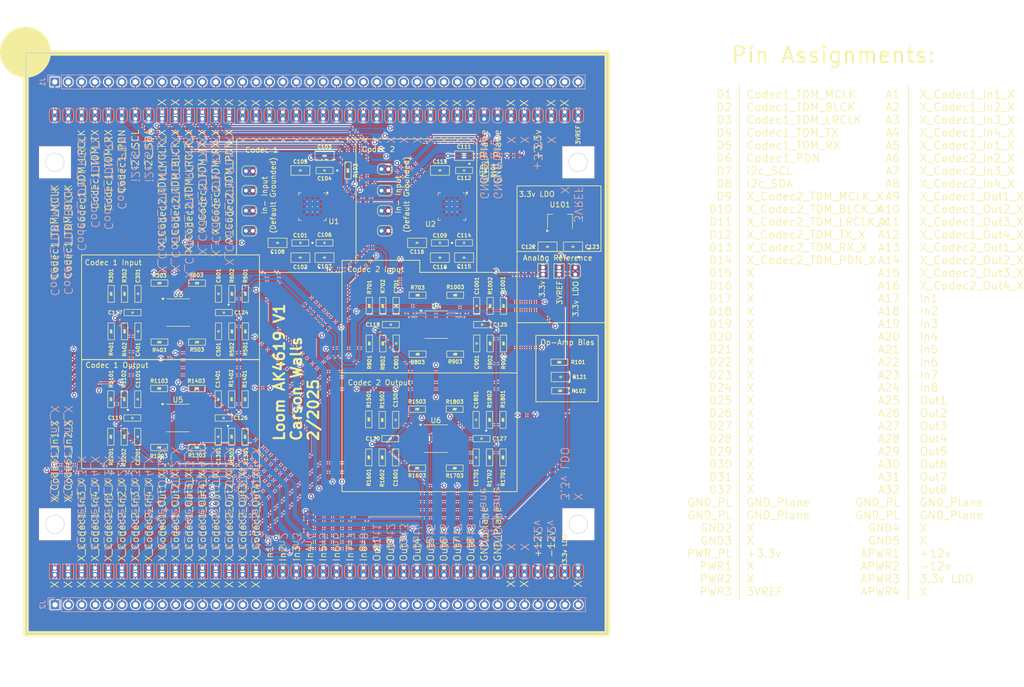
<source format=kicad_pcb>
(kicad_pcb (version 20240108) (generator "pcbnew") (generator_version "8.0")
  (title_block (company "Decapod Devices"))
  (layers (0 "F.Cu" signal) (31 "B.Cu" signal) (34 "B.Paste" user) (35 "F.Paste" user) (36 "B.SilkS" user "B.Silkscreen") (37 "F.SilkS" user "F.Silkscreen") (38 "B.Mask" user) (39 "F.Mask" user) (44 "Edge.Cuts" user))
  (property "A1" "X_Codec1_In1_X")
  (property "A10" "X_Codec1_Out2_X")
  (property "A11" "X_Codec1_Out3_X")
  (property "A12" "X_Codec1_Out4_X")
  (property "A13" "X_Codec2_Out1_X")
  (property "A14" "X_Codec2_Out2_X")
  (property "A15" "X_Codec2_Out3_X")
  (property "A16" "X_Codec2_Out4_X")
  (property "A17" "In1")
  (property "A18" "In2")
  (property "A19" "In3")
  (property "A2" "X_Codec1_In2_X")
  (property "A20" "In4")
  (property "A21" "In5")
  (property "A22" "In6")
  (property "A23" "In7")
  (property "A24" "In8")
  (property "A25" "Out1")
  (property "A26" "Out2")
  (property "A27" "Out3")
  (property "A28" "Out4")
  (property "A29" "Out5")
  (property "A3" "X_Codec1_In3_X")
  (property "A30" "Out6")
  (property "A31" "Out7")
  (property "A32" "Out8")
  (property "A4" "X_Codec1_In4_X")
  (property "A5" "X_Codec2_In1_X")
  (property "A6" "X_Codec2_In2_X")
  (property "A7" "X_Codec2_In3_X")
  (property "A8" "X_Codec2_In4_X")
  (property "A9" "X_Codec1_Out1_X")
  (property "APWR1" "+12v")
  (property "APWR2" "-12v")
  (property "APWR3" "3.3v LDO")
  (property "APWR4" "X")
  (property "D1" "Codec1_TDM_MCLK")
  (property "D10" "X_Codec2_TDM_BLCK_X")
  (property "D11" "X_Codec2_TDM_LRCLK_X")
  (property "D12" "X_Codec2_TDM_TX_X")
  (property "D13" "X_Codec2_TDM_RX_X")
  (property "D14" "X_Codec2_TDM_PDN_X")
  (property "D15" "X")
  (property "D16" "X")
  (property "D17" "X")
  (property "D18" "X")
  (property "D19" "X")
  (property "D2" "Codec1_TDM_BLCK")
  (property "D20" "X")
  (property "D21" "X")
  (property "D22" "X")
  (property "D23" "X")
  (property "D24" "X")
  (property "D25" "X")
  (property "D26" "X")
  (property "D27" "X")
  (property "D28" "X")
  (property "D29" "X")
  (property "D3" "Codec1_TDM_LRCLK")
  (property "D30" "X")
  (property "D31" "X")
  (property "D32" "X")
  (property "D4" "Codec1_TDM_TX")
  (property "D5" "Codec1_TDM_RX")
  (property "D6" "Codec1_PDN")
  (property "D7" "i2c_SCL")
  (property "D8" "i2c_SDA")
  (property "D9" "X_Codec2_TDM_MCLK_X")
  (property "GND2" "X")
  (property "GND3" "X")
  (property "GND4" "X")
  (property "GND5" "X")
  (property "GND_PL1" "GND_Plane")
  (property "GND_PL2" "GND_Plane")
  (property "GND_PL3" "GND_Plane")
  (property "GND_PL4" "GND_Plane")
  (property "PWR1" "X")
  (property "PWR2" "X")
  (property "PWR3" "3VREF")
  (property "PWR_PL" "+3.3v")
  (net 0 "")
  (net 1 "D32")
  (net 2 "PWR_PLANE")
  (net 3 "D16")
  (net 4 "D7")
  (net 5 "D21")
  (net 6 "D18")
  (net 7 "GND3")
  (net 8 "D23")
  (net 9 "D19")
  (net 10 "D27")
  (net 11 "PWR1")
  (net 12 "GND_PLANE")
  (net 13 "D29")
  (net 14 "D31")
  (net 15 "D20")
  (net 16 "GND2")
  (net 17 "D17")
  (net 18 "D8")
  (net 19 "D22")
  (net 20 "D24")
  (net 21 "D15")
  (net 22 "PWR2")
  (net 23 "D26")
  (net 24 "D25")
  (net 25 "D30")
  (net 26 "D28")
  (net 27 "A27")
  (net 28 "A5")
  (net 29 "A17")
  (net 30 "A18")
  (net 31 "A19")
  (net 32 "A14")
  (net 33 "A4")
  (net 34 "GND4")
  (net 35 "A21")
  (net 36 "A3")
  (net 37 "A13")
  (net 38 "APWR1")
  (net 39 "A32")
  (net 40 "A16")
  (net 41 "A22")
  (net 42 "A6")
  (net 43 "A9")
  (net 44 "A30")
  (net 45 "A23")
  (net 46 "A1")
  (net 47 "A24")
  (net 48 "A11")
  (net 49 "A10")
  (net 50 "A2")
  (net 51 "A7")
  (net 52 "A31")
  (net 53 "A26")
  (net 54 "GND5")
  (net 55 "A28")
  (net 56 "A8")
  (net 57 "A15")
  (net 58 "APWR4")
  (net 59 "A20")
  (net 60 "APWR2")
  (net 61 "A12")
  (net 62 "A29")
  (net 63 "A25")
  (net 64 "Net-(J1-Pin_32)")
  (net 65 "Net-(J1-Pin_37)")
  (net 66 "Net-(J1-Pin_10)")
  (net 67 "Net-(J1-Pin_16)")
  (net 68 "Net-(J1-Pin_7)")
  (net 69 "Net-(J1-Pin_21)")
  (net 70 "Net-(J1-Pin_5)")
  (net 71 "Net-(J1-Pin_18)")
  (net 72 "Net-(J1-Pin_14)")
  (net 73 "Net-(J1-Pin_36)")
  (net 74 "Net-(J1-Pin_23)")
  (net 75 "Net-(J1-Pin_19)")
  (net 76 "Net-(J1-Pin_27)")
  (net 77 "Net-(J1-Pin_38)")
  (net 78 "Net-(J1-Pin_34)")
  (net 79 "Net-(J1-Pin_29)")
  (net 80 "Net-(J1-Pin_31)")
  (net 81 "Net-(J1-Pin_33)")
  (net 82 "Net-(J1-Pin_9)")
  (net 83 "Net-(J1-Pin_3)")
  (net 84 "Net-(J1-Pin_20)")
  (net 85 "Net-(J1-Pin_35)")
  (net 86 "Net-(J1-Pin_1)")
  (net 87 "Net-(J1-Pin_17)")
  (net 88 "Net-(J1-Pin_8)")
  (net 89 "Net-(J1-Pin_6)")
  (net 90 "Net-(J1-Pin_22)")
  (net 91 "Net-(J1-Pin_2)")
  (net 92 "Net-(J1-Pin_40)")
  (net 93 "Net-(J1-Pin_4)")
  (net 94 "Net-(J1-Pin_12)")
  (net 95 "Net-(J1-Pin_24)")
  (net 96 "Net-(J1-Pin_15)")
  (net 97 "Net-(J1-Pin_39)")
  (net 98 "Net-(J1-Pin_26)")
  (net 99 "Net-(J1-Pin_25)")
  (net 100 "Net-(J1-Pin_30)")
  (net 101 "Net-(J1-Pin_13)")
  (net 102 "Net-(J1-Pin_11)")
  (net 103 "Net-(J1-Pin_28)")
  (net 104 "Net-(J2-Pin_27)")
  (net 105 "Net-(J2-Pin_33)")
  (net 106 "Net-(J2-Pin_5)")
  (net 107 "Net-(J2-Pin_17)")
  (net 108 "Net-(J2-Pin_18)")
  (net 109 "Net-(J2-Pin_19)")
  (net 110 "Net-(J2-Pin_14)")
  (net 111 "Net-(J2-Pin_4)")
  (net 112 "Net-(J2-Pin_35)")
  (net 113 "Net-(J2-Pin_21)")
  (net 114 "Net-(J2-Pin_3)")
  (net 115 "Net-(J2-Pin_13)")
  (net 116 "Net-(J2-Pin_37)")
  (net 117 "Net-(J2-Pin_32)")
  (net 118 "Net-(J2-Pin_16)")
  (net 119 "Net-(J2-Pin_22)")
  (net 120 "Net-(J2-Pin_6)")
  (net 121 "Net-(J2-Pin_9)")
  (net 122 "Net-(J2-Pin_30)")
  (net 123 "Net-(J2-Pin_39)")
  (net 124 "Net-(J2-Pin_23)")
  (net 125 "Net-(J2-Pin_1)")
  (net 126 "Net-(J2-Pin_24)")
  (net 127 "Net-(J2-Pin_11)")
  (net 128 "Net-(J2-Pin_10)")
  (net 129 "Net-(J2-Pin_2)")
  (net 130 "Net-(J2-Pin_7)")
  (net 131 "Net-(J2-Pin_31)")
  (net 132 "Net-(J2-Pin_26)")
  (net 133 "Net-(J2-Pin_36)")
  (net 134 "Net-(J2-Pin_28)")
  (net 135 "Net-(J2-Pin_8)")
  (net 136 "Net-(J2-Pin_15)")
  (net 137 "Net-(J2-Pin_40)")
  (net 138 "Net-(J2-Pin_20)")
  (net 139 "Net-(J2-Pin_38)")
  (net 140 "Net-(J2-Pin_34)")
  (net 141 "Net-(J2-Pin_12)")
  (net 142 "Net-(J2-Pin_29)")
  (net 143 "Net-(J2-Pin_25)")
  (net 144 "+3.3VA")
  (net 145 "Net-(U3A--)")
  (net 146 "Net-(C301-Pad2)")
  (net 147 "Net-(U3B--)")
  (net 148 "Net-(C401-Pad2)")
  (net 149 "Net-(U3C--)")
  (net 150 "Net-(C501-Pad2)")
  (net 151 "Net-(C601-Pad2)")
  (net 152 "Net-(U3D--)")
  (net 153 "Net-(U4A--)")
  (net 154 "Net-(C701-Pad2)")
  (net 155 "Net-(U4B--)")
  (net 156 "Net-(C801-Pad2)")
  (net 157 "Net-(U4C--)")
  (net 158 "Net-(C901-Pad2)")
  (net 159 "Net-(C1001-Pad2)")
  (net 160 "Net-(U4D--)")
  (net 161 "Net-(U5A--)")
  (net 162 "Net-(C1101-Pad1)")
  (net 163 "Net-(U5B--)")
  (net 164 "Net-(C1201-Pad1)")
  (net 165 "Net-(C1301-Pad1)")
  (net 166 "Net-(U5C--)")
  (net 167 "Net-(U5D--)")
  (net 168 "Net-(C1401-Pad1)")
  (net 169 "Net-(C1501-Pad1)")
  (net 170 "Net-(U6A--)")
  (net 171 "Net-(U6B--)")
  (net 172 "Net-(C1601-Pad1)")
  (net 173 "Net-(U6C--)")
  (net 174 "Net-(C1701-Pad1)")
  (net 175 "Net-(C1801-Pad1)")
  (net 176 "Net-(U6D--)")
  (net 177 "Codec1_TDM_MCLK")
  (net 178 "Codec1_TDM_BCLK")
  (net 179 "Codec1_TDM_LRCLK")
  (net 180 "Codec1_TDM_TX")
  (net 181 "Codec1_TDM_RX")
  (net 182 "Codec1_PDN")
  (net 183 "Codec2_TDM_MCLK")
  (net 184 "Codec2_TDM_BCLK")
  (net 185 "Codec2_TDM_LRCLK")
  (net 186 "Codec2_TDM_TX")
  (net 187 "Codec2_TDM_RX")
  (net 188 "Codec2_PDN")
  (net 189 "3VREF")
  (net 190 "3.3v_LDO")
  (net 191 "Net-(JP181-B)")
  (net 192 "Net-(JP182-B)")
  (net 193 "Net-(JP183-B)")
  (net 194 "Net-(JP184-B)")
  (net 195 "Net-(JP186-B)")
  (net 196 "Net-(JP187-B)")
  (net 197 "Net-(JP189-B)")
  (net 198 "Net-(JP191-B)")
  (net 199 "Bias_VREF")
  (net 200 "Net-(U1-VCOM)")
  (net 201 "/AK1_AVDRV")
  (net 203 "/AK2_AVDRV")
  (net 205 "Net-(U2-VCOM)")
  (net 206 "Net-(U1-SDOUT1)")
  (net 207 "Net-(U2-SDOUT1)")
  (footprint "winterbloom:R_0603_HandSolder" (layer "F.Cu") (at 141.5046 93.172 -90)
    (property "Reference" "R802")
    (property "Value" "20k")
  )
  (footprint "winterbloom:C_0805_HandSolder" (layer "F.Cu") (at 130.481 57.612)
    (property "Reference" "C103")
    (property "Value" "10u")
  )
  (footprint "Package_SO:TSSOP-14_4.4x5mm_P0.65mm" (layer "F.Cu") (at 151.6646 89.616)
    (property "Reference" "U4")
    (property "Value" "OPA1679")
  )
  (footprint "winterbloom:R_0603_HandSolder" (layer "F.Cu") (at 148.007 105.618)
    (property "Reference" "R1503")
    (property "Value" "1k")
  )
  (footprint "winterbloom:R_0603_HandSolder" (layer "F.Cu") (at 160.961 60.406 -90)
    (property "Reference" "R104")
    (property "Value" "33R")
  )
  (footprint "winterbloom:C_0603_HandSolder" (layer "F.Cu") (at 160.3006 89.616)
    (property "Reference" "C125")
    (property "Value" "100n")
  )
  (footprint "winterbloom:C_0603_HandSolder" (layer "F.Cu") (at 130.481 60.406)
    (property "Reference" "C104")
    (property "Value" "100n")
  )
  (footprint "winterbloom:C_0603_HandSolder" (layer "F.Cu") (at 143.0286 89.616 180)
    (property "Reference" "C118")
    (property "Value" "100n")
  )
  (footprint "winterbloom:R_0603_HandSolder" (layer "F.Cu") (at 148.1086 95.204)
    (property "Reference" "R803")
    (property "Value" "1k")
  )
  (footprint "winterbloom:R_0603_HandSolder" (layer "F.Cu") (at 90.095 83.774 -90)
    (property "Reference" "R301")
    (property "Value" "120k")
  )
  (footprint "winterbloom:R_0603_HandSolder" (layer "F.Cu") (at 112.955 83.774 90)
    (property "Reference" "R602")
    (property "Value" "20k")
  )
  (footprint "winterbloom:R_0603_HandSolder" (layer "F.Cu") (at 115.4442 110.8504 90)
    (property "Reference" "R1301")
    (property "Value" "20k")
  )
  (footprint "winterbloom:C_0805_HandSolder" (layer "F.Cu") (at 172.69 74.86 180)
    (property "Reference" "C122")
    (property "Value" "10u")
  )
  (footprint "winterbloom:C_0603_HandSolder" (layer "F.Cu") (at 160.199 111.206)
    (property "Reference" "C127")
    (property "Value" "100n")
  )
  (footprint "winterbloom:R_0603_HandSolder" (layer "F.Cu") (at 161.8246 93.172 -90)
    (property "Reference" "R902")
    (property "Value" "20k")
  )
  (footprint "winterbloom:C_0603_HandSolder" (layer "F.Cu") (at 95.1242 110.8504 90)
    (property "Reference" "C1201")
    (property "Value" "10p")
  )
  (footprint "winterbloom:C_0603_HandSolder" (layer "F.Cu") (at 156.897 60.406 180)
    (property "Reference" "C112")
    (property "Value" "100n")
  )
  (footprint "winterbloom:R_0603_HandSolder" (layer "F.Cu") (at 92.635 83.774 90)
    (property "Reference" "R302")
    (property "Value" "20k")
  )
  (footprint "winterbloom:C_0603_HandSolder" (layer "F.Cu") (at 110.415 90.886 -90)
    (property "Reference" "C501")
    (property "Value" "10p")
  )
  (footprint "winterbloom:R_0603_HandSolder" (layer "F.Cu") (at 164.263 114.762 90)
    (property "Reference" "R1701")
    (property "Value" "20k")
  )
  (footprint "winterbloom:R_0603_HandSolder" (layer "F.Cu") (at 106.3002 112.8824 180)
    (property "Reference" "R1303")
    (property "Value" "1k")
  )
  (footprint "winterbloom:R_0603_HandSolder" (layer "F.Cu") (at 134.926 60.406 -90)
    (property "Reference" "R103")
    (property "Value" "33R")
  )
  (footprint "Decapod_Devices:SolderJumper-2_P1.3mm_Bridged_RoundedPad1.0x1.5mm" (layer "F.Cu") (at 141.911 60.152)
    (property "Reference" "JP191")
    (property "Value" "~")
  )
  (footprint "winterbloom:R_0603_HandSolder" (layer "F.Cu") (at 106.351 92.918 180)
    (property "Reference" "R503")
    (property "Value" "1k")
  )
  (footprint "winterbloom:R_0603_HandSolder" (layer "F.Cu") (at 155.2206 95.204 180)
    (property "Reference" "R903")
    (property "Value" "1k")
  )
  (footprint "Decapod_Devices:SolderJumper-2_P1.3mm_Open_Pad1.0x1.5mm" (layer "F.Cu") (at 171.8455 79.456 90)
    (property "Reference" "JP185")
    (property "Value" "SolderJumper_2_Open")
  )
  (footprint "winterbloom:C_0603_HandSolder" (layer "F.Cu") (at 143.943 107.65 -90)
    (property "Reference" "C1501")
    (property "Value" "10p")
  )
  (footprint "winterbloom:R_0603_HandSolder" (layer "F.Cu") (at 99.1882 101.7064)
    (property "Reference" "R1103")
    (property "Value" "1k")
  )
  (footprint "winterbloom:C_0805_HandSolder" (layer "F.Cu") (at 148.007 74.122 180)
    (property "Reference" "C116")
    (property "Value" "2.2u")
  )
  (footprint "winterbloom:C_0603_HandSolder" (layer "F.Cu") (at 159.2846 93.172 -90)
    (property "Reference" "C901")
    (property "Value" "10p")
  )
  (footprint "winterbloom:C_0603_HandSolder" (layer "F.Cu") (at 110.3642 110.8504 90)
    (property "Reference" "C1301")
    (property "Value" "10p")
  )
  (footprint "winterbloom:R_0603_HandSolder" (layer "F.Cu") (at 174.931 96.728 180)
    (property "Reference" "R101")
    (property "Value" "10k")
  )
  (footprint "Decapod_Devices:SolderJumper-2_P1.3mm_Bridged_RoundedPad1.0x1.5mm" (layer "F.Cu") (at 116.257 64.216)
    (property "Reference" "JP183")
    (property "Value" "~")
  )
  (footprint "winterbloom:C_0603_HandSolder" (layer "F.Cu") (at 110.3642 103.7384 -90)
    (property "Reference" "C1401")
    (property "Value" "10p")
  )
  (footprint "Decapod_Devices:SolderJumper-2_P1.3mm_Bridged_RoundedPad1.0x1.5mm" (layer "F.Cu") (at 177.9415 79.456 -90)
    (property "Reference" "JP190")
    (property "Value" "~")
  )
  (footprint "winterbloom:R_0603_HandSolder" (layer "F.Cu") (at 115.495 90.886 90)
    (property "Reference" "R501")
    (property "Value" "120k")
  )
  (footprint "winterbloom:R_0603_HandSolder" (layer "F.Cu") (at 112.9042 110.8504 -90)
    (property "Reference" "R1302")
    (property "Value" "120k")
  )
  (footprint "winterbloom:C_0603_HandSolder" (layer "F.Cu") (at 94.1082 107.2944 180)
    (property "Reference" "C119")
    (property "Value" "100n")
  )
  (footprint "winterbloom:R_0603_HandSolder" (layer "F.Cu") (at 90.095 90.886 90)
    (property "Reference" "R401")
    (property "Value" "120k")
  )
  (footprint "winterbloom:C_0805_HandSolder" (layer "F.Cu") (at 152.325 76.916)
    (property "Reference" "C110")
    (property "Value" "10u")
  )
  (footprint "winterbloom:R_0603_HandSolder" (layer "F.Cu") (at 164.3646 86.06 -90)
    (property "Reference" "R1001")
    (property "Value" "120k")
  )
  (footprint "winterbloom:R_0603_HandSolder" (layer "F.Cu") (at 148.1086 84.028)
    (property "Reference" "R703")
    (property "Value" "1k")
  )
  (footprint "winterbloom:C_0603_HandSolder" (layer "F.Cu") (at 111.431 87.33)
    (property "Reference" "C124")
    (property "Value" "100n")
  )
  (footprint "winterbloom:R_0603_HandSolder" (layer "F.Cu") (at 148.007 116.794)
    (property "Reference" "R1603")
    (property "Value" "1k")
  )
  (footprint "winterbloom:R_0603_HandSolder" (layer "F.Cu") (at 115.495 83.774 -90)
    (property "Reference" "R601")
    (property "Value" "120k")
  )
  (footprint "winterbloom:R_0603_HandSolder" (layer "F.Cu") (at 92.5842 103.7384 90)
    (property "Reference" "R1102")
    (property "Value" "120k")
  )
  (footprint "winterbloom:C_0603_HandSolder" (layer "F.Cu") (at 111.3802 107.2944)
    (property "Reference" "C126")
    (property "Value" "100n")
  )
  (footprint "winterbloom:R_0603_HandSolder" (layer "F.Cu") (at 115.4442 103.7384 -90)
    (property "Reference" "R1401")
    (property "Value" "20k")
  )
  (footprint "winterbloom:C_0805_HandSolder" (layer "F.Cu") (at 152.325 60.406)
    (property "Reference" "C113")
    (property "Value" "2.2u")
  )
  (footprint "Decapod_Devices:SolderJumper-2_P1.3mm_Bridged_RoundedPad1.0x1.5mm" (layer "F.Cu") (at 116.257 68.026)
    (property "Reference" "JP182")
    (property "Value" "~")
  )
  (footprint "Package_SO:TSSOP-14_4.4x5mm_P0.65mm" (layer "F.Cu") (at 102.795 87.33)
    (property "Reference" "U3")
    (property "Value" "OPA1679")
  )
  (footprint "Package_DFN_QFN:QFN-32-1EP_5x5mm_P0.5mm_EP3.7x3.7mm_ThermalVias" (layer "F.Cu") (at 154.603 67.264 -90)
    (property "Reference" "U2")
    (property "Value" "AK4619VN")
  )
  (footprint "winterbloom:C_0603_HandSolder" (layer "F.Cu") (at 94.159 87.33 180)
    (property "Reference" "C117")
    (property "Value" "100n")
  )
  (footprint "Decapod_Devices:SolderJumper-2_P1.3mm_Bridged_RoundedPad1.0x1.5mm" (layer "F.Cu") (at 141.911 64.216)
    (property "Reference" "JP189")
    (property "Value" "~")
  )
  (footprint "winterbloom:R_0603_HandSolder" (layer "F.Cu") (at 106.351 81.742 180)
    (property "Reference" "R603")
    (property "Value" "1k")
  )
  (footprint "Package_SO:TSSOP-14_4.4x5mm_P0.65mm" (layer "F.Cu") (at 102.7442 107.2944)
    (property "Reference" "U5")
    (property "Value" "OPA1679")
  )
  (footprint "winterbloom:R_0603_HandSolder" (layer "F.Cu") (at 90.0442 103.7384 -90)
    (property "Reference" "R1101")
    (property "Value" "20k")
  )
  (footprint "winterbloom:C_0603_HandSolder" (layer "F.Cu") (at 159.183 107.65 -90)
    (property "Reference" "C1801")
    (property "Value" "10p")
  )
  (footprint "winterbloom:R_0603_HandSolder" (layer "F.Cu") (at 141.403 107.65 90)
    (property "Reference" "R1502")
    (property "Value" "120k")
  )
  (footprint "winterbloom:C_0603_HandSolder" (layer "F.Cu") (at 95.1242 103.7384 -90)
    (property "Reference" "C1101")
    (property "Value" "10p")
  )
  (footprint "Package_TO_SOT_SMD:SOT-89-3" (layer "F.Cu") (at 175.058 70.058 90)
    (property "Reference" "U101")
    (property "Value" "HT75xx-1-SOT89")
  )
  (footprint "Decapod_Devices:SolderJumper-2_P1.3mm_Open_Pad1.0x1.5mm" (layer "F.Cu") (at 174.8935 79.456 90)
    (property "Reference" "JP188")
    (property "Value" "SolderJumper_2_Open")
  )
  (footprint "winterbloom:R_0603_HandSolder" (layer "F.Cu") (at 164.3646 93.172 90)
    (property "Reference" "R901")
    (property "Value" "120k")
  )
  (footprint "winterbloom:R_0603_HandSolder" (layer "F.Cu") (at 155.119 116.794 180)
    (property "Reference" "R1703")
    (property "Value" "1k")
  )
  (footprint "winterbloom:C_0603_HandSolder" (layer "F.Cu") (at 156.897 74.122)
    (property "Reference" "C114")
    (property "Value" "100n")
  )
  (footprint "winterbloom:C_0603_HandSolder" (layer "F.Cu") (at 95.175 83.774 90)
    (property "Reference" "C301")
    (property "Value" "10p")
  )
  (footprint "winterbloom:R_0603_HandSolder" (layer "F.Cu") (at 155.2206 84.028 180)
    (property "Reference" "R1003")
    (property "Value" "1k")
  )
  (footprint "winterbloom:C_0603_HandSolder" (layer "F.Cu") (at 144.0446 93.172 -90)
    (property "Reference" "C801")
    (property "Value" "10p")
  )
  (footprint "Decapod_Devices:SolderJumper-2_P1.3mm_Bridged_RoundedPad1.0x1.5mm" (layer "F.Cu") (at 141.911 71.836)
    (property "Reference" "JP186")
    (property "Value" "~")
  )
  (footprint "Decapod_Devices:SolderJumper-2_P1.3mm_Bridged_RoundedPad1.0x1.5mm" (layer "F.Cu") (at 116.257 60.533)
    (property "Reference" "JP184")
    (property "Value" "~")
  )
  (footprint "winterbloom:C_0805_HandSolder" (layer "F.Cu") (at 156.897 57.612)
    (property "Reference" "C111")
    (property "Value" "10u")
  )
  (footprint "winterbloom:C_0603_HandSolder" (layer "F.Cu") (at 152.325 74.122 180)
    (property "Reference" "C109")
    (property "Value" "100n")
  )
  (footprint "winterbloom:C_0805_HandSolder" (layer "F.Cu") (at 177.516 74.86)
    (property "Reference" "C123")
    (property "Value" "10u")
  )
  (footprint "winterbloom:C_0603_HandSolder" (layer "F.Cu") (at 144.0446 86.06 90)
    (property "Reference" "C701")
    (property "Value" "10p")
  )
  (footprint "Decapod_Devices:SolderJumper-2_P1.3mm_Bridged_RoundedPad1.0x1.5mm" (layer "F.Cu") (at 116.257 71.836)
    (property "Reference" "JP181")
    (property "Value" "~")
  )
  (footprint "winterbloom:R_0603_HandSolder" (layer "F.Cu") (at 92.635 90.886 -90)
    (property "Reference" "R402")
    (property "Value" "20k")
  )
  (footprint "winterbloom:R_0603_HandSolder" (layer "F.Cu") (at 138.9646 93.172 90)
    (property "Reference" "R801")
    (property "Value" "120k")
  )
  (footprint "winterbloom:C_0805_HandSolder" (layer "F.Cu") (at 121.591 74.122 180)
    (property "Reference" "C108")
    (property "Value" "2.2u")
  )
  (footprint "winterbloom:C_0805_HandSolder" (layer "F.Cu") (at 130.481 76.916 180)
    (property "Reference" "C107")
    (property "Value" "10u")
  )
  (footprint "winterbloom:C_0603_HandSolder" (layer "F.Cu") (at 142.927 111.206 180)
    (property "Reference" "C120")
    (property "Value" "100n")
  )
  (footprint "winterbloom:R_0603_HandSolder" (layer "F.Cu") (at 99.1882 112.8824)
    (property "Reference" "R1203")
    (property "Value" "1k")
  )
  (footprint "winterbloom:R_0603_HandSolder" (layer "F.Cu") (at 90.0442 110.8504 90)
    (property "Reference" "R1201")
    (property "Value" "20k")
  )
  (footprint "winterbloom:C_0603_HandSolder" (layer "F.Cu") (at 110.415 83.774 90)
    (property "Reference" "C601")
    (property "Value" "10p")
  )
  (footprint "winterbloom:R_0603_HandSolder" (layer "F.Cu") (at 155.119 105.618 180)
    (property "Reference" "R1803")
    (property "Value" "1k")
  )
  (footprint "winterbloom:C_0603_HandSolder" (layer "F.Cu") (at 130.481 74.122 180)
    (property "Reference" "C106")
    (property "Value" "100n")
  )
  (footprint "winterbloom:R_0603_HandSolder" (layer "F.Cu") (at 112.955 90.886 -90)
    (property "Reference" "R502")
    (property "Value" "20k")
  )
  (footprint "winterbloom:R_0603_HandSolder" (layer "F.Cu") (at 99.239 92.918)
    (property "Reference" "R403")
    (property "Value" "1k")
  )
  (footprint "winterbloom:C_0805_HandSolder" (layer "F.Cu") (at 125.909 76.916)
    (property "Reference" "C102")
    (property "Value" "10u")
  )
  (footprint "winterbloom:R_0603_HandSolder" (layer "F.Cu") (at 141.403 114.762 -90)
    (property "Reference" "R1602")
    (property "Value" "120k")
  )
  (footprint "winterbloom:R_0603_HandSolder" (layer "F.Cu") (at 141.5046 86.06 90)
    (property "Reference" "R702")
    (property "Value" "20k")
  )
  (footprint "winterbloom:C_0805_HandSolder" (layer "F.Cu") (at 175.185 99.522 180)
    (property "Reference" "C121")
    (property "Value" "2.2u")
  )
  (footprint "winterbloom:C_0603_HandSolder" (layer "F.Cu") (at 125.909 74.122)
    (property "Reference" "C101")
    (property "Value" "100n")
  )
  (footprint "winterbloom:R_0603_HandSolder" (layer "F.Cu") (at 175.073 102.146 180)
    (property "Reference" "R102")
    (property "Value" "7.5k")
  )
  (footprint "winterbloom:C_0603_HandSolder" (layer "F.Cu") (at 159.183 114.762 90)
    (property "Reference" "C1701")
    (property "Value" "10p")
  )
  (footprint "winterbloom:R_0603_HandSolder" (layer "F.Cu") (at 138.9646 86.06 -90)
    (property "Reference" "R701")
    (property "Value" "120k")
  )
  (footprint "winterbloom:R_0603_HandSolder" (layer "F.Cu") (at 164.263 107.65 -90)
    (property "Reference" "R1801")
    (property "Value" "20k")
  )
  (footprint "winterbloom:C_0805_HandSolder" (layer "F.Cu") (at 156.897 76.916 180)
    (property "Reference" "C115")
    (property "Value" "10u")
  )
  (footprint "winterbloom:R_0603_HandSolder" (layer "F.Cu") (at 99.239 81.742)
    (property "Reference" "R303")
    (property "Value" "1k")
  )
  (footprint "winterbloom:R_0603_HandSolder" (layer "F.Cu") (at 106.3002 101.7064 180)
    (property "Reference" "R1403")
    (property "Value" "1k")
  )
  (footprint "Package_SO:TSSOP-14_4.4x5mm_P0.65mm" (layer "F.Cu") (at 151.563 111.206)
    (property "Reference" "U6")
    (property "Value" "OPA1679")
  )
  (footprint "winterbloom:C_0805_HandSolder" (layer "F.Cu") (at 125.909 60.406)
    (property "Reference" "C105")
    (property "Value" "2.2u")
  )
  (footprint "winterbloom:R_0603_HandSolder" (layer "F.Cu") (at 138.863 107.5465 -90)
    (property "Reference" "R1501")
    (property "Value" "20k")
  )
  (footprint "winterbloom:R_0603_HandSolder" (layer "F.Cu") (at 161.8246 86.06 90)
    (property "Reference" "R1002")
    (property "Value" "20k")
  )
  (footprint "winterbloom:R_0603_HandSolder" (layer "F.Cu") (at 112.9042 103.7384 90)
    (property "Reference" "R1402")
    (property "Value" "120k")
  )
  (footprint "winterbloom:R_0603_HandSolder" (layer "F.Cu") (at 161.723 107.65 90)
    (property "Reference" "R1802")
    (property "Value" "120k")
  )
  (footprint "winterbloom:C_0603_HandSolder" (layer "F.Cu") (at 159.2846 86.06 90)
    (property "Reference" "C1001")
    (property "Value" "10p")
  )
  (footprint "winterbloom:C_0603_HandSolder" (layer "F.Cu") (at 143.943 114.762 90)
    (property "Reference" "C1601")
    (property "Value" "10p")
  )
  (footprint "winterbloom:C_0603_HandSolder" (layer "F.Cu") (at 95.175 90.886 -90)
    (property "Reference" "C401")
    (property "Value" "10p")
  )
  (footprint "Package_DFN_QFN:QFN-32-1EP_5x5mm_P0.5mm_EP3.7x3.7mm_ThermalVias" (layer "F.Cu") (at 128.195 67.264 -90)
    (property "Reference" "U1")
    (property "Value" "AK4619VN")
  )
  (footprint "winterbloom:R_0603_HandSolder" (layer "F.Cu") (at 161.723 114.762 -90)
    (property "Reference" "R1702")
    (property "Value" "120k")
  )
  (footprint "winterbloom:R_0603_HandSolder" (layer "F.Cu") (at 138.863 114.762 90)
    (property "Reference" "R1601")
    (property "Value" "20k")
  )
  (footprint "winterbloom:R_0603_HandSolder" (layer "F.Cu") (at 92.5842 110.8504 -90)
    (property "Reference" "R1202")
    (property "Value" "120k")
  )
  (footprint "Decapod_Devices:SolderJumper-2_P1.3mm_Bridged_RoundedPad1.0x1.5mm" (layer "F.Cu") (at 141.911 68.026)
    (property "Reference" "JP187")
    (property "Value" "~")
  )
  (footprint "Decapod_Devices:SolderJumper-2_P1.3mm_Bridged_RoundedPad1.0x1.5mm" (layer "B.Cu") (at 94.667 49.962 -90)
    (property "Reference" "JP107")
    (property "Value" "~")
  )
  (footprint "Decapod_Devices:SolderJumper-2_P1.3mm_Bridged_RoundedPad1.0x1.5mm" (layer "B.Cu") (at 178.487 49.977 -90)
    (property "Reference" "JP140")
    (property "Value" "~")
  )
  (footprint "Decapod_Devices:SolderJumper-2_P1.3mm_Bridged_RoundedPad1.0x1.5mm" (layer "B.Cu") (at 163.247 136.352 -90)
    (property "Reference" "JP174")
    (property "Value" "~")
  )
  (footprint "Decapod_Devices:SolderJumper-2_P1.3mm_Bridged_RoundedPad1.0x1.5mm" (layer "B.Cu") (at 155.627 136.352 -90)
    (property "Reference" "JP171")
    (property "Value" "~")
  )
  (footprint "Decapod_Devices:SolderJumper-2_P1.3mm_Bridged_RoundedPad1.0x1.5mm" (layer "B.Cu") (at 165.787 136.352 -90)
    (property "Reference" "JP175")
    (property "Value" "~")
  )
  (footprint "Decapod_Devices:SolderJumper-2_P1.3mm_Bridged_RoundedPad1.0x1.5mm" (layer "B.Cu") (at 120.067 49.962 -90)
    (property "Reference" "JP117")
    (property "Value" "~")
  )
  (footprint "Decapod_Devices:SolderJumper-2_P1.3mm_Open_Pad1.0x1.5mm" (layer "B.Cu") (at 104.827 49.992 90)
    (property "Reference" "JP111")
    (property "Value" "SolderJumper_2_Open")
  )
  (footprint "Decapod_Devices:SolderJumper-2_P1.3mm_Bridged_RoundedPad1.0x1.5mm" (layer "B.Cu") (at 163.247 49.992 -90)
    (property "Reference" "JP134")
    (property "Value" "~")
  )
  (footprint "Decapod_Devices:SolderJumper-2_P1.3mm_Bridged_RoundedPad1.0x1.5mm" (layer "B.Cu") (at 79.412 49.977 -90)
    (property "Reference" "JP101")
    (property "Value" "~")
  )
  (footprint "Decapod_Devices:SolderJumper-2_P1.3mm_Bridged_RoundedPad1.0x1.5mm" (layer "B.Cu") (at 158.167 49.992 -90)
    (property "Reference" "JP132")
    (property "Value" "~")
  )
  (footprint "Decapod_Devices:SolderJumper-2_P1.3mm_Bridged_RoundedPad1.0x1.5mm" (layer "B.Cu") (at 145.467 49.992 -90)
    (property "Reference" "JP127")
    (property "Value" "~")
  )
  (footprint "Decapod_Devices:SolderJumper-2_P1.3mm_Bridged_RoundedPad1.0x1.5mm" (layer "B.Cu") (at 142.927 49.992 -90)
    (property "Reference" "JP126")
    (property "Value" "~")
  )
  (footprint "Decapod_Devices:SolderJumper-2_P1.3mm_Bridged_RoundedPad1.0x1.5mm" (layer "B.Cu") (at 120.067 136.337 -90)
    (property "Reference" "JP157")
    (property "Value" "~")
  )
  (footprint "Decapod_Devices:SolderJumper-2_P1.3mm_Bridged_RoundedPad1.0x1.5mm" (layer "B.Cu") (at 135.307 49.992 -90)
    (property "Reference" "JP123")
    (property "Value" "~")
  )
  (footprint "Decapod_Devices:SolderJumper-2_P1.3mm_Bridged_RoundedPad1.0x1.5mm" (layer "B.Cu") (at 160.707 136.367 -90)
    (property "Reference" "JP173")
    (property "Value" "~")
  )
  (footprint "Decapod_Devices:SolderJumper-2_P1.3mm_Bridged_RoundedPad1.0x1.5mm" (layer "B.Cu") (at 87.047 49.962 -90)
    (property "Reference" "JP104")
    (property "Value" "~")
  )
  (footprint "Decapod_Devices:SolderJumper-2_P1.3mm_Bridged_RoundedPad1.0x1.5mm" (layer "B.Cu") (at 92.127 49.962 -90)
    (property "Reference" "JP106")
    (property "Value" "~")
  )
  (footprint "Decapod_Devices:SolderJumper-2_P1.3mm_Bridged_RoundedPad1.0x1.5mm" (layer "B.Cu") (at 89.587 49.977 -90)
    (property "Reference" "JP105")
    (property "Value" "~")
  )
  (footprint "Decapod_Devices:SolderJumper-2_P1.3mm_Open_Pad1.0x1.5mm" (layer "B.Cu") (at 114.987 136.337 90)
    (property "Reference" "JP155")
    (property "Value" "SolderJumper_2_Open")
  )
  (footprint "Decapod_Devices:SolderJumper-2_P1.3mm_Bridged_RoundedPad1.0x1.5mm" (layer "B.Cu") (at 150.547 49.992 -90)
    (property "Reference" "JP129")
    (property "Value" "~")
  )
  (footprint "Decapod_Devices:SolderJumper-2_P1.3mm_Open_Pad1.0x1.5mm" (layer "B.Cu") (at 87.047 136.352 90)
    (property "Reference" "JP144")
    (property "Value" "SolderJumper_2_Open")
  )
  (footprint "Decapod_Devices:SolderJumper-2_P1.3mm_Open_Pad1.0x1.5mm" (layer "B.Cu") (at 112.447 136.337 90)
    (property "Reference" "JP154")
    (property "Value" "SolderJumper_2_Open")
  )
  (footprint "Decapod_Devices:SolderJumper-2_P1.3mm_Bridged_RoundedPad1.0x1.5mm" (layer "B.Cu") (at 137.847 49.992 -90)
    (property "Reference" "JP124")
    (property "Value" "~")
  )
  (footprint "Decapod_Devices:SolderJumper-2_P1.3mm_Open_Pad1.0x1.5mm" (layer "B.Cu") (at 99.747 49.962 90)
    (property "Reference" "JP109")
    (property "Value" "SolderJumper_2_Open")
  )
  (footprint "Decapod_Devices:SolderJumper-2_P1.3mm_Open_Pad1.0x1.5mm" (layer "B.Cu") (at 84.507 136.352 90)
    (property "Reference" "JP143")
    (property "Value" "SolderJumper_2_Open")
  )
  (footprint "Decapod_Devices:SolderJumper-2_P1.3mm_Bridged_RoundedPad1.0x1.5mm" (layer "B.Cu") (at 114.987 49.977 -90)
    (property "Reference" "JP115")
    (property "Value" "~")
  )
  (footprint "Decapod_Devices:SolderJumper-2_P1.3mm_Open_Pad1.0x1.5mm" (layer "B.Cu") (at 99.747 136.367 90)
    (property "Reference" "JP149")
    (property "Value" "SolderJumper_2_Open")
  )
  (footprint "Decapod_Devices:SolderJumper-2_P1.3mm_Bridged_RoundedPad1.0x1.5mm" (layer "B.Cu") (at 117.527 49.977 -90)
    (property "Reference" "JP116")
    (property "Value" "~")
  )
  (footprint "Connector_PinHeader_2.54mm:PinHeader_1x40_P2.54mm_Vertical" (layer "B.Cu") (at 79.427 43.642 -90)
    (property "Reference" "J1")
    (property "Value" "Conn_01x40")
  )
  (footprint "Decapod_Devices:SolderJumper-2_P1.3mm_Bridged_RoundedPad1.0x1.5mm" (layer "B.Cu") (at 153.087 49.977 -90)
    (property "Reference" "JP130")
    (property "Value" "~")
  )
  (footprint "Decapod_Devices:SolderJumper-2_P1.3mm_Bridged_RoundedPad1.0x1.5mm" (layer "B.Cu") (at 132.767 49.977 -90)
    (property "Reference" "JP122")
    (property "Value" "~")
  )
  (footprint "Decapod_Devices:SolderJumper-2_P1.3mm_Bridged_RoundedPad1.0x1.5mm" (layer "B.Cu") (at 142.927 136.352 -90)
    (property "Reference" "JP166")
    (property "Value" "~")
  )
  (footprint "Decapod_Devices:SolderJumper-2_P1.3mm_Bridged_RoundedPad1.0x1.5mm" (layer "B.Cu") (at 160.707 49.992 -90)
    (property "Reference" "JP133")
    (property "Value" "~")
  )
  (footprint "Decapod_Devices:SolderJumper-2_P1.3mm_Open_Pad1.0x1.5mm" (layer "B.Cu") (at 117.527 136.337 90)
    (property "Reference" "JP156")
    (property "Value" "SolderJumper_2_Open")
  )
  (footprint "Decapod_Devices:SolderJumper-2_P1.3mm_Bridged_RoundedPad1.0x1.5mm" (layer "B.Cu") (at 148.007 136.352 -90)
    (property "Reference" "JP168")
    (property "Value" "~")
  )
  (footprint "Decapod_Devices:SolderJumper-2_P1.3mm_Bridged_RoundedPad1.0x1.5mm" (layer "B.Cu") (at 130.227 49.962 -90)
    (property "Reference" "JP121")
    (property "Value" "~")
  )
  (footprint "Decapod_Devices:SolderJumper-2_P1.3mm_Bridged_RoundedPad1.0x1.5mm" (layer "B.Cu") (at 97.207 49.962 -90)
    (property "Reference" "JP108")
    (property "Value" "~")
  )
  (footprint "Decapod_Devices:SolderJumper-2_P1.3mm_Open_Pad1.0x1.5mm" (layer "B.Cu") (at 104.827 136.367 90)
    (property "Reference" "JP151")
    (property "Value" "SolderJumper_2_Open")
  )
  (footprint "Decapod_Devices:SolderJumper-2_P1.3mm_Bridged_RoundedPad1.0x1.5mm" (layer "B.Cu") (at 150.547 136.352 -90)
    (property "Reference" "JP169")
    (property "Value" "~")
  )
  (footprint "Decapod_Devices:SolderJumper-2_P1.3mm_Bridged_RoundedPad1.0x1.5mm" (layer "B.Cu") (at 140.387 136.352 -90)
    (property "Reference" "JP165")
    (property "Value" "~")
  )
  (footprint "Decapod_Devices:SolderJumper-2_P1.3mm_Bridged_RoundedPad1.0x1.5mm" (layer "B.Cu") (at 122.607 136.337 -90)
    (property "Reference" "JP158")
    (property "Value" "~")
  )
  (footprint "Decapod_Devices:SolderJumper-2_P1.3mm_Bridged_RoundedPad1.0x1.5mm" (layer "B.Cu") (at 122.607 49.992 -90)
    (property "Reference" "JP118")
    (property "Value" "~")
  )
  (footprint "Decapod_Devices:SolderJumper-2_P1.3mm_Bridged_RoundedPad1.0x1.5mm" (layer "B.Cu") (at 158.167 136.367 -90)
    (property "Reference" "JP172")
    (property "Value" "~")
  )
  (footprint "Decapod_Devices:SolderJumper-2_P1.3mm_Bridged_RoundedPad1.0x1.5mm" (layer "B.Cu") (at 175.947 136.352 -90)
    (property "Reference" "JP179")
    (property "Value" "~")
  )
  (footprint "Decapod_Devices:SolderJumper-2_P1.3mm_Bridged_RoundedPad1.0x1.5mm" (layer "B.Cu") (at 81.967 49.977 -90)
    (property "Reference" "JP102")
    (property "Value" "~")
  )
  (footprint "Decapod_Devices:SolderJumper-2_P1.3mm_Bridged_RoundedPad1.0x1.5mm" (layer "B.Cu") (at 125.147 136.352 -90)
    (property "Reference" "JP159")
    (property "Value" "~")
  )
  (footprint "Decapod_Devices:SolderJumper-2_P1.3mm_Bridged_RoundedPad1.0x1.5mm" (layer "B.Cu") (at 155.627 49.977 -90)
    (property "Reference" "JP131")
    (property "Value" "~")
  )
  (footprint "Decapod_Devices:SolderJumper-2_P1.3mm_Bridged_RoundedPad1.0x1.5mm" (layer "B.Cu") (at 145.467 136.352 -90)
    (property "Reference" "JP167")
    (property "Value" "~")
  )
  (footprint "Decapod_Devices:SolderJumper-2_P1.3mm_Bridged_RoundedPad1.0x1.5mm" (layer "B.Cu") (at 173.407 49.992 -90)
    (property "Reference" "JP138")
    (property "Value" "~")
  )
  (footprint "Decapod_Devices:SolderJumper-2_P1.3mm_Open_Pad1.0x1.5mm" (layer "B.Cu") (at 94.667 136.367 90)
    (property "Reference" "JP147")
    (property "Value" "SolderJumper_2_Open")
  )
  (footprint "Decapod_Devices:SolderJumper-2_P1.3mm_Bridged_RoundedPad1.0x1.5mm" (layer "B.Cu") (at 127.687 49.992 -90)
    (property "Reference" "JP120")
    (property "Value" "~")
  )
  (footprint "Decapod_Devices:SolderJumper-2_P1.3mm_Bridged_RoundedPad1.0x1.5mm" (layer "B.Cu") (at 170.867 136.352 -90)
    (property "Reference" "JP177")
    (property "Value" "~")
  )
  (footprint "Decapod_Devices:SolderJumper-2_P1.3mm_Open_Pad1.0x1.5mm" (layer "B.Cu") (at 102.287 136.367 90)
    (property "Reference" "JP150")
    (property "Value" "SolderJumper_2_Open")
  )
  (footprint "Decapod_Devices:SolderJumper-2_P1.3mm_Bridged_RoundedPad1.0x1.5mm" (layer "B.Cu") (at 175.947 49.992 -90)
    (property "Reference" "JP139")
    (property "Value" "~")
  )
  (footprint "Decapod_Devices:SolderJumper-2_P1.3mm_Open_Pad1.0x1.5mm" (layer "B.Cu") (at 112.447 49.992 90)
    (property "Reference" "JP114")
    (property "Value" "SolderJumper_2_Open")
  )
  (footprint "Decapod_Devices:SolderJumper-2_P1.3mm_Bridged_RoundedPad1.0x1.5mm" (layer "B.Cu") (at 148.007 49.992 -90)
    (property "Reference" "JP128")
    (property "Value" "~")
  )
  (footprint "Decapod_Devices:SolderJumper-2_P1.3mm_Open_Pad1.0x1.5mm" (layer "B.Cu") (at 92.127 136.352 90)
    (property "Reference" "JP146")
    (property "Value" "SolderJumper_2_Open")
  )
  (footprint "Decapod_Devices:SolderJumper-2_P1.3mm_Bridged_RoundedPad1.0x1.5mm" (layer "B.Cu") (at 170.867 49.992 -90)
    (property "Reference" "JP137")
    (property "Value" "~")
  )
  (footprint "Decapod_Devices:SolderJumper-2_P1.3mm_Open_Pad1.0x1.5mm" (layer "B.Cu") (at 102.287 49.977 90)
    (property "Reference" "JP110")
    (property "Value" "SolderJumper_2_Open")
  )
  (footprint "Decapod_Devices:SolderJumper-2_P1.3mm_Open_Pad1.0x1.5mm" (layer "B.Cu") (at 89.587 136.367 90)
    (property "Reference" "JP145")
    (property "Value" "SolderJumper_2_Open")
  )
  (footprint "Decapod_Devices:SolderJumper-2_P1.3mm_Open_Pad1.0x1.5mm" (layer "B.Cu") (at 81.967 136.367 90)
    (property "Reference" "JP142")
    (property "Value" "SolderJumper_2_Open")
  )
  (footprint "Decapod_Devices:SolderJumper-2_P1.3mm_Bridged_RoundedPad1.0x1.5mm" (layer "B.Cu") (at 168.327 136.367 -90)
    (property "Reference" "JP176")
    (property "Value" "~")
  )
  (footprint "Decapod_Devices:SolderJumper-2_P1.3mm_Open_Pad1.0x1.5mm" (layer "B.Cu") (at 79.427 136.352 90)
    (property "Reference" "JP141")
    (property "Value" "SolderJumper_2_Open")
  )
  (footprint "Decapod_Devices:SolderJumper-2_P1.3mm_Open_Pad1.0x1.5mm" (layer "B.Cu") (at 109.907 49.962 90)
    (property "Reference" "JP113")
    (property "Value" "SolderJumper_2_Open")
  )
  (footprint "Decapod_Devices:SolderJumper-2_P1.3mm_Bridged_RoundedPad1.0x1.5mm" (layer "B.Cu") (at 165.787 49.992 -90)
    (property "Reference" "JP135")
    (property "Value" "~")
  )
  (footprint "Decapod_Devices:SolderJumper-2_P1.3mm_Bridged_RoundedPad1.0x1.5mm" (layer "B.Cu") (at 130.227 136.352 -90)
    (property "Reference" "JP161")
    (property "Value" "~")
  )
  (footprint "Decapod_Devices:SolderJumper-2_P1.3mm_Bridged_RoundedPad1.0x1.5mm" (layer "B.Cu") (at 125.147 49.992 -90)
    (property "Reference" "JP119")
    (property "Value" "~")
  )
  (footprint "Decapod_Devices:SolderJumper-2_P1.3mm_Bridged_RoundedPad1.0x1.5mm" (layer "B.Cu") (at 168.327 49.992 -90)
    (property "Reference" "JP136")
    (property "Value" "~")
  )
  (footprint "Decapod_Devices:SolderJumper-2_P1.3mm_Bridged_RoundedPad1.0x1.5mm" (layer "B.Cu") (at 173.407 136.367 -90)
    (property "Reference" "JP178")
    (property "Value" "~")
  )
  (footprint "Decapod_Devices:SolderJumper-2_P1.3mm_Open_Pad1.0x1.5mm" (layer "B.Cu") (at 109.907 136.367 90)
    (property "Reference" "JP153")
    (property "Value" "SolderJumper_2_Open")
  )
  (footprint "Decapod_Devices:SolderJumper-2_P1.3mm_Bridged_RoundedPad1.0x1.5mm" (layer "B.Cu") (at 84.507 49.977 -90)
    (property "Reference" "JP103")
    (property "Value" "~")
  )
  (footprint "Decapod_Devices:SolderJumper-2_P1.3mm_Bridged_RoundedPad1.0x1.5mm" (layer "B.Cu") (at 127.687 136.337 -90)
    (property "Reference" "JP160")
    (property "Value" "~")
  )
  (footprint "Decapod_Devices:SolderJumper-2_P1.3mm_Bridged_RoundedPad1.0x1.5mm" (layer "B.Cu") (at 135.307 136.352 -90)
    (property "Reference" "JP163")
    (property "Value" "~")
  )
  (footprint "Decapod_Devices:SolderJumper-2_P1.3mm_Bridged_RoundedPad1.0x1.5mm" (layer "B.Cu") (at 140.387 49.977 -90)
    (property "Reference" "JP125")
    (property "Value" "~")
  )
  (footprint "Decapod_Devices:SolderJumper-2_P1.3mm_Open_Pad1.0x1.5mm" (layer "B.Cu") (at 97.207 136.352 90)
    (property "Reference" "JP148")
    (property "Value" "SolderJumper_2_Open")
  )
  (footprint "Decapod_Devices:SolderJumper-2_P1.3mm_Open_Pad1.0x1.5mm" (layer "B.Cu") (at 107.367 136.352 90)
    (property "Reference" "JP152")
    (property "Value" "SolderJumper_2_Open")
  )
  (footprint "Decapod_Devices:SolderJumper-2_P1.3mm_Bridged_RoundedPad1.0x1.5mm" (layer "B.Cu") (at 153.087 136.367 -90)
    (property "Reference" "JP170")
    (property "Value" "~")
  )
  (footprint "Decapod_Devices:SolderJumper-2_P1.3mm_Open_Pad1.0x1.5mm" (layer "B.Cu") (at 107.367 49.992 90)
    (property "Reference" "JP112")
    (property "Value" "SolderJumper_2_Open")
  )
  (footprint "Decapod_Devices:SolderJumper-2_P1.3mm_Bridged_RoundedPad1.0x1.5mm" (layer "B.Cu") (at 178.487 136.367 -90)
    (property "Reference" "JP180")
    (property "Value" "~")
  )
  (footprint "Connector_PinHeader_2.54mm:PinHeader_1x40_P2.54mm_Vertical" (layer "B.Cu") (at 79.465 142.667 -90)
    (property "Reference" "J2")
    (property "Value" "Conn_01x40")
  )
  (footprint "Decapod_Devices:SolderJumper-2_P1.3mm_Bridged_RoundedPad1.0x1.5mm" (layer "B.Cu") (at 137.847 136.367 -90)
    (property "Reference" "JP164")
    (property "Value" "~")
  )
  (footprint "Decapod_Devices:SolderJumper-2_P1.3mm_Bridged_RoundedPad1.0x1.5mm" (layer "B.Cu") (at 132.767 136.352 -90)
    (property "Reference" "JP162")
    (property "Value" "~")
  )
  (gr_rect (start 133.783 98.76) (end 166.93 121.239) (stroke (width 0.15)) (fill none) (layer "F.SilkS"))
  (gr_rect (start 170.486 91.648) (end 182.297 104.221) (stroke (width 0.15)) (fill none) (layer "F.SilkS"))
  (gr_line (start 209.005 44.147) (end 209.005 141.651) (stroke (width 0.15)) (layer "F.SilkS"))
  (gr_line (start 113.844 54.437) (end 136.45 54.437) (stroke (width 0.15)) (layer "F.SilkS"))
  (gr_line (start 166.93 75.76) (end 166.93 79.71) (stroke (width 0.15)) (layer "F.SilkS"))
  (gr_line (start 136.45 54.437) (end 159.31 54.437) (stroke (width 0.15)) (layer "F.SilkS"))
  (gr_line (start 148.515 77.424) (end 133.783 77.424) (stroke (width 0.15)) (layer "F.SilkS"))
  (gr_rect (start 73.995 38.167) (end 183.995 148.167) (stroke (width 1)) (fill none) (layer "F.SilkS"))
  (gr_line (start 159.31 54.437) (end 159.31 79.71) (stroke (width 0.15)) (layer "F.SilkS"))
  (gr_line (start 166.93 98.76) (end 166.93 79.71) (stroke (width 0.15)) (layer "F.SilkS"))
  (gr_line (start 136.45 54.437) (end 136.45 77.424) (stroke (width 0.15)) (layer "F.SilkS"))
  (gr_rect (start 166.93 63.327) (end 182.805 75.76) (stroke (width 0.15)) (fill none) (layer "F.SilkS"))
  (gr_line (start 133.783 79.71) (end 118.162 79.71) (stroke (width 0.15)) (layer "F.SilkS"))
  (gr_line (start 166.93 89.235) (end 183.948 89.235) (stroke (width 0.15)) (layer "F.SilkS"))
  (gr_line (start 133.783 77.424) (end 133.783 98.76) (stroke (width 0.15)) (layer "F.SilkS"))
  (gr_line (start 241.025 44.147) (end 241.009 141.651) (stroke (width 0.15)) (layer "F.SilkS"))
  (gr_line (start 148.515 79.71) (end 148.515 77.424) (stroke (width 0.15)) (layer "F.SilkS"))
  (gr_circle (center 73.877 38.019) (end 78.621471 38.019) (stroke (width 0.15)) (fill solid) (layer "F.SilkS"))
  (gr_line (start 166.93 79.71) (end 148.515 79.71) (stroke (width 0.15)) (layer "F.SilkS"))
  (gr_rect (start 84.507 76.408) (end 118.162 96.22) (stroke (width 0.15)) (fill none) (layer "F.SilkS"))
  (gr_rect (start 84.507 96.22) (end 118.162 116.921) (stroke (width 0.15)) (fill none) (layer "F.SilkS"))
  (gr_line (start 113.844 76.408) (end 113.844 54.437) (stroke (width 0.15)) (layer "F.SilkS"))
  (gr_circle (center 178.525 127.427) (end 180.275 127.427) (stroke (width 0.1)) (fill none) (layer "Edge.Cuts"))
  (gr_circle (center 79.427 58.882) (end 81.177 58.882) (stroke (width 0.1)) (fill none) (layer "Edge.Cuts"))
  (gr_circle (center 178.487 58.882) (end 180.237 58.882) (stroke (width 0.1)) (fill none) (layer "Edge.Cuts"))
  (gr_circle (center 79.465 127.427) (end 81.215 127.427) (stroke (width 0.1)) (fill none) (layer "Edge.Cuts"))
  (gr_rect (start 73.995 38.167) (end 183.995 148.167) (stroke (width 0.15)) (fill none) (layer "Edge.Cuts"))
  (gr_text "${A18}" (at 122.607 132.542 -90) (layer "B.SilkS") (effects (font (size 1.5 1.5)) (justify left mirror)))
  (gr_text "${D6}" (at 92.127 53.802 -90) (layer "B.SilkS") (effects (font (size 1.5 1.5)) (justify right mirror)))
  (gr_text "${GND5}" (at 168.327 132.542 -90) (layer "B.SilkS") (effects (font (size 1.5 1.5)) (justify left mirror)))
  (gr_text "${D3}" (at 84.507 53.802 -90) (layer "B.SilkS") (effects (font (size 1.5 1.5)) (justify right mirror)))
  (gr_text "${D5}" (at 89.587 53.802 -90) (layer "B.SilkS") (effects (font (size 1.5 1.5)) (justify right mirror)))
  (gr_text "${A29}" (at 150.547 132.542 -90) (layer "B.SilkS") (effects (font (size 1.5 1.5)) (justify left mirror)))
  (gr_text "${D13}" (at 109.907 53.802 -90) (layer "B.SilkS") (effects (font (size 1.5 1.5)) (justify right mirror)))
  (gr_text "${D32}" (at 158.167 53.802 -90) (layer "B.SilkS") (effects (font (size 1.5 1.5)) (justify right mirror)))
  (gr_text "${D2}" (at 81.967 63.327 -90) (layer "B.SilkS") (effects (font (size 1.5 1.5)) (justify right mirror)))
  (gr_text "${D7}" (at 94.667 53.802 -90) (layer "B.SilkS") (effects (font (size 1.5 1.5)) (justify right mirror)))
  (gr_text "${A22}" (at 132.767 132.542 -90) (layer "B.SilkS") (effects (font (size 1.5 1.5)) (justify left mirror)))
  (gr_text "${A4}" (at 87.047 132.542 -90) (layer "B.SilkS") (effects (font (size 1.5 1.5)) (justify left mirror)))
  (gr_text "${D28}" (at 148.007 53.802 -90) (layer "B.SilkS") (effects (font (size 1.5 1.5)) (justify right mirror)))
  (gr_text "${A14}" (at 112.447 132.542 -90) (layer "B.SilkS") (effects (font (size 1.5 1.5)) (justify left mirror)))
  (gr_text "${A19}" (at 125.184894 132.517075 -90) (layer "B.SilkS") (effects (font (size 1.5 1.5)) (justify left mirror)))
  (gr_text "${A8}" (at 97.207 132.542 -90) (layer "B.SilkS") (effects (font (size 1.5 1.5)) (justify left mirror)))
  (gr_text "${GND_PL2}" (at 163.247 53.802 -90) (layer "B.SilkS") (effects (font (size 1.5 1.5)) (justify right mirror)))
  (gr_text "${A3}" (at 84.507 132.542 -90) (layer "B.SilkS") (effects (font (size 1.5 1.5)) (justify left mirror)))
  (gr_text "${D21}" (at 130.227 53.802 -90) (layer "B.SilkS") (effects (font (size 1.5 1.5)) (justify right mirror)))
  (gr_text "${D8}" (at 97.207 53.802 -90) (layer "B.SilkS") (effects (font (size 1.5 1.5)) (justify right mirror)))
  (gr_text "${D1}" (at 79.427 63.327 -90) (layer "B.SilkS") (effects (font (size 1.5 1.5)) (justify right mirror)))
  (gr_text "${GND4}" (at 165.787 132.542 -90) (layer "B.SilkS") (effects (font (size 1.5 1.5)) (justify left mirror)))
  (gr_text "${D10}" (at 102.287 53.802 -90) (layer "B.SilkS") (effects (font (size 1.5 1.5)) (justify right mirror)))
  (gr_text "${A26}" (at 142.973923 132.517075 -90) (layer "B.SilkS") (effects (font (size 1.5 1.5)) (justify left mirror)))
  (gr_text "${D4}" (at 87.047 53.802 -90) (layer "B.SilkS") (effects (font (size 1.5 1.5)) (justify right mirror)))
  (gr_text "${A5}" (at 89.587 132.542 -90) (layer "B.SilkS") (effects (font (size 1.5 1.5)) (justify left mirror)))
  (gr_text "${APWR3}" (at 175.947 123.017 -90) (layer "B.SilkS") (effects (font (size 1.5 1.5)) (justify left mirror)))
  (gr_text "${D9}" (at 99.747 53.802 -90) (layer "B.SilkS") (effects (font (size 1.5 1.5)) (justify right mirror)))
  (gr_text "${D31}" (at 155.627 53.802 -90) (layer "B.SilkS") (effects (font (size 1.5 1.5)) (justify right mirror)))
  (gr_text "${GND2}" (at 165.787 53.802 -90) (layer "B.SilkS") (effects (font (size 1.5 1.5)) (justify right mirror)))
  (gr_text "${A11}" (at 104.827 132.542 -90) (layer "B.SilkS") (effects (font (size 1.5 1.5)) (justify left mirror)))
  (gr_text "${A6}" (at 92.127 132.542 -90) (layer "B.SilkS") (effects (font (size 1.5 1.5)) (justify left mirror)))
  (gr_text "${GND3}" (at 168.327 53.802 -90) (layer "B.SilkS") (effects (font (size 1.5 1.5)) (justify right mirror)))
  (gr_text "${PWR_PL}" (at 170.867 53.802 -90) (layer "B.SilkS") (effects (font (size 1.5 1.5)) (justify right mirror)))
  (gr_text "${APWR1}" (at 170.867 132.542 -90) (layer "B.SilkS") (effects (font (size 1.5 1.5)) (justify left mirror)))
  (gr_text "${A31}" (at 155.627 132.542 -90) (layer "B.SilkS") (effects (font (size 1.5 1.5)) (justify left mirror)))
  (gr_text "${A10}" (at 102.287 132.542 -90) (layer "B.SilkS") (effects (font (size 1.5 1.5)) (justify left mirror)))
  (gr_text "${D17}" (at 120.067 53.802 -90) (layer "B.SilkS") (effects (font (size 1.5 1.5)) (justify right mirror)))
  (gr_text "${A32}" (at 158.167 132.542 -90) (layer "B.SilkS") (effects (font (size 1.5 1.5)) (justify left mirror)))
  (gr_text "${D26}" (at 142.973923 53.777075 -90) (layer "B.SilkS") (effects (font (size 1.5 1.5)) (justify right mirror)))
  (gr_text "${D24}" (at 137.847 53.802 -90) (layer "B.SilkS") (effects (font (size 1.5 1.5)) (justify right mirror)))
  (gr_text "${D25}" (at 140.387 53.802 -90) (layer "B.SilkS") (effects (font (size 1.5 1.5)) (justify right mirror)))
  (gr_text "${D19}" (at 125.184894 53.777075 -90) (layer "B.SilkS") (effects (font (size 1.5 1.5)) (justify right mirror)))
  (gr_text "${PWR3}" (at 178.487 63.327 -90) (layer "B.SilkS") (effects (font (size 1.5 1.5)) (justify right mirror)))
  (gr_text "${A2}" (at 81.967 123.017 -90) (layer "B.SilkS") (effects (font (size 1.5 1.5)) (justify left mirror)))
  (gr_text "${A20}" (at 127.687 132.542 -90) (layer "B.SilkS") (effects (font (size 1.5 1.5)) (justify left mirror)))
  (gr_text "${D18}" (at 122.607 53.802 -90) (layer "B.SilkS") (effects (font (size 1.5 1.5)) (justify right mirror)))
  (gr_text "${A21}" (at 130.227 132.542 -90) (layer "B.SilkS") (effects (font (size 1.5 1.5)) (justify left mirror)))
  (gr_text "${APWR2}" (at 173.407 132.542 -90) (layer "B.SilkS") (effects (font (size 1.5 1.5)) (justify left mirror)))
  (gr_text "${D30}" (at 153.087 53.802 -90) (layer "B.SilkS") (effects (font (size 1.5 1.5)) (justify right mirror)))
  (gr_text "${A15}" (at 114.987 132.542 -90) (layer "B.SilkS") (effects (font (size 1.5 1.5)) (justify left mirror)))
  (gr_text "${APWR4}" (at 178.487 123.017 -90) (layer "B.SilkS") (effects (font (size 1.5 1.5)) (justify left mirror)))
  (gr_text "${D16}" (at 117.527 53.802 -90) (layer "B.SilkS") (effects (font (size 1.5 1.5)) (justify right mirror)))
  (gr_text "${D12}" (at 107.367 53.802 -90) (layer "B.SilkS") (effects (font (size 1.5 1.5)) (justify right mirror)))
  (gr_text "${D15}" (at 114.987 53.802 -90) (layer "B.SilkS") (effects (font (size 1.5 1.5)) (justify right mirror)))
  (gr_text "${GND_PL1}" (at 160.707 53.802 -90) (layer "B.SilkS") (effects (font (size 1.5 1.5)) (justify right mirror)))
  (gr_text "${A17}" (at 120.067 132.542 -90) (layer "B.SilkS") (effects (font (size 1.5 1.5)) (justify left mirror)))
  (gr_text "${D29}" (at 150.547 53.802 -90) (layer "B.SilkS") (effects (font (size 1.5 1.5)) (justify right mirror)))
  (gr_text "${D11}" (at 104.827 53.802 -90) (layer "B.SilkS") (effects (font (size 1.5 1.5)) (justify right mirror)))
  (gr_text "${A13}" (at 109.907 132.542 -90) (layer "B.SilkS") (effects (font (size 1.5 1.5)) (justify left mirror)))
  (gr_text "${GND_PL4}" (at 163.247 132.542 -90) (layer "B.SilkS") (effects (font (size 1.5 1.5)) (justify left mirror)))
  (gr_text "${A1}" (at 79.427 123.017 -90) (layer "B.SilkS") (effects (font (size 1.5 1.5)) (justify left mirror)))
  (gr_text "${D22}" (at 132.767 53.802 -90) (layer "B.SilkS") (effects (font (size 1.5 1.5)) (justify right mirror)))
  (gr_text "${A27}" (at 145.467 132.542 -90) (layer "B.SilkS") (effects (font (size 1.5 1.5)) (justify left mirror)))
  (gr_text "${D14}" (at 112.447 53.802 -90) (layer "B.SilkS") (effects (font (size 1.5 1.5)) (justify right mirror)))
  (gr_text "${D20}" (at 127.687 53.802 -90) (layer "B.SilkS") (effects (font (size 1.5 1.5)) (justify right mirror)))
  (gr_text "${D27}" (at 145.467 53.802 -90) (layer "B.SilkS") (effects (font (size 1.5 1.5)) (justify right mirror)))
  (gr_text "${A16}" (at 117.527 132.542 -90) (layer "B.SilkS") (effects (font (size 1.5 1.5)) (justify left mirror)))
  (gr_text "${A30}" (at 153.087 132.542 -90) (layer "B.SilkS") (effects (font (size 1.5 1.5)) (justify left mirror)))
  (gr_text "${A12}" (at 107.367 132.542 -90) (layer "B.SilkS") (effects (font (size 1.5 1.5)) (justify left mirror)))
  (gr_text "${A23}" (at 135.307 132.542 -90) (layer "B.SilkS") (effects (font (size 1.5 1.5)) (justify left mirror)))
  (gr_text "${A25}" (at 140.387 132.542 -90) (layer "B.SilkS") (effects (font (size 1.5 1.5)) (justify left mirror)))
  (gr_text "${GND_PL3}" (at 160.707 132.542 -90) (layer "B.SilkS") (effects (font (size 1.5 1.5)) (justify left mirror)))
  (gr_text "${A9}" (at 99.747 132.542 -90) (layer "B.SilkS") (effects (font (size 1.5 1.5)) (justify left mirror)))
  (gr_text "${A7}" (at 94.667 132.542 -90) (layer "B.SilkS") (effects (font (size 1.5 1.5)) (justify left mirror)))
  (gr_text "${PWR2}" (at 175.947 63.327 -90) (layer "B.SilkS") (effects (font (size 1.5 1.5)) (justify right mirror)))
  (gr_text "${A28}" (at 148.007 132.542 -90) (layer "B.SilkS") (effects (font (size 1.5 1.5)) (justify left mirror)))
  (gr_text "${PWR1}" (at 173.407 53.802 -90) (layer "B.SilkS") (effects (font (size 1.5 1.5)) (justify right mirror)))
  (gr_text "${D23}" (at 135.307 53.802 -90) (layer "B.SilkS") (effects (font (size 1.5 1.5)) (justify right mirror)))
  (gr_text "${A24}" (at 137.847 132.542 -90) (layer "B.SilkS") (effects (font (size 1.5 1.5)) (justify left mirror)))
  (gr_text "${A32}" (at 158.167 134.574 90) (layer "F.SilkS") (effects (font (size 1.3 1.3)) (justify left)))
  (gr_text "${PWR3}" (at 178.487 51.77 90) (layer "F.SilkS") (effects (font (size 0.8 0.8)) (justify right)))
  (gr_text "${D31}" (at 155.627 46.817 90) (layer "F.SilkS") (effects (font (size 1.5 1.5)) (justify right)))
  (gr_text "${D27}" (at 145.467 46.817 90) (layer "F.SilkS") (effects (font (size 1.5 1.5)) (justify right)))
  (gr_text "${GND5}" (at 168.327 139.527 90) (layer "F.SilkS") (effects (font (size 1.5 1.5)) (justify left)))
  (gr_text "${A21}" (at 130.227 134.574 90) (layer "F.SilkS") (effects (font (size 1.3 1.3)) (justify left)))
  (gr_text "${A11}" (at 104.827 134.574 90) (layer "F.SilkS") (effects (font (size 1.3 1.3)) (justify left)))
  (gr_text "Pin Assignments:" (at 226.785 38.527 0) (layer "F.SilkS") (effects (font (size 3 3) (thickness 0.375))))
  (gr_text "X" (at 117.527 139.654 90) (layer "F.SilkS") (effects (font (size 1.5 1.5)) (justify left)))
  (gr_text "${A26}" (at 142.973923 134.549075 90) (layer "F.SilkS") (effects (font (size 1.3 1.3)) (justify left)))
  (gr_text "Loom AK4619 V1\nCarson Walls\n2/2025" (at 125.147 111.841 90) (layer "F.SilkS") (effects (font (size 2 2) (thickness 0.4) (bold yes)) (justify left)))
  (gr_text "X" (at 87.047 139.654 90) (layer "F.SilkS") (effects (font (size 1.5 1.5)) (justify left)))
  (gr_text "${PWR1}" (at 173.407 46.817 90) (layer "F.SilkS") (effects (font (size 1.5 1.5)) (justify right)))
  (gr_text "${D23}" (at 135.307 46.817 90) (layer "F.SilkS") (effects (font (size 1.5 1.5)) (justify right)))
  (gr_text "X" (at 89.587 139.654 90) (layer "F.SilkS") (effects (font (size 1.5 1.5)) (justify left)))
  (gr_text "${A27}" (at 145.467 134.574 90) (layer "F.SilkS") (effects (font (size 1.3 1.3)) (justify left)))
  (gr_text "${GND4}" (at 165.787 139.527 90) (layer "F.SilkS") (effects (font (size 1.5 1.5)) (justify left)))
  (gr_text "${D19}" (at 125.184894 46.792075 90) (layer "F.SilkS") (effects (font (size 1.5 1.5)) (justify right)))
  (gr_text "In- Input\n(Default Grounded)" (at 121.337 65.105 90) (layer "F.SilkS") (effects (font (size 1 1)) (justify bottom)))
  (gr_text "3VREF" (at 175.566 85.933 90) (layer "F.SilkS") (effects (font (size 1 1)) (justify left bottom)))
  (gr_text "Codec 2 Input" (at 134.672 79.71 0) (layer "F.SilkS") (effects (font (size 1 1)) (justify left bottom)))
  (gr_text "${D1}\n${D2}\n${D3}\n${D4}\n${D5}\n${D6}\n${D7}\n${D8}\n${D9}\n${D10}\n${D11}\n${D12}\n${D13}\n${D14}\n${D15}\n${D16}\n${D17}\n${D18}\n${D19}\n${D20}\n${D21}\n${D22}\n${D23}\n${D24}\n${D25}\n${D26}\n${D27}\n${D28}\n${D29}\n${D30}\n${D31}\n${D32}\n${GND_PL1}\n${GND_PL2}\n${GND2}\n${GND3}\n${PWR_PL}\n${PWR1}\n${PWR2}\n${PWR3}" (at 210.259 45.131 0) (layer "F.SilkS") (effects (font (size 1.5 1.5)) (justify left top)))
  (gr_text "3.3v LDO" (at 167.184 65.486 0) (layer "F.SilkS") (effects (font (size 1 1)) (justify left bottom)))
  (gr_text "${D16}" (at 117.527 46.817 90) (layer "F.SilkS") (effects (font (size 1.5 1.5)) (justify right)))
  (gr_text "${D3}" (at 84.507 52.532 90) (layer "F.SilkS") (effects (font (size 1.3 1.3)) (justify right)))
  (gr_text "${A6}" (at 92.127 134.574 90) (layer "F.SilkS") (effects (font (size 1.3 1.3)) (justify left)))
  (gr_text "${D29}" (at 150.547 46.817 90) (layer "F.SilkS") (effects (font (size 1.5 1.5)) (justify right)))
  (gr_text "X" (at 107.367 139.654 90) (layer "F.SilkS") (effects (font (size 1.5 1.5)) (justify left)))
  (gr_text "X" (at 79.427 139.654 90) (layer "F.SilkS") (effects (font (size 1.5 1.5)) (justify left)))
  (gr_text "X" (at 109.907 139.654 90) (layer "F.SilkS") (effects (font (size 1.5 1.5)) (justify left)))
  (gr_text "X" (at 114.987 139.654 90) (layer "F.SilkS") (effects (font (size 1.5 1.5)) (justify left)))
  (gr_text "${D11}" (at 104.827 52.532 90) (layer "F.SilkS") (effects (font (size 1.3 1.3)) (justify right)))
  (gr_text "X" (at 107.367 46.69 90) (layer "F.SilkS") (effects (font (size 1.5 1.5)) (justify right)))
  (gr_text "${A30}" (at 153.087 134.574 90) (layer "F.SilkS") (effects (font (size 1.3 1.3)) (justify left)))
  (gr_text "${D21}" (at 130.227 46.817 90) (layer "F.SilkS") (effects (font (size 1.5 1.5)) (justify right)))
  (gr_text "${D26}" (at 142.973923 46.792075 90) (layer "F.SilkS") (effects (font (size 1.5 1.5)) (justify right)))
  (gr_text "${D22}" (at 132.767 46.817 90) (layer "F.SilkS") (effects (font (size 1.5 1.5)) (justify right)))
  (gr_text "${A8}" (at 97.207 134.574 90) (layer "F.SilkS") (effects (font (size 1.3 1.3)) (justify left)))
  (gr_text "D1\nD2\nD3\nD4\nD5\nD6\nD7\nD8\nD9\nD10\nD11\nD12\nD13\nD14\nD15\nD16\nD17\nD18\nD19\nD20\nD21\nD22\nD23\nD24\nD25\nD26\nD27\nD28\nD29\nD30\nD31\nD32\nGND_PL\nGND_PL\nGND2\nGND3\nPWR_PL\nPWR1\nPWR2\nPWR3" (at 207.719 45.131 0) (layer "F.SilkS") (effects (font (size 1.5 1.5)) (justify right top)))
  (gr_text "${GND_PL1}" (at 160.707 52.532 90) (layer "F.SilkS") (effects (font (size 1.3 1.3)) (justify right)))
  (gr_text "${A23}" (at 135.307 134.574 90) (layer "F.SilkS") (effects (font (size 1.3 1.3)) (justify left)))
  (gr_text "${A18}" (at 122.607 134.574 90) (layer "F.SilkS") (effects (font (size 1.3 1.3)) (justify left)))
  (gr_text "${D1}" (at 79.427 62.946 90) (layer "F.SilkS") (effects (font (size 1.3 1.3)) (justify right)))
  (gr_text "X" (at 112.447 139.654 90) (layer "F.SilkS") (effects (font (size 1.5 1.5)) (justify left)))
  (gr_text "${D4}" (at 87.047 52.532 90) (layer "F.SilkS") (effects (font (size 1.3 1.3)) (justify right)))
  (gr_text "${D20}" (at 127.687 46.817 90) (layer "F.SilkS") (effects (font (size 1.5 1.5)) (justify right)))
  (gr_text "Analog Reference" (at 167.946 77.551 0) (layer "F.SilkS") (effects (font (size 1 1)) (justify left bottom)))
  (gr_text "${A12}" (at 107.367 134.574 90) (layer "F.SilkS") (effects (font (size 1.3 1.3)) (justify left)))
  (gr_text "Codec 2 Output" (at 134.799 101.173 0) (layer "F.SilkS") (effects (font (size 1 1)) (justify left bottom)))
  (gr_text "X" (at 99.747 139.654 90) (layer "F.SilkS") (effects (font (size 1.5 1.5)) (justify left)))
  (gr_text "${A9}" (at 99.747 134.574 90) (layer "F.SilkS") (effects (font (size 1.3 1.3)) (justify left)))
  (gr_text "${D18}" (at 122.607 46.817 90) (layer "F.SilkS") (effects (font (size 1.5 1.5)) (justify right)))
  (gr_text "${A22}" (at 132.767 134.574 90) (layer "F.SilkS") (effects (font (size 1.3 1.3)) (justify left)))
  (gr_text "${A19}" (at 125.184894 134.549075 90) (layer "F.SilkS") (effects (font (size 1.3 1.3)) (justify left)))
  (gr_text "X" (at 97.207 139.654 90) (layer "F.SilkS") (effects (font (size 1.5 1.5)) (justify left)))
  (gr_text "X" (at 112.447 46.69 90) (layer "F.SilkS") (effects (font (size 1.5 1.5)) (justify right)))
  (gr_text "${A25}" (at 140.387 134.574 90) (layer "F.SilkS") (effects (font (size 1.3 1.3)) (justify left)))
  (gr_text "${A4}" (at 87.047 134.574 90) (layer "F.SilkS") (effects (font (size 1.3 1.3)) (justify left)))
  (gr_text "${D12}" (at 107.367 52.532 90) (layer "F.SilkS") (effects (font (size 1.3 1.3)) (justify right)))
  (gr_text "Codec 1 Input" (at 85.015 78.44 0) (layer "F.SilkS") (effects (font (size 1 1)) (justify left bottom)))
  (gr_text "${A1}\n${A2}\n${A3}\n${A4}\n${A5}\n${A6}\n${A7}\n${A8}\n${A9}\n${A10}\n${A11}\n${A12}\n${A13}\n${A14}\n${A15}\n${A16}\n${A17}\n${A18}\n${A19}\n${A20}\n${A21}\n${A22}\n${A23}\n${A24}\n${A25}\n${A26}\n${A27}\n${A28}\n${A29}\n${A30}\n${A31}\n${A32}\n${GND_PL3}\n${GND_PL4}\n${GND4}\n${GND5}\n${APWR1}\n${APWR2}\n${APWR3}\n${APWR4}" (at 243.041 45.131 0) (layer "F.SilkS") (effects (font (size 1.5 1.5)) (justify left top)))
  (gr_text "X" (at 104.827 139.654 90) (layer "F.SilkS") (effects (font (size 1.5 1.5)) (justify left)))
  (gr_text "${A31}" (at 155.627 134.574 90) (layer "F.SilkS") (effects (font (size 1.3 1.3)) (justify left)))
  (gr_text "${D17}" (at 120.067 46.817 90) (layer "F.SilkS") (effects (font (size 1.5 1.5)) (justify right)))
  (gr_text "${D30}" (at 153.087 46.817 90) (layer "F.SilkS") (effects (font (size 1.5 1.5)) (justify right)))
  (gr_text "${A15}" (at 114.987 134.574 90) (layer "F.SilkS") (effects (font (size 1.3 1.3)) (justify left)))
  (gr_text "${A3}" (at 84.507 134.574 90) (layer "F.SilkS") (effects (font (size 1.3 1.3)) (justify left)))
  (gr_text "${APWR1}" (at 170.867 133.812 90) (layer "F.SilkS") (effects (font (size 1.3 1.3)) (justify left)))
  (gr_text "${A16}" (at 117.527 134.574 90) (layer "F.SilkS") (effects (font (size 1.3 1.3)) (justify left)))
  (gr_text "X" (at 99.747 46.69 90) (layer "F.SilkS") (effects (font (size 1.5 1.5)) (justify right)))
  (gr_text "X" (at 92.127 139.654 90) (layer "F.SilkS") (effects (font (size 1.5 1.5)) (justify left)))
  (gr_text "${D24}" (at 137.847 46.817 90) (layer "F.SilkS") (effects (font (size 1.5 1.5)) (justify right)))
  (gr_text "${APWR2}" (at 173.407 133.812 90) (layer "F.SilkS") (effects (font (size 1.3 1.3)) (justify left)))
  (gr_text "${GND2}" (at 165.787 46.817 90) (layer "F.SilkS") (effects (font (size 1.5 1.5)) (justify right)))
  (gr_text "Codec 2" (at 137.466 56.977 0) (layer "F.SilkS") (effects (font (size 1 1)) (justify left bottom)))
  (gr_text "X" (at 109.907 46.69 90) (layer "F.SilkS") (effects (font (size 1.5 1.5)) (justify right)))
  (gr_text "${D32}" (at 158.167 46.817 90) (layer "F.SilkS") (effects (font (size 1.5 1.5)) (justify right)))
  (gr_text "3.3v LDO" (at 178.614 88.219 90) (layer "F.SilkS") (effects (font (size 1 1)) (justify left bottom)))
  (gr_text "${APWR4}" (at 178.487 139.527 90) (layer "F.SilkS") (effects (font (size 1.5 1.5)) (justify left)))
  (gr_text "X" (at 84.507 139.654 90) (layer "F.SilkS") (effects (font (size 1.5 1.5)) (justify left)))
  (gr_text "${A20}" (at 127.687 134.574 90) (layer "F.SilkS") (effects (font (size 1.3 1.3)) (justify left)))
  (gr_text "In- Input\n(Default Grounded)" (at 146.61 64.978 90) (layer "F.SilkS") (effects (font (size 1 1)) (justify bottom)))
  (gr_text "${A7}" (at 94.667 134.574 90) (layer "F.SilkS") (effects (font (size 1.3 1.3)) (justify left)))
  (gr_text "${GND_PL3}" (at 160.707 134.574 90) (layer "F.SilkS") (effects (font (size 1.3 1.3)) (justify left)))
  (gr_text "${D2}" (at 81.967 62.946 90) (layer "F.SilkS") (effects (font (size 1.3 1.3)) (justify right)))
  (gr_text "${GND3}" (at 168.327 46.817 90) (layer "F.SilkS") (effects (font (size 1.5 1.5)) (justify right)))
  (gr_text "${D5}" (at 89.587 52.532 90) (layer "F.SilkS") (effects (font (size 1.3 1.3)) (justify right)))
  (gr_text "${A28}" (at 148.007 134.574 90) (layer "F.SilkS") (effects (font (size 1.3 1.3)) (justify left)))
  (gr_text "${D25}" (at 140.387 46.817 90) (layer "F.SilkS") (effects (font (size 1.5 1.5)) (justify right)))
  (gr_text "${A24}" (at 137.847 134.574 90) (layer "F.SilkS") (effects (font (size 1.3 1.3)) (justify left)))
  (gr_text "Codec 1 Output" (at 85.142 97.871 0) (layer "F.SilkS") (effects (font (size 1 1)) (justify left bottom)))
  (gr_text "${A14}" (at 112.447 134.574 90) (layer "F.SilkS") (effects (font (size 1.3 1.3)) (justify left)))
  (gr_text "X" (at 104.827 46.69 90) (layer "F.SilkS") (effects (font (size 1.5 1.5)) (justify right)))
  (gr_text "X" (at 94.667 139.654 90) (layer "F.SilkS") (effects (font (size 1.5 1.5)) (justify left)))
  (gr_text "${PWR_PL}" (at 170.867 52.532 90) (layer "F.SilkS") (effects (font (size 1.3 1.3)) (justify right)))
  (gr_text "${A29}" (at 150.547 134.574 90) (layer "F.SilkS") (effects (font (size 1.3 1.3)) (justify left)))
  (gr_text "${GND_PL2}" (at 163.247 52.532 90) (layer "F.SilkS") (effects (font (size 1.3 1.3)) (justify right)))
  (gr_text "X" (at 102.287 139.654 90) (layer "F.SilkS") (effects (font (size 1.5 1.5)) (justify left)))
  (gr_text "A1\nA2\nA3\nA4\nA5\nA6\nA7\nA8\nA9\nA10\nA11\nA12\nA13\nA14\nA15\nA16\nA17\nA18\nA19\nA20\nA21\nA22\nA23\nA24\nA25\nA26\nA27\nA28\nA29\nA30\nA31\nA32\nGND_PL\nGND_PL\nGND4\nGND5\nAPWR1\nAPWR2\nAPWR3\nAPWR4" (at 239.485 45.131 0) (layer "F.SilkS") (effects (font (size 1.5 1.5)) (justify right top)))
  (gr_text "${D9}" (at 99.747 52.532 90) (layer "F.SilkS") (effects (font (size 1.3 1.3)) (justify right)))
  (gr_text "${D6}" (at 92.127 52.532 90) (layer "F.SilkS") (effects (font (size 1.3 1.3)) (justify right)))
  (gr_text "${PWR2}" (at 175.947 46.817 90) (layer "F.SilkS") (effects (font (size 1.5 1.5)) (justify right)))
  (gr_text "${D13}" (at 109.907 52.532 90) (layer "F.SilkS") (effects (font (size 1.3 1.3)) (justify right)))
  (gr_text "Codec 1" (at 115.368 57.104 0) (layer "F.SilkS") (effects (font (size 1 1)) (justify left bottom)))
  (gr_text "${D15}" (at 114.987 46.817 90) (layer "F.SilkS") (effects (font (size 1.5 1.5)) (justify right)))
  (gr_text "X" (at 102.287 46.69 90) (layer "F.SilkS") (effects (font (size 1.5 1.5)) (justify right)))
  (gr_text "${A5}" (at 89.587 134.574 90) (layer "F.SilkS") (effects (font (size 1.3 1.3)) (justify left)))
  (gr_text "${A17}" (at 120.067 134.574 90) (layer "F.SilkS") (effects (font (size 1.3 1.3)) (justify left)))
  (gr_text "${A10}" (at 102.287 134.574 90) (layer "F.SilkS") (effects (font (size 1.3 1.3)) (justify left)))
  (gr_text "${A13}" (at 109.907 134.574 90) (layer "F.SilkS") (effects (font (size 1.3 1.3)) (justify left)))
  (gr_text "Op-Amp Bias" (at 171.248 93.553 0) (layer "F.SilkS") (effects (font (size 1 1)) (justify left bottom)))
  (gr_text "${D28}" (at 148.007 46.817 90) (layer "F.SilkS") (effects (font (size 1.5 1.5)) (justify right)))
  (gr_text "${A2}" (at 81.967 123.398 90) (layer "F.SilkS") (effects (font (size 1.3 1.3)) (justify left)))
  (gr_text "${D7}" (at 94.667 52.532 90) (layer "F.SilkS") (effects (font (size 1.3 1.3)) (justify right)))
  (gr_text "${D14}" (at 112.447 52.532 90) (layer "F.SilkS") (effects (font (size 1.3 1.3)) (justify right)))
  (gr_text "3.3v" (at 172.264 84.536 90) (layer "F.SilkS") (effects (font (size 1 1)) (justify left bottom)))
  (gr_text "${APWR3}" (at 175.947 134.828 90) (layer "F.SilkS") (effects (font (size 0.8 0.8)) (justify left)))
  (gr_text "${D8}" (at 97.207 52.532 90) (layer "F.SilkS") (effects (font (size 1.3 1.3)) (justify right)))
  (gr_text "${A1}" (at 79.427 123.398 90) (layer "F.SilkS") (effects (font (size 1.3 1.3)) (justify left)))
  (gr_text "X" (at 81.967 139.654 90) (layer "F.SilkS") (effects (font (size 1.5 1.5)) (justify left)))
  (gr_text "${GND_PL4}" (at 163.247 134.574 90) (layer "F.SilkS") (effects (font (size 1.3 1.3)) (justify left)))
  (gr_text "${D10}" (at 102.287 52.532 90) (layer "F.SilkS") (effects (font (size 1.3 1.3)) (justify right)))
  (segment (start 167.819001 53.689999) (end 167.819001 57.104001) (width 0.508) (layer "F.Cu") (net 2))
  (segment (start 167.819001 75.646001) (end 167.819001 57.104001) (width 0.508) (layer "F.Cu") (net 2))
  (segment (start 165.025 64.724) (end 165.025 57.612) (width 0.2032) (layer "F.Cu") (net 2))
  (segment (start 170.979 78.806) (end 167.819001 75.646001) (width 0.508) (layer "F.Cu") (net 2))
  (segment (start 128.945 64.813999) (end 128.945 62.958) (width 0.2032) (layer "F.Cu") (net 2))
  (segment (start 129.6185 60.406) (end 129.6185 57.787) (width 0.2032) (layer "F.Cu") (net 2))
  (segment (start 128.945 62.958) (end 129.6185 62.2845) (width 0.2032) (layer "F.Cu") (net 2))
  (segment (start 156.0345 60.406) (end 156.0345 57.787) (width 0.2032) (layer "F.Cu") (net 2))
  (segment (start 156.0345 62.2845) (end 156.0345 60.406) (width 0.2032) (layer "F.Cu") (net 2))
  (segment (start 129.6185 62.2845) (end 129.6185 60.406) (width 0.2032) (layer "F.Cu") (net 2))
  (segment (start 129.6185 57.787) (end 129.4435 57.612) (width 0.2032) (layer "F.Cu") (net 2))
  (segment (start 128.322 57.612) (end 127.941 57.993) (width 0.508) (layer "F.Cu") (net 2))
  (segment (start 129.4435 57.612) (end 128.322 57.612) (width 0.508) (layer "F.Cu") (net 2))
  (segment (start 157.053 68.014) (end 161.735 68.014) (width 0.2032) (layer "F.Cu") (net 2))
  (segment (start 156.0345 57.787) (end 155.8595 57.612) (width 0.2032) (layer "F.Cu") (net 2))
  (segment (start 162.993 66.756) (end 165.025 64.724) (width 0.2032) (layer "F.Cu") (net 2))
  (segment (start 171.8455 78.806) (end 170.979 78.806) (width 0.508) (layer "F.Cu") (net 2))
  (segment (start 161.735 68.014) (end 162.993 66.756) (width 0.2032) (layer "F.Cu") (net 2))
  (segment (start 155.353 64.814) (end 155.353 62.966) (width 0.2032) (layer "F.Cu") (net 2))
  (segment (start 155.353 62.966) (end 156.0345 62.2845) (width 0.2032) (layer "F.Cu") (net 2))
  (segment (start 153.849 57.612) (end 155.8595 57.612) (width 0.508) (layer "F.Cu") (net 2))
  (segment (start 170.867 50.642) (end 167.819001 53.689999) (width 0.508) (layer "F.Cu") (net 2))
  (via (at 167.819001 57.104001) (size 0.8) (drill 0.4) (layers "F.Cu" "B.Cu") (net 2))
  (via (at 153.849 57.612) (size 0.8) (drill 0.4) (layers "F.Cu" "B.Cu") (net 2))
  (via (at 165.025 57.612) (size 0.8) (drill 0.4) (layers "F.Cu" "B.Cu") (net 2))
  (via (at 127.941 57.993) (size 0.8) (drill 0.4) (layers "F.Cu" "B.Cu") (net 2))
  (segment (start 143.562 65.994) (end 136.831 65.994) (width 0.508) (layer "B.Cu") (net 2))
  (segment (start 133.021 57.993) (end 127.941 57.993) (width 0.508) (layer "B.Cu") (net 2))
  (segment (start 165.025 57.612) (end 165.533 57.612) (width 0.2032) (layer "B.Cu") (net 2))
  (segment (start 134.418 63.581) (end 134.418 59.39) (width 0.508) (layer "B.Cu") (net 2))
  (segment (start 167.311002 57.612) (end 167.819001 57.104001) (width 0.508) (layer "B.Cu") (net 2))
  (segment (start 151.944 57.612) (end 143.562 65.994) (width 0.508) (layer "B.Cu") (net 2))
  (segment (start 136.831 65.994) (end 134.418 63.581) (width 0.508) (layer "B.Cu") (net 2))
  (segment (start 153.849 57.612) (end 151.944 57.612) (width 0.508) (layer "B.Cu") (net 2))
  (segment (start 134.418 59.39) (end 133.021 57.993) (width 0.508) (layer "B.Cu") (net 2))
  (segment (start 153.849 57.612) (end 167.311002 57.612) (width 0.508) (layer "B.Cu") (net 2))
  (segment (start 157.053 67.514) (end 160.5078 67.514) (width 0.2032) (layer "F.Cu") (net 4))
  (segment (start 160.5078 67.514) (end 163.8566 64.1652) (width 0.2032) (layer "F.Cu") (net 4))
  (segment (start 137.339 63.962) (end 137.2374 64.0636) (width 0.2032) (layer "F.Cu") (net 4))
  (segment (start 134.926 53.04) (end 137.339 55.453) (width 0.2032) (layer "F.Cu") (net 4))
  (segment (start 137.085 63.9112) (end 137.2374 64.0636) (width 0.2032) (layer "F.Cu") (net 4))
  (segment (start 163.8566 64.1652) (end 163.8566 54.868798) (width 0.2032) (layer "F.Cu") (net 4))
  (segment (start 163.8566 54.868798) (end 163.247002 54.2592) (width 0.2032) (layer "F.Cu") (net 4))
  (segment (start 97.715 53.04) (end 134.926 53.04) (width 0.2032) (layer "F.Cu") (net 4))
  (segment (start 137.339 55.453) (end 137.339 63.962) (width 0.2032) (layer "F.Cu") (net 4))
  (segment (start 130.645 67.514) (end 133.787 67.514) (width 0.2032) (layer "F.Cu") (net 4))
  (segment (start 133.787 67.514) (end 137.2374 64.0636) (width 0.2032) (layer "F.Cu") (net 4))
  (via (at 97.715 53.04) (size 0.8) (drill 0.4) (layers "F.Cu" "B.Cu") (net 4))
  (via (at 163.247002 54.2592) (size 0.8) (drill 0.4) (layers "F.Cu" "B.Cu") (net 4))
  (via (at 137.2374 64.0636) (size 0.8) (drill 0.4) (layers "F.Cu" "B.Cu") (net 4))
  (segment (start 94.667 50.612) (end 97.095 53.04) (width 0.2032) (layer "B.Cu") (net 4))
  (segment (start 138.609 62.692) (end 137.2374 64.0636) (width 0.2032) (layer "B.Cu") (net 4))
  (segment (start 163.247002 54.2592) (end 162.383402 55.1228) (width 0.2032) (layer "B.Cu") (net 4))
  (segment (start 144.197 62.692) (end 138.609 62.692) (width 0.2032) (layer "B.Cu") (net 4))
  (segment (start 97.095 53.04) (end 97.715 53.04) (width 0.2032) (layer "B.Cu") (net 4))
  (segment (start 151.7662 55.1228) (end 144.197 62.692) (width 0.2032) (layer "B.Cu") (net 4))
  (segment (start 162.383402 55.1228) (end 151.7662 55.1228) (width 0.2032) (layer "B.Cu") (net 4))
  (segment (start 127.445 68.014) (end 128.195 67.264) (width 0.2032) (layer "F.Cu") (net 12))
  (segment (start 153.1875 72.1165) (end 153.1875 74.122) (width 0.2032) (layer "F.Cu") (net 12))
  (segment (start 127.445 69.714001) (end 127.445 68.014) (width 0.2032) (layer "F.Cu") (net 12))
  (segment (start 154.353 72.467) (end 156.008 74.122) (width 0.2032) (layer "F.Cu") (net 12))
  (segment (start 129.445 64.814) (end 129.445 63.728) (width 0.2032) (layer "F.Cu") (net 12))
  (segment (start 129.445 64.814) (end 129.445 66.014) (width 0.2032) (layer "F.Cu") (net 12))
  (segment (start 129.445 66.014) (end 128.195 67.264) (width 0.2032) (layer "F.Cu") (net 12))
  (segment (start 154.853 64.814) (end 154.853 67.014) (width 0.2032) (layer "F.Cu") (net 12))
  (segment (start 157.053 67.014) (end 154.853 67.014) (width 0.2032) (layer "F.Cu") (net 12))
  (segment (start 154.853 64.814) (end 154.853 60.902) (width 0.2032) (layer "F.Cu") (net 12))
  (segment (start 154.853 67.014) (end 154.603 67.264) (width 0.2032) (layer "F.Cu") (net 12))
  (segment (start 127.945 69.714) (end 127.945 68.514) (width 0.2032) (layer "F.Cu") (net 12))
  (segment (start 153.853 71.451) (end 153.1875 72.1165) (width 0.2032) (layer "F.Cu") (net 12))
  (segment (start 153.853 68.014) (end 154.603 67.264) (width 0.2032) (layer "F.Cu") (net 12))
  (segment (start 129.445 63.728) (end 131.3435 61.8295) (width 0.2032) (layer "F.Cu") (net 12))
  (segment (start 128.445 64.814) (end 128.445 61.164) (width 0.2032) (layer "F.Cu") (net 12))
  (segment (start 128.945 68.014) (end 128.195 67.264) (width 0.2032) (layer "F.Cu") (net 12))
  (segment (start 155.853 66.014) (end 155.603 66.264) (width 0.2032) (layer "F.Cu") (net 12))
  (segment (start 128.445 61.164) (end 127.687 60.406) (width 0.2032) (layer "F.Cu") (net 12))
  (segment (start 154.853 60.902) (end 154.357 60.406) (width 0.2032) (layer "F.Cu") (net 12))
  (segment (start 154.357 60.406) (end 153.3625 60.406) (width 0.2032) (layer "F.Cu") (net 12))
  (segment (start 155.853 63.736) (end 157.7595 61.8295) (width 0.2032) (layer "F.Cu") (net 12))
  (segment (start 129.6185 73.5135) (end 129.6185 74.122) (width 0.2032) (layer "F.Cu") (net 12))
  (segment (start 155.853 64.814) (end 155.853 66.014) (width 0.2032) (layer "F.Cu") (net 12))
  (segment (start 154.353 69.714) (end 154.353 67.514) (width 0.2032) (layer "F.Cu") (net 12))
  (segment (start 127.945 71.84) (end 129.6185 73.5135) (width 0.2032) (layer "F.Cu") (net 12))
  (segment (start 153.853 69.714) (end 153.853 68.014) (width 0.2032) (layer "F.Cu") (net 12))
  (segment (start 154.353 69.714) (end 154.353 72.467) (width 0.2032) (layer "F.Cu") (net 12))
  (segment (start 127.445 71.824) (end 127.445 69.714001) (width 0.2032) (layer "F.Cu") (net 12))
  (segment (start 173.558 72.008) (end 172.3085 72.008) (width 0.508) (layer "F.Cu") (net 12))
  (segment (start 154.353 67.514) (end 154.603 67.264) (width 0.2032) (layer "F.Cu") (net 12))
  (segment (start 131.3435 61.8295) (end 131.3435 60.406) (width 0.2032) (layer "F.Cu") (net 12))
  (segment (start 127.945 68.514) (end 128.195 68.264) (width 0.2032) (layer "F.Cu") (net 12))
  (segment (start 127.687 60.406) (end 126.9465 60.406) (width 0.2032) (layer "F.Cu") (net 12))
  (segment (start 126.7715 74.122) (end 126.7715 72.4975) (width 0.2032) (layer "F.Cu") (net 12))
  (segment (start 153.853 69.714) (end 153.853 71.451) (width 0.2032) (layer "F.Cu") (net 12))
  (segment (start 155.853 64.814) (end 155.853 63.736) (width 0.2032) (layer "F.Cu") (net 12))
  (segment (start 157.7595 61.8295) (end 157.7595 60.406) (width 0.2032) (layer "F.Cu") (net 12))
  (segment (start 128.445 64.814) (end 128.445 67.014) (width 0.2032) (layer "F.Cu") (net 12))
  (segment (start 171.6525 72.664) (end 171.6525 74.86) (width 0.508) (layer "F.Cu") (net 12))
  (segment (start 172.3085 72.008) (end 171.6525 72.664) (width 0.508) (layer "F.Cu") (net 12))
  (segment (start 130.645001 68.014) (end 128.945 68.014) (width 0.2032) (layer "F.Cu") (net 12))
  (segment (start 156.008 74.122) (end 156.0345 74.122) (width 0.2032) (layer "F.Cu") (net 12))
  (segment (start 126.7715 72.4975) (end 127.445 71.824) (width 0.2032) (layer "F.Cu") (net 12))
  (segment (start 127.945 69.714) (end 127.945 71.84) (width 0.2032) (layer "F.Cu") (net 12))
  (segment (start 128.445 67.014) (end 128.195 67.264) (width 0.2032) (layer "F.Cu") (net 12))
  (via (at 126.925 58.628) (size 0.8) (drill 0.4) (layers "F.Cu" "B.Cu") (net 12))
  (via (at 126.925 78.821) (size 0.8) (drill 0.4) (layers "F.Cu" "B.Cu") (net 12))
  (via (at 93.27 105.745) (size 0.8) (drill 0.4) (layers "F.Cu" "B.Cu") (net 12))
  (via (at 161.088 109.682) (size 0.8) (drill 0.4) (layers "F.Cu" "B.Cu") (net 12))
  (via (at 155.881 78.821) (size 0.8) (drill 0.4) (layers "F.Cu" "B.Cu") (net 12))
  (via (at 153.341 78.821) (size 0.8) (drill 0.4) (layers "F.Cu" "B.Cu") (net 12))
  (via (at 129.465 78.821) (size 0.8) (drill 0.4) (layers "F.Cu" "B.Cu") (net 12))
  (via (at 91.492 87.33) (size 0.8) (drill 0.4) (layers "F.Cu" "B.Cu") (net 12))
  (via (at 178.614 76.789) (size 0.8) (drill 0.4) (layers "F.Cu" "B.Cu") (net 12))
  (via (at 169.978 74.884) (size 0.8) (drill 0.4) (layers "F.Cu" "B.Cu") (net 12))
  (via (at 177.852 99.522) (size 0.8) (drill 0.4) (layers "F.Cu" "B.Cu") (net 12))
  (via (at 154.611 74.122) (size 0.8) (drill 0.4) (layers "F.Cu" "B.Cu") (net 12))
  (via (at 132.894 60.406) (size 0.8) (drill 0.4) (layers "F.Cu" "B.Cu") (net 12))
  (via (at 171.629 76.662) (size 0.8) (drill 0.4) (layers "F.Cu" "B.Cu") (net 12))
  (via (at 180.519 75.265) (size 0.8) (drill 0.4) (layers "F.Cu" "B.Cu") (net 12))
  (via (at 128.195 74.122) (size 0.8) (drill 0.4) (layers "F.Cu" "B.Cu") (net 12))
  (via (at 120.575 76.027) (size 0.8) (drill 0.4) (layers "F.Cu" "B.Cu") (net 12))
  (via (at 140.167458 111.085397) (size 0.8) (drill 0.4) (layers "F.Cu" "B.Cu") (net 12))
  (via (at 157.913 59.136) (size 0.8) (drill 0.4) (layers "F.Cu" "B.Cu") (net 12))
  (via (at 177.852 102.189) (size 0.8) (drill 0.4) (layers "F.Cu" "B.Cu") (net 12))
  (via (at 112.193 108.793) (size 0.8) (drill 0.4) (layers "F.Cu" "B.Cu") (net 12))
  (via (at 112.32 85.806) (size 0.8) (drill 0.4) (layers "F.Cu" "B.Cu") (net 12))
  (via (at 153.341 58.628) (size 0.8) (drill 0.4) (layers "F.Cu" "B.Cu") (net 12))
  (segment (start 157.053 66.514) (end 159.6282 66.514) (width 0.2032) (layer "F.Cu") (net 18))
  (segment (start 130.645001 66.514) (end 132.628 66.514) (width 0.2032) (layer "F.Cu") (net 18))
  (segment (start 96.191 53.294) (end 97.08 54.183) (width 0.2032) (layer "F.Cu") (net 18))
  (segment (start 159.6282 66.514) (end 162.231 63.9112) (width 0.2032) (layer "F.Cu") (net 18))
  (segment (start 132.628 66.514) (end 136.196 62.946) (width 0.2032) (layer "F.Cu") (net 18))
  (segment (start 96.191 51.628) (end 96.191 53.294) (width 0.2032) (layer "F.Cu") (net 18))
  (segment (start 162.231 63.9112) (end 162.231 54.7672) (width 0.2032) (layer "F.Cu") (net 18))
  (segment (start 162.231 54.7672) (end 161.2658 53.802) (width 0.2032) (layer "F.Cu") (net 18))
  (segment (start 97.08 54.183) (end 134.672 54.183) (width 0.2032) (layer "F.Cu") (net 18))
  (segment (start 136.196 55.707) (end 136.196 62.946) (width 0.2032) (layer "F.Cu") (net 18))
  (segment (start 97.207 50.612) (end 96.191 51.628) (width 0.2032) (layer "F.Cu") (net 18))
  (segment (start 134.672 54.183) (end 136.196 55.707) (width 0.2032) (layer "F.Cu") (net 18))
  (via (at 136.196 62.946) (size 0.8) (drill 0.4) (layers "F.Cu" "B.Cu") (net 18))
  (via (at 161.2658 53.802) (size 0.8) (drill 0.4) (layers "F.Cu" "B.Cu") (net 18))
  (segment (start 137.72 61.422) (end 136.196 62.946) (width 0.2032) (layer "B.Cu") (net 18))
  (segment (start 151.055 53.802) (end 143.435 61.422) (width 0.2032) (layer "B.Cu") (net 18))
  (segment (start 143.435 61.422) (end 137.72 61.422) (width 0.2032) (layer "B.Cu") (net 18))
  (segment (start 161.2658 53.802) (end 151.055 53.802) (width 0.2032) (layer "B.Cu") (net 18))
  (segment (start 103.557 112.73) (end 105.2353 112.73) (width 0.2032) (layer "F.Cu") (net 27))
  (segment (start 105.2353 112.73) (end 105.3877 112.8824) (width 0.2032) (layer "F.Cu") (net 27))
  (segment (start 145.467 135.702) (end 145.467 129.748) (width 0.2032) (layer "F.Cu") (net 27))
  (via (at 103.557 112.73) (size 0.8) (drill 0.4) (layers "F.Cu" "B.Cu") (net 27))
  (via (at 145.467 129.748) (size 0.8) (drill 0.4) (layers "F.Cu" "B.Cu") (net 27))
  (segment (start 145.213 129.494) (end 145.467 129.748) (width 0.2032) (layer "B.Cu") (net 27))
  (segment (start 124.131 126.192) (end 127.433 129.494) (width 0.2032) (layer "B.Cu") (net 27))
  (segment (start 124.131 119.842) (end 124.131 126.192) (width 0.2032) (layer "B.Cu") (net 27))
  (segment (start 103.557 112.73) (end 104.065 112.222) (width 0.2032) (layer "B.Cu") (net 27))
  (segment (start 104.065 112.222) (end 116.511 112.222) (width 0.2032) (layer "B.Cu") (net 27))
  (segment (start 127.433 129.494) (end 145.213 129.494) (width 0.2032) (layer "B.Cu") (net 27))
  (segment (start 116.511 112.222) (end 124.131 119.842) (width 0.2032) (layer "B.Cu") (net 27))
  (segment (start 149.0211 84.028) (end 148.0051 83.012) (width 0.2032) (layer "F.Cu") (net 28))
  (segment (start 128.703 91.14) (end 136.831 83.012) (width 0.2032) (layer "F.Cu") (net 28))
  (segment (start 148.0051 83.012) (end 144.832 83.012) (width 0.2032) (layer "F.Cu") (net 28))
  (segment (start 152.153 69.014) (end 149.813 69.014) (width 0.2032) (layer "F.Cu") (net 28))
  (segment (start 112.700998 120.35) (end 121.845 111.205998) (width 0.2032) (layer "F.Cu") (net 28))
  (segment (start 136.831 83.012) (end 144.832 83.012) (width 0.2032) (layer "F.Cu") (net 28))
  (segment (start 144.832 73.995) (end 144.832 77.17) (width 0.2032) (layer "F.Cu") (net 28))
  (segment (start 149.813 69.014) (end 144.832 73.995) (width 0.2032) (layer "F.Cu") (net 28))
  (segment (start 121.845 103.332) (end 128.703 96.474) (width 0.2032) (layer "F.Cu") (net 28))
  (segment (start 121.845 111.205998) (end 121.845 103.332) (width 0.2032) (layer "F.Cu") (net 28))
  (segment (start 128.703 96.474) (end 128.703 91.14) (width 0.2032) (layer "F.Cu") (net 28))
  (segment (start 109.144998 120.35) (end 112.700998 120.35) (width 0.2032) (layer "F.Cu") (net 28))
  (via (at 109.144998 120.35) (size 0.8) (drill 0.4) (layers "F.Cu" "B.Cu") (net 28))
  (via (at 144.832 77.17) (size 0.8) (drill 0.4) (layers "F.Cu" "B.Cu") (net 28))
  (via (at 144.832 83.012) (size 0.8) (drill 0.4) (layers "F.Cu" "B.Cu") (net 28))
  (segment (start 89.587 132.796) (end 102.033 120.35) (width 0.2032) (layer "B.Cu") (net 28))
  (segment (start 89.587 135.717) (end 89.587 132.796) (width 0.2032) (layer "B.Cu") (net 28))
  (segment (start 144.832 77.17) (end 144.832 83.012) (width 0.2032) (layer "B.Cu") (net 28))
  (segment (start 102.033 120.35) (end 109.144998 120.35) (width 0.2032) (layer "B.Cu") (net 28))
  (segment (start 86.285 86.6715) (end 86.285 92.664) (width 0.2032) (layer "F.Cu") (net 29))
  (segment (start 77.903 101.046) (end 77.903 117.175) (width 0.2032) (layer "F.Cu") (net 29))
  (segment (start 120.067 135.687) (end 120.067 130.764) (width 0.2032) (layer "F.Cu") (net 29))
  (segment (start 86.285 92.664) (end 77.903 101.046) (width 0.2032) (layer "F.Cu") (net 29))
  (segment (start 90.095 82.8615) (end 86.285 86.6715) (width 0.2032) (layer "F.Cu") (net 29))
  (segment (start 120.067 130.764) (end 119.813 130.51) (width 0.2032) (layer "F.Cu") (net 29))
  (via (at 119.813 130.51) (size 0.8) (drill 0.4) (layers "F.Cu" "B.Cu") (net 29))
  (via (at 77.903 117.175) (size 0.8) (drill 0.4) (layers "F.Cu" "B.Cu") (net 29))
  (segment (start 118.543 123.398) (end 112.701 117.556) (width 0.2032) (layer "B.Cu") (net 29))
  (segment (start 119.813 130.51) (end 118.543 129.24) (width 0.2032) (layer "B.Cu") (net 29))
  (segment (start 78.284 117.556) (end 77.903 117.175) (width 0.2032) (layer "B.Cu") (net 29))
  (segment (start 118.543 129.24) (end 118.543 123.398) (width 0.2032) (layer "B.Cu") (net 29))
  (segment (start 112.701 117.556) (end 78.284 117.556) (width 0.2032) (layer "B.Cu") (net 29))
  (segment (start 79.3 101.427) (end 79.3 116.159) (width 0.2032) (layer "F.Cu") (net 30))
  (segment (start 122.607 135.687) (end 122.607 131.272) (width 0.2032) (layer "F.Cu") (net 30))
  (segment (start 88.9285 91.7985) (end 79.3 101.427) (width 0.2032) (layer "F.Cu") (net 30))
  (segment (start 90.095 91.7985) (end 88.9285 91.7985) (width 0.2032) (layer "F.Cu") (net 30))
  (segment (start 122.607 131.272) (end 121.337 130.002) (width 0.2032) (layer "F.Cu") (net 30))
  (via (at 79.3 116.159) (size 0.8) (drill 0.4) (layers "F.Cu" "B.Cu") (net 30))
  (via (at 121.337 130.002) (size 0.8) (drill 0.4) (layers "F.Cu" "B.Cu") (net 30))
  (segment (start 120.067 122.382) (end 113.844 116.159) (width 0.2032) (layer "B.Cu") (net 30))
  (segment (start 113.844 116.159) (end 79.3 116.159) (width 0.2032) (layer "B.Cu") (net 30))
  (segment (start 121.337 130.002) (end 120.067 128.732) (width 0.2032) (layer "B.Cu") (net 30))
  (segment (start 120.067 128.732) (end 120.067 122.382) (width 0.2032) (layer "B.Cu") (net 30))
  (segment (start 125.147 135.702) (end 128.576 132.273) (width 0.2032) (layer "F.Cu") (net 31))
  (segment (start 117.273 91.902) (end 115.5985 91.902) (width 0.2032) (layer "F.Cu") (net 31))
  (segment (start 128.576 122.763) (end 127.941 122.128) (width 0.2032) (layer "F.Cu") (net 31))
  (segment (start 128.576 132.273) (end 128.576 122.763) (width 0.2032) (layer "F.Cu") (net 31))
  (segment (start 115.5985 91.902) (end 115.495 91.7985) (width 0.2032) (layer "F.Cu") (net 31))
  (via (at 127.941 122.128) (size 0.8) (drill 0.4) (layers "F.Cu" "B.Cu") (net 31))
  (via (at 117.273 91.902) (size 0.8) (drill 0.4) (layers "F.Cu" "B.Cu") (net 31))
  (segment (start 124.131 106.38) (end 127.941 110.19) (width 0.2032) (layer "B.Cu") (net 31))
  (segment (start 117.273 91.902) (end 124.131 98.76) (width 0.2032) (layer "B.Cu") (net 31))
  (segment (start 127.941 110.19) (end 127.941 122.128) (width 0.2032) (layer "B.Cu") (net 31))
  (segment (start 124.131 98.76) (end 124.131 106.38) (width 0.2032) (layer "B.Cu") (net 31))
  (segment (start 159.31 72.09) (end 168.581 81.361) (width 0.2032) (layer "F.Cu") (net 32))
  (segment (start 128.195 114) (end 128.195 105.618) (width 0.2032) (layer "F.Cu") (net 32))
  (segment (start 157.278 72.09) (end 159.31 72.09) (width 0.2032) (layer "F.Cu") (net 32))
  (segment (start 155.853 70.665) (end 157.278 72.09) (width 0.2032) (layer "F.Cu") (net 32))
  (segment (start 163.501 101.808) (end 143.943 101.808) (width 0.2032) (layer "F.Cu") (net 32))
  (segment (start 132.005 101.808) (end 136.577 101.808) (width 0.2032) (layer "F.Cu") (net 32))
  (segment (start 138.863 115.6745) (end 136.577 113.3885) (width 0.2032) (layer "F.Cu") (net 32))
  (segment (start 168.581 81.361) (end 168.581 96.728) (width 0.2032) (layer "F.Cu") (net 32))
  (segment (start 128.195 105.618) (end 132.005 101.808) (width 0.2032) (layer "F.Cu") (net 32))
  (segment (start 155.853 69.714) (end 155.853 70.665) (width 0.2032) (layer "F.Cu") (net 32))
  (segment (start 112.447 135.687) (end 112.447 129.748) (width 0.2032) (layer "F.Cu") (net 32))
  (segment (start 112.447 129.748) (end 128.195 114) (width 0.2032) (layer "F.Cu") (net 32))
  (segment (start 168.581 96.728) (end 163.501 101.808) (width 0.2032) (layer "F.Cu") (net 32))
  (segment (start 136.577 113.3885) (end 136.577 101.808) (width 0.2032) (layer "F.Cu") (net 32))
  (via (at 136.577 101.808) (size 0.8) (drill 0.4) (layers "F.Cu" "B.Cu") (net 32))
  (via (at 143.943 101.808) (size 0.8) (drill 0.4) (layers "F.Cu" "B.Cu") (net 32))
  (segment (start 143.943 101.808) (end 136.577 101.808) (width 0.2032) (layer "B.Cu") (net 32))
  (segment (start 98.223 79.71) (end 86.539 79.71) (width 0.2032) (layer "F.Cu") (net 33))
  (segment (start 86.539 79.71) (end 82.983 83.266) (width 0.2032) (layer "F.Cu") (net 33))
  (segment (start 118.6446 62.184) (end 112.0914 62.184) (width 0.2032) (layer "F.Cu") (net 33))
  (segment (start 87.047 135.702) (end 87.047 121.112) (width 0.2032) (layer "F.Cu") (net 33))
  (segment (start 82.983 83.266) (end 82.983 94.188) (width 0.2032) (layer "F.Cu") (net 33))
  (segment (start 83.11 102.951) (end 83.11 117.175) (width 0.2032) (layer "F.Cu") (net 33))
  (segment (start 105.4385 79.71) (end 105.4385 81.742) (width 0.2032) (layer "F.Cu") (net 33))
  (segment (start 102.033 79.71) (end 105.4385 79.71) (width 0.2032) (layer "F.Cu") (net 33))
  (segment (start 105.4385 68.8369) (end 105.4385 79.71) (width 0.2032) (layer "F.Cu") (net 33))
  (segment (start 83.11 117.175) (end 87.047 121.112) (width 0.2032) (layer "F.Cu") (net 33))
  (segment (start 122.4746 66.014) (end 118.6446 62.184) (width 0.2032) (layer "F.Cu") (net 33))
  (segment (start 125.745 66.014) (end 122.4746 66.014) (width 0.2032) (layer "F.Cu") (net 33))
  (segment (start 112.0914 62.184) (end 105.4385 68.8369) (width 0.2032) (layer "F.Cu") (net 33))
  (via (at 98.223 79.71) (size 0.8) (drill 0.4) (layers "F.Cu" "B.Cu") (net 33))
  (via (at 83.11 102.951) (size 0.8) (drill 0.4) (layers "F.Cu" "B.Cu") (net 33))
  (via (at 82.983 94.188) (size 0.8) (drill 0.4) (layers "F.Cu" "B.Cu") (net 33))
  (via (at 102.033 79.71) (size 0.8) (drill 0.4) (layers "F.Cu" "B.Cu") (net 33))
  (segment (start 82.983 102.824) (end 82.983 94.188) (width 0.2032) (layer "B.Cu") (net 33))
  (segment (start 83.11 102.951) (end 82.983 102.824) (width 0.2032) (layer "B.Cu") (net 33))
  (segment (start 98.223 79.71) (end 102.033 79.71) (width 0.2032) (layer "B.Cu") (net 33))
  (segment (start 132.005 133.924) (end 132.005 119.334) (width 0.2032) (layer "F.Cu") (net 35))
  (segment (start 138.9646 85.1475) (end 136.4735 85.1475) (width 0.2032) (layer "F.Cu") (net 35))
  (segment (start 130.227 135.702) (end 132.005 133.924) (width 0.2032) (layer "F.Cu") (net 35))
  (segment (start 136.4735 85.1475) (end 129.973 91.648) (width 0.2032) (layer "F.Cu") (net 35))
  (via (at 129.973 91.648) (size 0.8) (drill 0.4) (layers "F.Cu" "B.Cu") (net 35))
  (via (at 132.005 119.334) (size 0.8) (drill 0.4) (layers "F.Cu" "B.Cu") (net 35))
  (segment (start 129.211 92.41) (end 129.211 95.585) (width 0.2032) (layer "B.Cu") (net 35))
  (segment (start 129.973 91.648) (end 129.211 92.41) (width 0.2032) (layer "B.Cu") (net 35))
  (segment (start 131.243 118.572) (end 132.005 119.334) (width 0.2032) (layer "B.Cu") (net 35))
  (segment (start 131.243 97.617) (end 131.243 118.572) (width 0.2032) (layer "B.Cu") (net 35))
  (segment (start 129.211 95.585) (end 131.243 97.617) (width 0.2032) (layer "B.Cu") (net 35))
  (segment (start 85.777 132.542) (end 85.777 121.874) (width 0.2032) (layer "F.Cu") (net 36))
  (segment (start 106.2494 94.8992) (end 105.4385 94.0883) (width 0.2032) (layer "F.Cu") (net 36))
  (segment (start 112.8026 66.248) (end 110.161 68.8896) (width 0.2032) (layer "F.Cu") (net 36))
  (segment (start 118.162 66.248) (end 112.8026 66.248) (width 0.2032) (layer "F.Cu") (net 36))
  (segment (start 110.161 68.8896) (end 110.161 76.2556) (width 0.2032) (layer "F.Cu") (net 36))
  (segment (start 84.507 133.812) (end 85.777 132.542) (width 0.2032) (layer "F.Cu") (net 36))
  (segment (start 81.84 102.443) (end 88.317 95.966) (width 0.2032) (layer "F.Cu") (net 36))
  (segment (start 119.6098 92.2068) (end 116.9174 94.8992) (width 0.2032) (layer "F.Cu") (net 36))
  (segment (start 105.4385 94.0883) (end 105.4385 92.918) (width 0.2032) (layer "F.Cu") (net 36))
  (segment (start 85.777 121.874) (end 81.84 117.937) (width 0.2032) (layer "F.Cu") (net 36))
  (segment (start 81.84 117.937) (end 81.84 102.443) (width 0.2032) (layer "F.Cu") (net 36))
  (segment (start 112.701 78.7956) (end 117.781 78.7956) (width 0.2032) (layer "F.Cu") (net 36))
  (segment (start 104.5768 94.95) (end 105.4385 94.0883) (width 0.2032) (layer "F.Cu") (net 36))
  (segment (start 118.8834 66.9694) (end 118.162 66.248) (width 0.2032) (layer "F.Cu") (net 36))
  (segment (start 84.507 135.702) (end 84.507 133.812) (width 0.2032) (layer "F.Cu") (net 36))
  (segment (start 88.317 95.966) (end 99.493 95.966) (width 0.2032) (layer "F.Cu") (net 36))
  (segment (start 125.7004 66.9694) (end 118.8834 66.9694) (width 0.2032) (layer "F.Cu") (net 36))
  (segment (start 125.745 67.014) (end 125.7004 66.9694) (width 0.2032) (layer "F.Cu") (net 36))
  (segment (start 110.161 76.2556) (end 112.701 78.7956) (width 0.2032) (layer "F.Cu") (net 36))
  (segment (start 102.287 94.95) (end 104.5768 94.95) (width 0.2032) (layer "F.Cu") (net 36))
  (segment (start 117.781 78.7956) (end 119.6098 80.6244) (width 0.2032) (layer "F.Cu") (net 36))
  (segment (start 116.9174 94.8992) (end 106.2494 94.8992) (width 0.2032) (layer "F.Cu") (net 36))
  (segment (start 119.6098 80.6244) (end 119.6098 92.2068) (width 0.2032) (layer "F.Cu") (net 36))
  (via (at 102.287 94.95) (size 0.8) (drill 0.4) (layers "F.Cu" "B.Cu") (net 36))
  (via (at 99.493 95.966) (size 0.8) (drill 0.4) (layers "F.Cu" "B.Cu") (net 36))
  (segment (start 101.271 95.966) (end 102.287 94.95) (width 0.2032) (layer "B.Cu") (net 36))
  (segment (start 99.493 95.966) (end 101.271 95.966) (width 0.2032) (layer "B.Cu") (net 36))
  (segment (start 155.353 69.714) (end 155.353 70.927) (width 0.2032) (layer "F.Cu") (net 37))
  (segment (start 109.907 135.717) (end 109.907 130.002) (width 0.2032) (layer "F.Cu") (net 37))
  (segment (start 140.006 99.522) (end 141.022 100.538) (width 0.2032) (layer "F.Cu") (net 37))
  (segment (start 167.692 96.093) (end 163.247 100.538) (width 0.2032) (layer "F.Cu") (net 37))
  (segment (start 167.692 81.742) (end 167.692 96.093) (width 0.2032) (layer "F.Cu") (net 37))
  (segment (start 131.751 99.522) (end 140.006 99.522) (width 0.2032) (layer "F.Cu") (net 37))
  (segment (start 157.405 72.979) (end 158.929 72.979) (width 0.2032) (layer "F.Cu") (net 37))
  (segment (start 126.925 112.984) (end 126.925 104.348) (width 0.2032) (layer "F.Cu") (net 37))
  (segment (start 138.863 102.697) (end 138.863 106.634) (width 0.2032) (layer "F.Cu") (net 37))
  (segment (start 141.022 100.538) (end 138.863 102.697) (width 0.2032) (layer "F.Cu") (net 37))
  (segment (start 155.353 70.927) (end 157.405 72.979) (width 0.2032) (layer "F.Cu") (net 37))
  (segment (start 163.247 100.538) (end 141.022 100.538) (width 0.2032) (layer "F.Cu") (net 37))
  (segment (start 109.907 130.002) (end 126.925 112.984) (width 0.2032) (layer "F.Cu") (net 37))
  (segment (start 158.929 72.979) (end 167.692 81.742) (width 0.2032) (layer "F.Cu") (net 37))
  (segment (start 126.925 104.348) (end 131.751 99.522) (width 0.2032) (layer "F.Cu") (net 37))
  (segment (start 126.925 129.748) (end 123.877 132.796) (width 0.508) (layer "F.Cu") (net 38))
  (segment (start 148.8021 89.616) (end 143.8911 89.616) (width 0.254) (layer "F.Cu") (net 38))
  (segment (start 148.7005 111.206) (end 143.7895 111.206) (width 0.254) (layer "F.Cu") (net 38))
  (segment (start 173.7275 76.0935) (end 173.7275 74.86) (width 0.508) (layer "F.Cu") (net 38))
  (segment (start 94.0055 88.346) (end 90.857 88.346) (width 0.508) (layer "F.Cu") (net 38))
  (segment (start 101.017 116.54) (end 99.493 115.016) (width 0.508) (layer "F.Cu") (net 38))
  (segment (start 140.133 90.632) (end 142.8751 90.632) (width 0.508) (layer "F.Cu") (net 38))
  (segment (start 101.017 119.08) (end 101.017 116.54) (width 0.508) (layer "F.Cu") (net 38))
  (segment (start 166.183 131.018) (end 160.199 131.018) (width 0.508) (layer "F.Cu") (net 38))
  (segment (start 142.8751 90.632) (end 143.8911 89.616) (width 0.508) (layer "F.Cu") (net 38))
  (segment (start 143.7895 111.2325) (end 142.8 112.222) (width 0.508) (layer "F.Cu") (net 38))
  (segment (start 95.0215 87.33) (end 94.0055 88.346) (width 0.508) (layer "F.Cu") (net 38))
  (segment (start 142.8 112.222) (end 139.498 112.222) (width 0.508) (layer "F.Cu") (net 38))
  (segment (start 175.185 76.535) (end 174.169 76.535) (width 0.508) (layer "F.Cu") (net 38))
  (segment (start 99.9325 87.33) (end 95.0215 87.33) (width 0.254) (layer "F.Cu") (net 38))
  (segment (start 126.925 124.922) (end 126.925 129.748) (width 0.508) (layer "F.Cu") (net 38))
  (segment (start 170.867 135.702) (end 166.183 131.018) (width 0.508) (layer "F.Cu") (net 38))
  (segment (start 99.8817 107.2944) (end 94.9707 107.2944) (width 0.254) (layer "F.Cu") (net 38))
  (segment (start 93.8531 108.412) (end 94.9707 107.2944) (width 0.508) (layer "F.Cu") (net 38))
  (segment (start 143.7895 111.206) (end 143.7895 111.2325) (width 0.508) (layer "F.Cu") (net 38))
  (segment (start 174.169 76.535) (end 173.7275 76.0935) (width 0.508) (layer "F.Cu") (net 38))
  (segment (start 91.111 108.412) (end 93.8531 108.412) (width 0.508) (layer "F.Cu") (net 38))
  (via (at 140.133 90.632) (size 0.8) (drill 0.4) (layers "F.Cu" "B.Cu") (net 38))
  (via (at 126.925 124.922) (size 0.8) (drill 0.4) (layers "F.Cu" "B.Cu") (net 38))
  (via (at 101.017 119.08) (size 0.8) (drill 0.4) (layers "F.Cu" "B.Cu") (net 38))
  (via (at 99.493 115.016) (size 0.8) (drill 0.4) (layers "F.Cu" "B.Cu") (net 38))
  (via (at 175.185 76.535) (size 0.8) (drill 0.4) (layers "F.Cu" "B.Cu") (net 38))
  (via (at 160.199 131.018) (size 0.8) (drill 0.4) (layers "F.Cu" "B.Cu") (net 38))
  (via (at 123.877 132.796) (size 0.8) (drill 0.4) (layers "F.Cu" "B.Cu") (net 38))
  (via (at 91.111 108.412) (size 0.8) (drill 0.4) (layers "F.Cu" "B.Cu") (net 38))
  (via (at 90.857 88.346) (size 0.8) (drill 0.4) (layers "F.Cu" "B.Cu") (net 38))
  (via (at 139.498 112.222) (size 0.8) (drill 0.4) (layers "F.Cu" "B.Cu") (net 38))
  (segment (start 93.905 101.046) (end 93.905 91.394) (width 0.508) (layer "B.Cu") (net 38))
  (segment (start 127.433 125.176) (end 127.179 124.922) (width 0.508) (layer "B.Cu") (net 38))
  (segment (start 97.715 115.016) (end 91.111 108.412) (width 0.508) (layer "B.Cu") (net 38))
  (segment (start 149.023 126.446) (end 149.023 119.334) (width 0.508) (layer "B.Cu") (net 38))
  (segment (start 142.165 112.476) (end 146.737 107.904) (width 0.508) (layer "B.Cu") (net 38))
  (segment (start 150.039 131.018) (end 149.023 130.002) (width 0.508) (layer "B.Cu") (net 38))
  (segment (start 139.879 112.222) (end 139.498 112.222) (width 0.508) (layer "B.Cu") (net 38))
  (segment (start 176.455 77.805) (end 175.185 76.535) (width 0.508) (layer "B.Cu") (net 38))
  (segment (start 140.133 112.476) (end 139.879 112.222) (width 0.508) (layer "B.Cu") (net 38))
  (segment (start 111.939 118.826) (end 106.859 118.826) (width 0.508) (layer "B.Cu") (net 38))
  (segment (start 176.455 114.762) (end 176.455 77.805) (width 0.508) (layer "B.Cu") (net 38))
  (segment (start 146.737 101.046) (end 146.737 97.236) (width 0.508) (layer "B.Cu") (net 38))
  (segment (start 149.023 119.334) (end 148.007 118.318) (width 0.508) (layer "B.Cu") (net 38))
  (segment (start 106.859 118.826) (end 101.271 118.826) (width 0.508) (layer "B.Cu") (net 38))
  (segment (start 146.737 107.904) (end 146.737 101.046) (width 0.508) (layer "B.Cu") (net 38))
  (segment (start 99.493 115.016) (end 97.715 115.016) (width 0.508) (layer "B.Cu") (net 38))
  (segment (start 149.023 130.002) (end 149.023 126.446) (width 0.508) (layer "B.Cu") (net 38))
  (segment (start 116.765 123.652) (end 114.225 121.112) (width 0.508) (layer "B.Cu") (net 38))
  (segment (start 119.813 132.796) (end 116.765 129.748) (width 0.508) (layer "B.Cu") (net 38))
  (segment (start 91.111 108.412) (end 91.111 103.84) (width 0.508) (layer "B.Cu") (net 38))
  (segment (start 91.111 103.84) (end 93.905 101.046) (width 0.508) (layer "B.Cu") (net 38))
  (segment (start 116.765 129.748) (end 116.765 123.652) (width 0.508) (layer "B.Cu") (net 38))
  (segment (start 93.905 91.394) (end 90.857 88.346) (width 0.508) (layer "B.Cu") (net 38))
  (segment (start 142.165 112.476) (end 140.133 112.476) (width 0.508) (layer "B.Cu") (net 38))
  (segment (start 101.271 118.826) (end 101.017 119.08) (width 0.508) (layer "B.Cu") (net 38))
  (segment (start 114.225 121.112) (end 111.939 118.826) (width 0.508) (layer "B.Cu") (net 38))
  (segment (start 148.007 118.318) (end 142.165 112.476) (width 0.508) (layer "B.Cu") (net 38))
  (segment (start 128.703 126.446) (end 127.433 125.176) (width 0.508) (layer "B.Cu") (net 38))
  (segment (start 149.023 126.446) (end 128.703 126.446) (width 0.508) (layer "B.Cu") (net 38))
  (segment (start 160.199 131.018) (end 150.039 131.018) (width 0.508) (layer "B.Cu") (net 38))
  (segment (start 123.877 132.796) (end 119.813 132.796) (width 0.508) (layer "B.Cu") (net 38))
  (segment (start 146.737 97.236) (end 140.133 90.632) (width 0.508) (layer "B.Cu") (net 38))
  (segment (start 127.179 124.922) (end 126.925 124.922) (width 0.508) (layer "B.Cu") (net 38))
  (segment (start 160.199 131.018) (end 176.455 114.762) (width 0.508) (layer "B.Cu") (net 38))
  (segment (start 154.2065 106.9915) (end 154.23 107.015) (width 0.2032) (layer "F.Cu") (net 39))
  (segment (start 158.167 135.717) (end 158.167 128.478) (width 0.2032) (layer "F.Cu") (net 39))
  (segment (start 154.2065 105.618) (end 154.2065 106.9915) (width 0.2032) (layer "F.Cu") (net 39))
  (via (at 154.23 107.015) (size 0.8) (drill 0.4) (layers "F.Cu" "B.Cu") (net 39))
  (via (at 158.167 128.478) (size 0.8) (drill 0.4) (layers "F.Cu" "B.Cu") (net 39))
  (segment (start 158.167 110.698) (end 154.484 107.015) (width 0.2032) (layer "B.Cu") (net 39))
  (segment (start 154.484 107.015) (end 154.23 107.015) (width 0.2032) (layer "B.Cu") (net 39))
  (segment (start 158.167 128.478) (end 158.167 110.698) (width 0.2032) (layer "B.Cu") (net 39))
  (segment (start 170.4225 115.9685) (end 170.4225 106.5705) (width 0.2032) (layer "F.Cu") (net 40))
  (segment (start 163.247 123.144) (end 170.4225 115.9685) (width 0.2032) (layer "F.Cu") (net 40))
  (segment (start 140.895 123.144) (end 163.247 123.144) (width 0.2032) (layer "F.Cu") (net 40))
  (segment (start 130.481 117.556) (end 135.307 117.556) (width 0.2032) (layer "F.Cu") (net 40))
  (segment (start 170.4225 80.2815) (end 170.4225 106.5705) (width 0.2032) (layer "F.Cu") (net 40))
  (segment (start 135.307 117.556) (end 140.895 123.144) (width 0.2032) (layer "F.Cu") (net 40))
  (segment (start 117.527 130.51) (end 130.481 117.556) (width 0.2032) (layer "F.Cu") (net 40))
  (segment (start 159.155 69.014) (end 170.4225 80.2815) (width 0.2032) (layer "F.Cu") (net 40))
  (segment (start 164.263 106.7375) (end 167.057 106.7375) (width 0.2032) (layer "F.Cu") (net 40))
  (segment (start 157.053 69.014) (end 159.155 69.014) (width 0.2032) (layer "F.Cu") (net 40))
  (segment (start 117.527 135.687) (end 117.527 130.51) (width 0.2032) (layer "F.Cu") (net 40))
  (via (at 167.057 106.7375) (size 0.8) (drill 0.4) (layers "F.Cu" "B.Cu") (net 40))
  (via (at 170.4225 106.5705) (size 0.8) (drill 0.4) (layers "F.Cu" "B.Cu") (net 40))
  (segment (start 170.232 106.761) (end 170.4225 106.5705) (width 0.2032) (layer "B.Cu") (net 40))
  (segment (start 167.0805 106.761) (end 170.232 106.761) (width 0.2032) (layer "B.Cu") (net 40))
  (segment (start 167.057 106.7375) (end 167.0805 106.761) (width 0.2032) (layer "B.Cu") (net 40))
  (segment (start 133.783 134.686) (end 133.783 119.334) (width 0.2032) (layer "F.Cu") (net 41))
  (segment (start 130.838502 94.0845) (end 130.735 94.188002) (width 0.2032) (layer "F.Cu") (net 41))
  (segment (start 138.9646 94.0845) (end 130.838502 94.0845) (width 0.2032) (layer "F.Cu") (net 41))
  (segment (start 132.767 135.702) (end 133.783 134.686) (width 0.2032) (layer "F.Cu") (net 41))
  (via (at 130.735 94.188002) (size 0.8) (drill 0.4) (layers "F.Cu" "B.Cu") (net 41))
  (via (at 133.783 119.334) (size 0.8) (drill 0.4) (layers "F.Cu" "B.Cu") (net 41))
  (segment (start 133.783 98.506) (end 130.735 95.458) (width 0.2032) (layer "B.Cu") (net 41))
  (segment (start 130.735 95.458) (end 130.735 94.188002) (width 0.2032) (layer "B.Cu") (net 41))
  (segment (start 133.783 119.334) (end 133.783 98.506) (width 0.2032) (layer "B.Cu") (net 41))
  (segment (start 109.145 121.874004) (end 112.700996 121.874004) (width 0.2032) (layer "F.Cu") (net 42))
  (segment (start 112.700996 121.874004) (end 123.115 111.46) (width 0.2032) (layer "F.Cu") (net 42))
  (segment (start 139.625 75.9) (end 140.26 76.535) (width 0.2032) (layer "F.Cu") (net 42))
  (segment (start 131.243 95.712) (end 134.799 95.712) (width 0.2032) (layer "F.Cu") (net 42))
  (segment (start 152.153 68.014) (end 148.18281 68.014) (width 0.2032) (layer "F.Cu") (net 42))
  (segment (start 149.0211 95.204) (end 149.0211 96.0949) (width 0.2032) (layer "F.Cu") (net 42))
  (segment (start 139.625 70.82) (end 139.625 75.9) (width 0.2032) (layer "F.Cu") (net 42))
  (segment (start 123.115 111.46) (end 123.115 103.84) (width 0.2032) (layer "F.Cu") (net 42))
  (segment (start 123.115 103.84) (end 131.243 95.712) (width 0.2032) (layer "F.Cu") (net 42))
  (segment (start 148.261 96.855) (end 136.45 96.855) (width 0.2032) (layer "F.Cu") (net 42))
  (segment (start 149.0211 96.0949) (end 148.261 96.855) (width 0.2032) (layer "F.Cu") (net 42))
  (segment (start 148.18281 68.014) (end 146.13881 70.058) (width 0.2032) (layer "F.Cu") (net 42))
  (segment (start 140.387 70.058) (end 139.625 70.82) (width 0.2032) (layer "F.Cu") (net 42))
  (segment (start 134.799 95.712) (end 135.053 95.458) (width 0.2032) (layer "F.Cu") (net 42))
  (segment (start 136.45 96.855) (end 135.053 95.458) (width 0.2032) (layer "F.Cu") (net 42))
  (segment (start 146.13881 70.058) (end 140.387 70.058) (width 0.2032) (layer "F.Cu") (net 42))
  (via (at 140.26 76.535) (size 0.8) (drill 0.4) (layers "F.Cu" "B.Cu") (net 42))
  (via (at 135.053 95.458) (size 0.8) (drill 0.4) (layers "F.Cu" "B.Cu") (net 42))
  (via (at 109.145 121.874004) (size 0.8) (drill 0.4) (layers "F.Cu" "B.Cu") (net 42))
  (segment (start 140.26 76.535) (end 135.053 81.742) (width 0.2032) (layer "B.Cu") (net 42))
  (segment (start 92.127 133.05) (end 103.302996 121.874004) (width 0.2032) (layer "B.Cu") (net 42))
  (segment (start 92.127 135.702) (end 92.127 133.05) (width 0.2032) (layer "B.Cu") (net 42))
  (segment (start 135.053 81.742) (end 135.053 95.458) (width 0.2032) (layer "B.Cu") (net 42))
  (segment (start 103.302996 121.874004) (end 109.145 121.874004) (width 0.2032) (layer "B.Cu") (net 42))
  (segment (start 130.608 72.598) (end 132.259 72.598) (width 0.2032) (layer "F.Cu") (net 43))
  (segment (start 123.496 92.791) (end 118.543 97.744) (width 0.2032) (layer "F.Cu") (net 43))
  (segment (start 133.148 79.3925) (end 123.496 89.0445) (width 0.2032) (layer "F.Cu") (net 43))
  (segment (start 128.945 69.714001) (end 128.945 70.935) (width 0.2032) (layer "F.Cu") (net 43))
  (segment (start 118.543 97.744) (end 93.016 97.744) (width 0.2032) (layer "F.Cu") (net 43))
  (segment (start 99.747 135.717) (end 99.747 127.208) (width 0.2032) (layer "F.Cu") (net 43))
  (segment (start 133.148 73.487) (end 133.148 79.3925) (width 0.2032) (layer "F.Cu") (net 43))
  (segment (start 132.259 72.598) (end 133.148 73.487) (width 0.2032) (layer "F.Cu") (net 43))
  (segment (start 90.0442 100.7158) (end 90.0442 102.8259) (width 0.2032) (layer "F.Cu") (net 43))
  (segment (start 86.031 113.492) (end 86.031 101.808) (width 0.2032) (layer "F.Cu") (net 43))
  (segment (start 99.747 127.208) (end 86.031 113.492) (width 0.2032) (layer "F.Cu") (net 43))
  (segment (start 89.9934 100.665) (end 90.0442 100.7158) (width 0.2032) (layer "F.Cu") (net 43))
  (segment (start 93.016 97.744) (end 90.0442 100.7158) (width 0.2032) (layer "F.Cu") (net 43))
  (segment (start 128.945 70.935) (end 130.608 72.598) (width 0.2032) (layer "F.Cu") (net 43))
  (segment (start 123.496 89.0445) (end 123.496 92.791) (width 0.2032) (layer "F.Cu") (net 43))
  (segment (start 86.031 101.808) (end 87.174 100.665) (width 0.2032) (layer "F.Cu") (net 43))
  (segment (start 87.174 100.665) (end 89.9934 100.665) (width 0.2032) (layer "F.Cu") (net 43))
  (segment (start 153.087 135.717) (end 153.087 128.478) (width 0.2032) (layer "F.Cu") (net 44))
  (segment (start 148.9195 118.9765) (end 148.9195 116.794) (width 0.2032) (layer "F.Cu") (net 44))
  (segment (start 153.087 120.096) (end 150.039 120.096) (width 0.2032) (layer "F.Cu") (net 44))
  (segment (start 150.039 120.096) (end 148.9195 118.9765) (width 0.2032) (layer "F.Cu") (net 44))
  (via (at 153.087 120.096) (size 0.8) (drill 0.4) (layers "F.Cu" "B.Cu") (net 44))
  (via (at 153.087 128.478) (size 0.8) (drill 0.4) (layers "F.Cu" "B.Cu") (net 44))
  (segment (start 153.087 128.478) (end 153.087 120.096) (width 0.2032) (layer "B.Cu") (net 44))
  (segment (start 137.339 124.668) (end 164.263 124.668) (width 0.2032) (layer "F.Cu") (net 45))
  (segment (start 135.307 135.702) (end 135.307 126.7) (width 0.2032) (layer "F.Cu") (net 45))
  (segment (start 171.629002 117.301998) (end 171.629002 93.934) (width 0.2032) (layer "F.Cu") (net 45))
  (segment (start 164.3646 95.5596) (end 164.39 95.585) (width 0.2032) (layer "F.Cu") (net 45))
  (segment (start 135.307 126.7) (end 137.339 124.668) (width 0.2032) (layer "F.Cu") (net 45))
  (segment (start 164.3646 94.0845) (end 164.3646 95.5596) (width 0.2032) (layer "F.Cu") (net 45))
  (segment (start 164.263 124.668) (end 171.629002 117.301998) (width 0.2032) (layer "F.Cu") (net 45))
  (via (at 164.39 95.585) (size 0.8) (drill 0.4) (layers "F.Cu" "B.Cu") (net 45))
  (via (at 171.629002 93.934) (size 0.8) (drill 0.4) (layers "F.Cu" "B.Cu") (net 45))
  (segment (start 166.041 93.934) (end 164.39 95.585) (width 0.2032) (layer "B.Cu") (net 45))
  (segment (start 171.629002 93.934) (end 166.041 93.934) (width 0.2032) (layer "B.Cu") (net 45))
  (segment (start 79.427 134.5385) (end 83.237 130.7285) (width 0.2032) (layer "F.Cu") (net 46))
  (segment (start 104.1158 74.0204) (end 100.1515 77.9847) (width 0.2032) (layer "F.Cu") (net 46))
  (segment (start 83.237 130.7285) (end 83.237 124.16) (width 0.2032) (layer "F.Cu") (net 46))
  (segment (start 76.633 117.556) (end 76.633 86.822) (width 0.2032) (layer "F.Cu") (net 46))
  (segment (start 125.745 69.013999) (end 123.143001 69.013999) (width 0.2032) (layer "F.Cu") (net 46))
  (segment (start 85.4703 77.9847) (end 100.1515 77.9847) (width 0.2032) (layer "F.Cu") (net 46))
  (segment (start 100.1515 77.9847) (end 100.1515 81.742) (width 0.2032) (layer "F.Cu") (net 46))
  (segment (start 118.0858 74.0712) (end 114.8346 74.0712) (width 0.2032) (layer "F.Cu") (net 46))
  (segment (start 76.633 86.822) (end 85.4703 77.9847) (width 0.2032) (layer "F.Cu") (net 46))
  (segment (start 123.143001 69.013999) (end 118.0858 74.0712) (width 0.2032) (layer "F.Cu") (net 46))
  (segment (start 83.237 124.16) (end 76.633 117.556) (width 0.2032) (layer "F.Cu") (net 46))
  (segment (start 79.427 135.702) (end 79.427 134.5385) (width 0.2032) (layer "F.Cu") (net 46))
  (via (at 104.1158 74.0204) (size 0.8) (drill 0.4) (layers "F.Cu" "B.Cu") (net 46))
  (via (at 114.8346 74.0712) (size 0.8) (drill 0.4) (layers "F.Cu" "B.Cu") (net 46))
  (segment (start 114.8346 74.0712) (end 104.1666 74.0712) (width 0.2032) (layer "B.Cu") (net 46))
  (segment (start 104.1666 74.0712) (end 104.1158 74.0204) (width 0.2032) (layer "B.Cu") (net 46))
  (segment (start 137.847 127.462) (end 139.117 126.192) (width 0.2032) (layer "F.Cu") (net 47))
  (segment (start 172.899 118.572) (end 172.899 108.666) (width 0.2032) (layer "F.Cu") (net 47))
  (segment (start 172.899 86.06) (end 172.137 85.298) (width 0.2032) (layer "F.Cu") (net 47))
  (segment (start 139.117 126.192) (end 141.403 126.192) (width 0.2032) (layer "F.Cu") (net 47))
  (segment (start 169.343 122.128) (end 172.899 118.572) (width 0.2032) (layer "F.Cu") (net 47))
  (segment (start 141.403 126.192) (end 165.279 126.192) (width 0.2032) (layer "F.Cu") (net 47))
  (segment (start 165.279 126.192) (end 169.343 122.128) (width 0.2032) (layer "F.Cu") (net 47))
  (segment (start 172.899 108.666) (end 172.899 86.06) (width 0.2032) (layer "F.Cu") (net 47))
  (segment (start 137.847 135.717) (end 137.847 127.462) (width 0.2032) (layer "F.Cu") (net 47))
  (segment (start 164.3646 85.1475) (end 164.3646 83.6724) (width 0.2032) (layer "F.Cu") (net 47))
  (segment (start 164.3646 83.6724) (end 164.39 83.647) (width 0.2032) (layer "F.Cu") (net 47))
  (via (at 172.137 85.298) (size 0.8) (drill 0.4) (layers "F.Cu" "B.Cu") (net 47))
  (via (at 164.39 83.647) (size 0.8) (drill 0.4) (layers "F.Cu" "B.Cu") (net 47))
  (segment (start 164.39 83.901) (end 164.39 83.647) (width 0.2032) (layer "B.Cu") (net 47))
  (segment (start 165.787 85.298) (end 164.39 83.901) (width 0.2032) (layer "B.Cu") (net 47))
  (segment (start 172.137 85.298) (end 165.787 85.298) (width 0.2032) (layer "B.Cu") (net 47))
  (segment (start 135.307 80.2815) (end 125.401 90.1875) (width 0.2032) (layer "F.Cu") (net 48))
  (segment (start 107.875 117.302) (end 112.701 117.302) (width 0.2032) (layer "F.Cu") (net 48))
  (segment (start 115.4442 114.5588) (end 115.4442 111.7629) (width 0.2032) (layer "F.Cu") (net 48))
  (segment (start 118.797 110.063) (end 117.0971 111.7629) (width 0.2032) (layer "F.Cu") (net 48))
  (segment (start 112.701 117.302) (end 115.4442 114.5588) (width 0.2032) (layer "F.Cu") (net 48))
  (segment (start 125.401 94.061) (end 118.797 100.665) (width 0.2032) (layer "F.Cu") (net 48))
  (segment (start 135.307 72.852) (end 135.307 80.2815) (width 0.2032) (layer "F.Cu") (net 48))
  (segment (start 125.401 90.1875) (end 125.401 94.061) (width 0.2032) (layer "F.Cu") (net 48))
  (segment (start 104.827 135.717) (end 104.827 120.35) (width 0.2032) (layer "F.Cu") (net 48))
  (segment (start 130.608 70.947) (end 133.402 70.947) (width 0.2032) (layer "F.Cu") (net 48))
  (segment (start 117.0971 111.7629) (end 115.4442 111.7629) (width 0.2032) (layer "F.Cu") (net 48))
  (segment (start 129.944999 69.714) (end 129.944999 70.283999) (width 0.2032) (layer "F.Cu") (net 48))
  (segment (start 133.402 70.947) (end 135.307 72.852) (width 0.2032) (layer "F.Cu") (net 48))
  (segment (start 118.797 100.665) (end 118.797 110.063) (width 0.2032) (layer "F.Cu") (net 48))
  (segment (start 129.944999 70.283999) (end 130.608 70.947) (width 0.2032) (layer "F.Cu") (net 48))
  (segment (start 104.827 120.35) (end 107.875 117.302) (width 0.2032) (layer "F.Cu") (net 48))
  (segment (start 88.6199 112.7789) (end 88.6199 111.7629) (width 0.2032) (layer "F.Cu") (net 49))
  (segment (start 134.164 72.979) (end 134.164 80.091) (width 0.2032) (layer "F.Cu") (net 49))
  (segment (start 134.164 80.091) (end 124.385 89.87) (width 0.2032) (layer "F.Cu") (net 49))
  (segment (start 129.445 69.714) (end 129.445 70.546) (width 0.2032) (layer "F.Cu") (net 49))
  (segment (start 93.27 99.141) (end 91.873 100.538) (width 0.2032) (layer "F.Cu") (net 49))
  (segment (start 88.6199 111.7629) (end 87.809002 110.952002) (width 0.2032) (layer "F.Cu") (net 49))
  (segment (start 102.287 126.446) (end 88.6199 112.7789) (width 0.2032) (layer "F.Cu") (net 49))
  (segment (start 124.385 89.87) (end 124.385 93.553) (width 0.2032) (layer "F.Cu") (net 49))
  (segment (start 102.287 135.717) (end 102.287 126.446) (width 0.2032) (layer "F.Cu") (net 49))
  (segment (start 124.385 93.553) (end 118.797 99.141) (width 0.2032) (layer "F.Cu") (net 49))
  (segment (start 87.809002 110.952002) (end 87.809002 102.062) (width 0.2032) (layer "F.Cu") (net 49))
  (segment (start 118.797 99.141) (end 93.27 99.141) (width 0.2032) (layer "F.Cu") (net 49))
  (segment (start 132.767 71.582) (end 134.164 72.979) (width 0.2032) (layer "F.Cu") (net 49))
  (segment (start 130.481 71.582) (end 132.767 71.582) (width 0.2032) (layer "F.Cu") (net 49))
  (segment (start 129.445 70.546) (end 130.481 71.582) (width 0.2032) (layer "F.Cu") (net 49))
  (segment (start 90.0442 111.7629) (end 88.6199 111.7629) (width 0.2032) (layer "F.Cu") (net 49))
  (via (at 91.873 100.538) (size 0.8) (drill 0.4) (layers "F.Cu" "B.Cu") (net 49))
  (via (at 87.809002 102.062) (size 0.8) (drill 0.4) (layers "F.Cu" "B.Cu") (net 49))
  (segment (start 91.873 100.538) (end 88.317 100.538) (width 0.2032) (layer "B.Cu") (net 49))
  (segment (start 87.809002 101.045998) (end 87.809002 102.062) (width 0.2032) (layer "B.Cu") (net 49))
  (segment (start 88.317 100.538) (end 87.809002 101.045998) (width 0.2032) (layer "B.Cu") (net 49))
  (segment (start 84.38 131.653) (end 84.38 122.255) (width 0.2032) (layer "F.Cu") (net 50))
  (segment (start 125.744999 68.014) (end 120.587 68.014) (width 0.2032) (layer "F.Cu") (net 50))
  (segment (start 112.7518 74.8332) (end 114.4282 76.5096) (width 0.2032) (layer "F.Cu") (net 50))
  (segment (start 81.967 134.066) (end 84.38 131.653) (width 0.2032) (layer "F.Cu") (net 50))
  (segment (start 112.7518 71.6836) (end 112.7518 74.8332) (width 0.2032) (layer "F.Cu") (net 50))
  (segment (start 114.4282 76.5096) (end 118.3906 76.5096) (width 0.2032) (layer "F.Cu") (net 50))
  (segment (start 114.4282 70.0072) (end 112.7518 71.6836) (width 0.2032) (layer "F.Cu") (net 50))
  (segment (start 87.7601 94.7449) (end 100.1515 94.7449) (width 0.2032) (layer "F.Cu") (net 50))
  (segment (start 118.3906 76.5096) (end 121.845 79.964) (width 0.2032) (layer "F.Cu") (net 50))
  (segment (start 117.7302 96.2708) (end 101.6774 96.2708) (width 0.2032) (layer "F.Cu") (net 50))
  (segment (start 84.38 122.255) (end 80.57 118.445) (width 0.2032) (layer "F.Cu") (net 50))
  (segment (start 80.57 118.445) (end 80.57 101.935) (width 0.2032) (layer "F.Cu") (net 50))
  (segment (start 121.845 92.156) (end 117.7302 96.2708) (width 0.2032) (layer "F.Cu") (net 50))
  (segment (start 80.57 101.935) (end 87.7601 94.7449) (width 0.2032) (layer "F.Cu") (net 50))
  (segment (start 121.845 79.964) (end 121.845 92.156) (width 0.2032) (layer "F.Cu") (net 50))
  (segment (start 100.1515 94.7449) (end 100.1515 92.918) (width 0.2032) (layer "F.Cu") (net 50))
  (segment (start 101.6774 96.2708) (end 100.1515 94.7449) (width 0.2032) (layer "F.Cu") (net 50))
  (segment (start 118.5938 70.0072) (end 114.4282 70.0072) (width 0.2032) (layer "F.Cu") (net 50))
  (segment (start 81.967 135.717) (end 81.967 134.066) (width 0.2032) (layer "F.Cu") (net 50))
  (segment (start 120.587 68.014) (end 118.5938 70.0072) (width 0.2032) (layer "F.Cu") (net 50))
  (segment (start 130.735 98.506) (end 124.639 104.602) (width 0.2032) (layer "F.Cu") (net 51))
  (segment (start 166.676 82.377) (end 166.676 95.458) (width 0.2032) (layer "F.Cu") (net 51))
  (segment (start 138.736 77.17) (end 142.546 80.98) (width 0.2032) (layer "F.Cu") (net 51))
  (segment (start 112.700996 123.652004) (end 109.145 123.652004) (width 0.2032) (layer "F.Cu") (net 51))
  (segment (start 165.279 80.98) (end 166.676 82.377) (width 0.2032) (layer "F.Cu") (net 51))
  (segment (start 138.736 67.645) (end 138.736 77.17) (width 0.2032) (layer "F.Cu") (net 51))
  (segment (start 152.153 67.014) (end 152.1084 66.9694) (width 0.2032) (layer "F.Cu") (net 51))
  (segment (start 153.595 98.506) (end 130.735 98.506) (width 0.2032) (layer "F.Cu") (net 51))
  (segment (start 139.879 66.502) (end 138.736 67.645) (width 0.2032) (layer "F.Cu") (net 51))
  (segment (start 142.546 80.98) (end 165.279 80.98) (width 0.2032) (layer "F.Cu") (net 51))
  (segment (start 154.3081 96.1711) (end 154.3081 95.204) (width 0.2032) (layer "F.Cu") (net 51))
  (segment (start 155.119 96.982) (end 153.595 98.506) (width 0.2032) (layer "F.Cu") (net 51))
  (segment (start 124.639 111.714) (end 112.700996 123.652004) (width 0.2032) (layer "F.Cu") (net 51))
  (segment (start 165.152 96.982) (end 155.119 96.982) (width 0.2032) (layer "F.Cu") (net 51))
  (segment (start 143.181 66.502) (end 139.879 66.502) (width 0.2032) (layer "F.Cu") (net 51))
  (segment (start 152.1084 66.9694) (end 143.6484 66.9694) (width 0.2032) (layer "F.Cu") (net 51))
  (segment (start 166.676 95.458) (end 165.152 96.982) (width 0.2032) (layer "F.Cu") (net 51))
  (segment (start 124.639 104.602) (end 124.639 111.714) (width 0.2032) (layer "F.Cu") (net 51))
  (segment (start 143.6484 66.9694) (end 143.181 66.502) (width 0.2032) (layer "F.Cu") (net 51))
  (segment (start 155.119 96.982) (end 154.3081 96.1711) (width 0.2032) (layer "F.Cu") (net 51))
  (via (at 109.145 123.652004) (size 0.8) (drill 0.4) (layers "F.Cu" "B.Cu") (net 51))
  (segment (start 94.667 135.717) (end 94.667 133.05) (width 0.2032) (layer "B.Cu") (net 51))
  (segment (start 104.064996 123.652004) (end 109.145 123.652004) (width 0.2032) (layer "B.Cu") (net 51))
  (segment (start 94.667 133.05) (end 104.064996 123.652004) (width 0.2032) (layer "B.Cu") (net 51))
  (segment (start 155.627 120.096) (end 154.2065 118.6755) (width 0.2032) (layer "F.Cu") (net 52))
  (segment (start 155.627 135.702) (end 155.627 128.478) (width 0.2032) (layer "F.Cu") (net 52))
  (segment (start 154.2065 118.6755) (end 154.2065 116.794) (width 0.2032) (layer "F.Cu") (net 52))
  (via (at 155.627 128.478) (size 0.8) (drill 0.4) (layers "F.Cu" "B.Cu") (net 52))
  (via (at 155.627 120.096) (size 0.8) (drill 0.4) (layers "F.Cu" "B.Cu") (net 52))
  (segment (start 155.627 128.478) (end 155.627 120.096) (width 0.2032) (layer "B.Cu") (net 52))
  (segment (start 102.9963 115.778) (end 112.193 115.778) (width 0.2032) (layer "F.Cu") (net 53))
  (segment (start 142.927 135.702) (end 142.927 130.764) (width 0.2032) (layer "F.Cu") (net 53))
  (segment (start 100.1007 112.8824) (end 102.9963 115.778) (width 0.2032) (layer "F.Cu") (net 53))
  (segment (start 112.193 115.778) (end 114.225 113.746) (width 0.2032) (layer "F.Cu") (net 53))
  (via (at 114.225 113.746) (size 0.8) (drill 0.4) (layers "F.Cu" "B.Cu") (net 53))
  (via (at 142.927 130.764) (size 0.8) (drill 0.4) (layers "F.Cu" "B.Cu") (net 53))
  (segment (start 126.417 130.764) (end 142.927 130.764) (width 0.2032) (layer "B.Cu") (net 53))
  (segment (start 114.225 113.746) (end 115.494996 113.746) (width 0.2032) (layer "B.Cu") (net 53))
  (segment (start 115.494996 113.746) (end 122.607 120.858004) (width 0.2032) (layer "B.Cu") (net 53))
  (segment (start 122.607 120.858004) (end 122.607 126.954) (width 0.2032) (layer "B.Cu") (net 53))
  (segment (start 122.607 126.954) (end 126.417 130.764) (width 0.2032) (layer "B.Cu") (net 53))
  (segment (start 105.2861 101.808) (end 105.3877 101.7064) (width 0.2032) (layer "F.Cu") (net 55))
  (segment (start 103.811 101.808) (end 105.2861 101.808) (width 0.2032) (layer "F.Cu") (net 55))
  (segment (start 148.007 135.702) (end 147.118 134.813) (width 0.2032) (layer "F.Cu") (net 55))
  (segment (start 147.118 134.813) (end 147.118 128.224004) (width 0.2032) (layer "F.Cu") (net 55))
  (via (at 103.811 101.808) (size 0.8) (drill 0.4) (layers "F.Cu" "B.Cu") (net 55))
  (via (at 147.118 128.224004) (size 0.8) (drill 0.4) (layers "F.Cu" "B.Cu") (net 55))
  (segment (start 128.449004 128.224004) (end 147.118 128.224004) (width 0.2032) (layer "B.Cu") (net 55))
  (segment (start 103.811 101.808) (end 107.875 101.808) (width 0.2032) (layer "B.Cu") (net 55))
  (segment (start 107.875 101.808) (end 125.655 119.588) (width 0.2032) (layer "B.Cu") (net 55))
  (segment (start 125.655 125.43) (end 128.449004 128.224004) (width 0.2032) (layer "B.Cu") (net 55))
  (segment (start 125.655 119.588) (end 125.655 125.43) (width 0.2032) (layer "B.Cu") (net 55))
  (segment (start 139.625 65.2955) (end 137.72 67.2005) (width 0.2032) (layer "F.Cu") (net 56))
  (segment (start 140.387 62.311) (end 139.625 63.073) (width 0.2032) (layer "F.Cu") (net 56))
  (segment (start 148.281 66.014) (end 144.578 62.311) (width 0.2032) (layer "F.Cu") (net 56))
  (segment (start 152.153 66.014) (end 148.281 66.014) (width 0.2032) (layer "F.Cu") (net 56))
  (segment (start 125.909 97.236) (end 127.687 95.458) (width 0.2032) (layer "F.Cu") (net 56))
  (segment (start 137.72 67.2005) (end 137.72 77.805) (width 0.2032) (layer "F.Cu") (net 56))
  (segment (start 109.145 125.176) (end 113.209 125.176) (width 0.2032) (layer "F.Cu") (net 56))
  (segment (start 154.3081 82.8361) (end 154.3081 84.028) (width 0.2032) (layer "F.Cu") (net 56))
  (segment (start 113.209 125.176) (end 125.782 112.603) (width 0.2032) (layer "F.Cu") (net 56))
  (segment (start 137.72 77.805) (end 139.244 79.329) (width 0.2032) (layer "F.Cu") (net 56))
  (segment (start 125.782 112.603) (end 125.782 105.364) (width 0.2032) (layer "F.Cu") (net 56))
  (segment (start 139.625 63.073) (end 139.625 65.2955) (width 0.2032) (layer "F.Cu") (net 56))
  (segment (start 139.244 79.329) (end 141.784 81.869) (width 0.2032) (layer "F.Cu") (net 56))
  (segment (start 141.784 81.869) (end 153.341 81.869) (width 0.2032) (layer "F.Cu") (net 56))
  (segment (start 127.687 90.886) (end 139.244 79.329) (width 0.2032) (layer "F.Cu") (net 56))
  (segment (start 153.341 81.869) (end 154.3081 82.8361) (width 0.2032) (layer "F.Cu") (net 56))
  (segment (start 144.578 62.311) (end 140.387 62.311) (width 0.2032) (layer "F.Cu") (net 56))
  (segment (start 127.687 95.458) (end 127.687 90.886) (width 0.2032) (layer "F.Cu") (net 56))
  (via (at 125.782 105.364) (size 0.8) (drill 0.4) (layers "F.Cu" "B.Cu") (net 56))
  (via (at 109.145 125.176) (size 0.8) (drill 0.4) (layers "F.Cu" "B.Cu") (net 56))
  (via (at 125.909 97.236) (size 0.8) (drill 0.4) (layers "F.Cu" "B.Cu") (net 56))
  (segment (start 125.909 97.236) (end 126.163 97.49) (width 0.2032) (layer "B.Cu") (net 56))
  (segment (start 126.163 104.983) (end 125.782 105.364) (width 0.2032) (layer "B.Cu") (net 56))
  (segment (start 97.207 134.066) (end 106.097 125.176) (width 0.2032) (layer "B.Cu") (net 56))
  (segment (start 106.097 125.176) (end 109.145 125.176) (width 0.2032) (layer "B.Cu") (net 56))
  (segment (start 97.207 135.702) (end 97.207 134.066) (width 0.2032) (layer "B.Cu") (net 56))
  (segment (start 126.163 97.49) (end 126.163 104.983) (width 0.2032) (layer "B.Cu") (net 56))
  (segment (start 159.818 71.201) (end 169.47 80.853) (width 0.2032) (layer "F.Cu") (net 57))
  (segment (start 114.987 135.687) (end 114.987 130.51) (width 0.2032) (layer "F.Cu") (net 57))
  (segment (start 166.0175 115.6745) (end 164.263 115.6745) (width 0.2032) (layer "F.Cu") (net 57))
  (segment (start 161.977 121.62) (end 164.263 119.334) (width 0.2032) (layer "F.Cu") (net 57))
  (segment (start 129.719 115.778) (end 135.815 115.778) (width 0.2032) (layer "F.Cu") (net 57))
  (segment (start 135.815 115.778) (end 141.657 121.62) (width 0.2032) (layer "F.Cu") (net 57))
  (segment (start 164.263 119.334) (end 164.263 115.6745) (width 0.2032) (layer "F.Cu") (net 57))
  (segment (start 156.353 69.714) (end 156.353 70.276) (width 0.2032) (layer "F.Cu") (net 57))
  (segment (start 169.47 80.853) (end 169.47 102.189) (width 0.2032) (layer "F.Cu") (net 57))
  (segment (start 168.7715 102.8875) (end 169.47 102.189) (width 0.2032) (layer "F.Cu") (net 57))
  (segment (start 156.353 70.276) (end 157.278 71.201) (width 0.2032) (layer "F.Cu") (net 57))
  (segment (start 168.7715 112.9205) (end 168.7715 102.8875) (width 0.2032) (layer "F.Cu") (net 57))
  (segment (start 114.987 130.51) (end 129.719 115.778) (width 0.2032) (layer "F.Cu") (net 57))
  (segment (start 141.657 121.62) (end 161.977 121.62) (width 0.2032) (layer "F.Cu") (net 57))
  (segment (start 157.278 71.201) (end 159.818 71.201) (width 0.2032) (layer "F.Cu") (net 57))
  (segment (start 168.7715 112.9205) (end 166.0175 115.6745) (width 0.2032) (layer "F.Cu") (net 57))
  (segment (start 117.527 83.012) (end 117.3765 82.8615) (width 0.2032) (layer "F.Cu") (net 59))
  (segment (start 117.3765 82.8615) (end 115.495 82.8615) (width 0.2032) (layer "F.Cu") (net 59))
  (segment (start 130.354 133.02) (end 130.354 121.493) (width 0.2032) (layer "F.Cu") (net 59))
  (segment (start 127.687 135.687) (end 130.354 133.02) (width 0.2032) (layer "F.Cu") (net 59))
  (segment (start 130.354 121.493) (end 129.465 120.604) (width 0.2032) (layer "F.Cu") (net 59))
  (via (at 117.527 83.012) (size 0.8) (drill 0.4) (layers "F.Cu" "B.Cu") (net 59))
  (via (at 129.465 120.604) (size 0.8) (drill 0.4) (layers "F.Cu" "B.Cu") (net 59))
  (segment (start 120.1146 85.5996) (end 120.1146 88.9016) (width 0.2032) (layer "B.Cu") (net 59))
  (segment (start 117.527 83.012) (end 120.1146 85.5996) (width 0.2032) (layer "B.Cu") (net 59))
  (segment (start 120.1146 88.9016) (end 129.465 98.252) (width 0.2032) (layer "B.Cu") (net 59))
  (segment (start 129.465 98.252) (end 129.465 120.604) (width 0.2032) (layer "B.Cu") (net 59))
  (segment (start 154.5271 89.616) (end 159.4381 89.616) (width 0.254) (layer "F.Cu") (net 60))
  (segment (start 114.225 106.126) (end 111.685 106.126) (width 0.508) (layer "F.Cu") (net 60))
  (segment (start 105.6067 107.2944) (end 110.5177 107.2944) (width 0.254) (layer "F.Cu") (net 60))
  (segment (start 111.685 106.126) (end 110.5177 107.2933) (width 0.508) (layer "F.Cu") (net 60))
  (segment (start 159.3365 111.206) (end 159.3365 111.2325) (width 0.508) (layer "F.Cu") (net 60))
  (segment (start 159.3365 111.2325) (end 160.326 112.222) (width 0.508) (layer "F.Cu") (net 60))
  (segment (start 160.326 112.222) (end 162.993 112.222) (width 0.508) (layer "F.Cu") (net 60))
  (segment (start 110.5177 107.2933) (end 110.5177 107.2944) (width 0.508) (layer "F.Cu") (net 60))
  (segment (start 105.6575 87.33) (end 110.5685 87.33) (width 0.254) (layer "F.Cu") (net 60))
  (segment (start 159.4381 89.616) (end 160.454104 90.632004) (width 0.508) (layer "F.Cu") (net 60))
  (segment (start 154.4255 111.206) (end 159.3365 111.206) (width 0.254) (layer "F.Cu") (net 60))
  (segment (start 173.407 135.717) (end 166.676 128.986) (width 0.508) (layer "F.Cu") (net 60))
  (segment (start 111.558 88.346) (end 110.5685 87.3565) (width 0.508) (layer "F.Cu") (net 60))
  (segment (start 160.454104 90.632004) (end 162.993 90.632004) (width 0.508) (layer "F.Cu") (net 60))
  (segment (start 110.5685 87.3565) (end 110.5685 87.33) (width 0.508) (layer "F.Cu") (net 60))
  (segment (start 166.676 128.986) (end 160.199 128.986) (width 0.508) (layer "F.Cu") (net 60))
  (segment (start 114.225 88.346) (end 111.558 88.346) (width 0.508) (layer "F.Cu") (net 60))
  (via (at 114.225 88.346) (size 0.8) (drill 0.4) (layers "F.Cu" "B.Cu") (net 60))
  (via (at 162.993 90.632004) (size 0.8) (drill 0.4) (layers "F.Cu" "B.Cu") (net 60))
  (via (at 114.225 106.126) (size 0.8) (drill 0.4) (layers "F.Cu" "B.Cu") (net 60))
  (via (at 162.993 112.222) (size 0.8) (drill 0.4) (layers "F.Cu" "B.Cu") (net 60))
  (via (at 160.199 128.986) (size 0.8) (drill 0.4) (layers "F.Cu" "B.Cu") (net 60))
  (segment (start 121.845 80.98) (end 132.513 91.648) (width 0.508) (layer "B.Cu") (net 60))
  (segment (start 135.815 97.236) (end 137.085 95.966) (width 0.508) (layer "B.Cu") (net 60))
  (segment (start 114.225 84.028) (end 117.273 80.98) (width 0.508) (layer "B.Cu") (net 60))
  (segment (start 117.273 80.98) (end 121.845 80.98) (width 0.508) (layer "B.Cu") (net 60))
  (segment (start 162.993 112.222) (end 162.993 90.632004) (width 0.508) (layer "B.Cu") (net 60))
  (segment (start 160.198996 87.838) (end 162.993 90.632004) (width 0.508) (layer "B.Cu") (net 60))
  (segment (start 132.513 91.648) (end 132.513 95.458) (width 0.508) (layer "B.Cu") (net 60))
  (segment (start 114.225 88.346) (end 114.225 84.028) (width 0.508) (layer "B.Cu") (net 60))
  (segment (start 114.225 88.346) (end 114.225 106.126) (width 0.508) (layer "B.Cu") (net 60))
  (segment (start 132.513 95.458) (end 134.291 97.236) (width 0.508) (layer "B.Cu") (net 60))
  (segment (start 134.291 97.236) (end 135.815 97.236) (width 0.508) (layer "B.Cu") (net 60))
  (segment (start 137.085 95.966) (end 137.085 89.616) (width 0.508) (layer "B.Cu") (net 60))
  (segment (start 137.085 89.616) (end 138.863 87.838) (width 0.508) (layer "B.Cu") (net 60))
  (segment (start 162.993 126.192) (end 162.993 112.222) (width 0.508) (layer "B.Cu") (net 60))
  (segment (start 138.863 87.838) (end 160.198996 87.838) (width 0.508) (layer "B.Cu") (net 60))
  (segment (start 160.199 128.986) (end 162.993 126.192) (width 0.508) (layer "B.Cu") (net 60))
  (segment (start 136.577 80.726) (end 126.798 90.505) (width 0.2032) (layer "F.Cu") (net 61))
  (segment (start 115.876 101.554) (end 115.4442 101.9858) (width 0.2032) (layer "F.Cu") (net 61))
  (segment (start 113.209 118.572) (end 120.194 111.587) (width 0.2032) (layer "F.Cu") (net 61))
  (segment (start 126.798 90.505) (end 126.798 94.569) (width 0.2032) (layer "F.Cu") (net 61))
  (segment (start 107.367 120.096) (end 108.891 118.572) (width 0.2032) (layer "F.Cu") (net 61))
  (segment (start 120.194 111.587) (end 120.194 101.554) (width 0.2032) (layer "F.Cu") (net 61))
  (segment (start 117.273 101.554) (end 115.876 101.554) (width 0.2032) (layer "F.Cu") (net 61))
  (segment (start 120.194 101.173) (end 120.194 101.554) (width 0.2032) (layer "F.Cu") (net 61))
  (segment (start 108.891 118.572) (end 113.209 118.572) (width 0.2032) (layer "F.Cu") (net 61))
  (segment (start 115.4442 101.9858) (end 115.4442 102.8259) (width 0.2032) (layer "F.Cu") (net 61))
  (segment (start 133.500999 69.013999) (end 136.577 72.09) (width 0.2032) (layer "F.Cu") (net 61))
  (segment (start 136.577 72.09) (end 136.577 80.726) (width 0.2032) (layer "F.Cu") (net 61))
  (segment (start 126.798 94.569) (end 120.194 101.173) (width 0.2032) (layer "F.Cu") (net 61))
  (segment (start 130.645 69.013999) (end 133.500999 69.013999) (width 0.2032) (layer "F.Cu") (net 61))
  (segment (start 107.367 135.702) (end 107.367 120.096) (width 0.2032) (layer "F.Cu") (net 61))
  (via (at 120.194 101.554) (size 0.8) (drill 0.4) (layers "F.Cu" "B.Cu") (net 61))
  (via (at 117.273 101.554) (size 0.8) (drill 0.4) (layers "F.Cu" "B.Cu") (net 61))
  (segment (start 120.194 101.554) (end 117.273 101.554) (width 0.2032) (layer "B.Cu") (net 61))
  (segment (start 148.9195 107.2455) (end 148.896 107.269) (width 0.25) (layer "F.Cu") (net 62))
  (segment (start 150.547 135.702) (end 150.547 128.478) (width 0.2032) (layer "F.Cu") (net 62))
  (segment (start 148.9195 105.618) (end 148.9195 107.2455) (width 0.25) (layer "F.Cu") (net 62))
  (via (at 148.896 107.269) (size 0.8) (drill 0.4) (layers "F.Cu" "B.Cu") (net 62))
  (via (at 150.547 128.478) (size 0.8) (drill 0.4) (layers "F.Cu" "B.Cu") (net 62))
  (segment (start 150.547 108.92) (end 148.896 107.269) (width 0.2032) (layer "B.Cu") (net 62))
  (segment (start 150.547 128.478) (end 150.547 108.92) (width 0.2032) (layer "B.Cu") (net 62))
  (segment (start 101.779 101.808) (end 100.2023 101.808) (width 0.2032) (layer "F.Cu") (net 63))
  (segment (start 140.387 135.702) (end 140.387 132.034) (width 0.2032) (layer "F.Cu") (net 63))
  (segment (start 100.2023 101.808) (end 100.1007 101.7064) (width 0.2032) (layer "F.Cu") (net 63))
  (via (at 101.779 101.808) (size 0.8) (drill 0.4) (layers "F.Cu" "B.Cu") (net 63))
  (via (at 140.387 132.034) (size 0.8) (drill 0.4) (layers "F.Cu" "B.Cu") (net 63))
  (segment (start 101.779 112.984) (end 103.938 115.143) (width 0.2032) (layer "B.Cu") (net 63))
  (segment (start 101.779 101.808) (end 101.779 112.984) (width 0.2032) (layer "B.Cu") (net 63))
  (segment (start 121.337 128.224) (end 125.147 132.034) (width 0.2032) (layer "B.Cu") (net 63))
  (segment (start 115.114 115.143) (end 121.337 121.366) (width 0.2032) (layer "B.Cu") (net 63))
  (segment (start 125.147 132.034) (end 140.387 132.034) (width 0.2032) (layer "B.Cu") (net 63))
  (segment (start 103.938 115.143) (end 115.114 115.143) (width 0.2032) (layer "B.Cu") (net 63))
  (segment (start 121.337 121.366) (end 121.337 128.224) (width 0.2032) (layer "B.Cu") (net 63))
  (segment (start 158.167 43.642) (end 158.167 49.342) (width 0.2032) (layer "F.Cu") (net 64))
  (segment (start 170.867 43.642) (end 170.867 49.342) (width 0.2032) (layer "F.Cu") (net 65))
  (segment (start 102.287 43.642) (end 102.287 49.327) (width 0.2032) (layer "F.Cu") (net 66))
  (segment (start 117.527 43.642) (end 117.527 49.327) (width 0.2032) (layer "F.Cu") (net 67))
  (segment (start 94.667 43.642) (end 94.667 49.312) (width 0.2032) (layer "F.Cu") (net 68))
  (segment (start 130.227 43.642) (end 130.227 49.312) (width 0.2032) (layer "F.Cu") (net 69))
  (segment (start 89.587 43.642) (end 89.587 49.327) (width 0.2032) (layer "F.Cu") (net 70))
  (segment (start 122.607 43.642) (end 122.607 49.342) (width 0.2032) (layer "F.Cu") (net 71))
  (segment (start 112.447 43.642) (end 112.447 49.342) (width 0.2032) (layer "F.Cu") (net 72))
  (segment (start 168.327 43.642) (end 168.327 49.342) (width 0.2032) (layer "F.Cu") (net 73))
  (segment (start 135.307 43.642) (end 135.307 49.342) (width 0.2032) (layer "F.Cu") (net 74))
  (segment (start 125.147 43.642) (end 125.147 49.342) (width 0.2032) (layer "F.Cu") (net 75))
  (segment (start 145.467 43.642) (end 145.467 49.342) (width 0.2032) (layer "F.Cu") (net 76))
  (segment (start 173.407 43.642) (end 173.407 49.342) (width 0.2032) (layer "F.Cu") (net 77))
  (segment (start 163.247 43.642) (end 163.247 49.342) (width 0.2032) (layer "F.Cu") (net 78))
  (segment (start 150.547 43.642) (end 150.547 49.342) (width 0.2032) (layer "F.Cu") (net 79))
  (segment (start 155.627 43.642) (end 155.627 49.327) (width 0.2032) (layer "F.Cu") (net 80))
  (segment (start 160.707 43.642) (end 160.707 49.342) (width 0.2032) (layer "F.Cu") (net 81))
  (segment (start 99.747 43.642) (end 99.747 49.312) (width 0.2032) (layer "F.Cu") (net 82))
  (segment (start 84.507 43.642) (end 84.507 49.327) (width 0.2032) (layer "F.Cu") (net 83))
  (segment (start 127.687 43.642) (end 127.687 49.342) (width 0.2032) (layer "F.Cu") (net 84))
  (segment (start 165.787 43.642) (end 165.787 49.342) (width 0.2032) (layer "F.Cu") (net 85))
  (segment (start 79.427 43.642) (end 79.427 49.312) (width 0.2032) (layer "F.Cu") (net 86))
  (segment (start 79.427 49.312) (end 79.412 49.327) (width 0.2032) (layer "F.Cu") (net 86))
  (segment (start 120.067 43.642) (end 120.067 49.312) (width 0.2032) (layer "F.Cu") (net 87))
  (segment (start 97.207 43.642) (end 97.207 49.312) (width 0.2032) (layer "F.Cu") (net 88))
  (segment (start 92.127 43.642) (end 92.127 49.312) (width 0.2032) (layer "F.Cu") (net 89))
  (segment (start 132.767 43.642) (end 132.767 49.327) (width 0.2032) (layer "F.Cu") (net 90))
  (segment (start 81.967 43.642) (end 81.967 49.327) (width 0.2032) (layer "F.Cu") (net 91))
  (segment (start 178.487 43.642) (end 178.487 49.327) (width 0.2032) (layer "F.Cu") (net 92))
  (segment (start 87.047 43.642) (end 87.047 49.312) (width 0.2032) (layer "F.Cu") (net 93))
  (segment (start 107.367 43.642) (end 107.367 49.342) (width 0.2032) (layer "F.Cu") (net 94))
  (segment (start 137.847 43.642) (end 137.847 49.342) (width 0.2032) (layer "F.Cu") (net 95))
  (segment (start 114.987 43.642) (end 114.987 49.327) (width 0.2032) (layer "F.Cu") (net 96))
  (segment (start 175.947 43.642) (end 175.947 49.342) (width 0.2032) (layer "F.Cu") (net 97))
  (segment (start 142.927 43.642) (end 142.927 49.342) (width 0.2032) (layer "F.Cu") (net 98))
  (segment (start 140.387 43.642) (end 140.387 49.327) (width 0.2032) (layer "F.Cu") (net 99))
  (segment (start 153.087 43.642) (end 153.087 49.327) (width 0.2032) (layer "F.Cu") (net 100))
  (segment (start 109.907 43.642) (end 109.907 49.312) (width 0.2032) (layer "F.Cu") (net 101))
  (segment (start 104.827 43.642) (end 104.827 49.342) (width 0.2032) (layer "F.Cu") (net 102))
  (segment (start 148.007 43.642) (end 148.007 49.342) (width 0.2032) (layer "F.Cu") (net 103))
  (segment (start 145.505 137.04) (end 145.467 137.002) (width 0.2032) (layer "F.Cu") (net 104))
  (segment (start 145.505 142.667) (end 145.505 137.04) (width 0.2032) (layer "F.Cu") (net 104))
  (segment (start 160.745 137.055) (end 160.707 137.017) (width 0.2032) (layer "F.Cu") (net 105))
  (segment (start 160.745 142.667) (end 160.745 137.055) (width 0.2032) (layer "F.Cu") (net 105))
  (segment (start 89.625 137.055) (end 89.587 137.017) (width 0.2032) (layer "F.Cu") (net 106))
  (segment (start 89.625 142.667) (end 89.625 137.055) (width 0.2032) (layer "F.Cu") (net 106))
  (segment (start 120.105 137.025) (end 120.067 136.987) (width 0.2032) (layer "F.Cu") (net 107))
  (segment (start 120.105 142.667) (end 120.105 137.025) (width 0.2032) (layer "F.Cu") (net 107))
  (segment (start 122.645 137.025) (end 122.607 136.987) (width 0.2032) (layer "F.Cu") (net 108))
  (segment (start 122.645 142.667) (end 122.645 137.025) (width 0.2032) (layer "F.Cu") (net 108))
  (segment (start 125.185 142.667) (end 125.185 137.04) (width 0.2032) (layer "F.Cu") (net 109))
  (segment (start 125.185 137.04) (end 125.147 137.002) (width 0.2032) (layer "F.Cu") (net 109))
  (segment (start 112.485 142.667) (end 112.485 137.025) (width 0.2032) (layer "F.Cu") (net 110))
  (segment (start 112.485 137.025) (end 112.447 136.987) (width 0.2032) (layer "F.Cu") (net 110))
  (segment (start 87.085 137.04) (end 87.047 137.002) (width 0.2032) (layer "F.Cu") (net 111))
  (segment (start 87.085 142.667) (end 87.085 137.04) (width 0.2032) (layer "F.Cu") (net 111))
  (segment (start 165.825 142.667) (end 165.825 137.04) (width 0.2032) (layer "F.Cu") (net 112))
  (segment (start 165.825 137.04) (end 165.787 137.002) (width 0.2032) (layer "F.Cu") (net 112))
  (segment (start 130.265 142.667) (end 130.265 137.04) (width 0.2032) (layer "F.Cu") (net 113))
  (segment (start 130.265 137.04) (end 130.227 137.002) (width 0.2032) (layer "F.Cu") (net 113))
  (segment (start 84.545 137.04) (end 84.507 137.002) (width 0.2032) (layer "F.Cu") (net 114))
  (segment (start 84.545 142.667) (end 84.545 137.04) (width 0.2032) (layer "F.Cu") (net 114))
  (segment (start 109.945 142.667) (end 109.945 137.055) (width 0.2032) (layer "F.Cu") (net 115))
  (segment (start 109.945 137.055) (end 109.907 137.017) (width 0.2032) (layer "F.Cu") (net 115))
  (segment (start 170.905 137.04) (end 170.867 137.002) (width 0.508) (layer "F.Cu") (net 116))
  (segment (start 170.905 142.667) (end 170.905 137.04) (width 0.508) (layer "F.Cu") (net 116))
  (segment (start 158.205 137.055) (end 158.167 137.017) (width 0.2032) (layer "F.Cu") (net 117))
  (segment (start 158.205 142.667) (end 158.205 137.055) (width 0.2032) (layer "F.Cu") (net 117))
  (segment (start 117.565 142.667) (end 117.565 137.025) (width 0.2032) (layer "F.Cu") (net 118))
  (segment (start 117.565 137.025) (end 117.527 136.987) (width 0.2032) (layer "F.Cu") (net 118))
  (segment (start 132.805 137.04) (end 132.767 137.002) (width 0.2032) (layer "F.Cu") (net 119))
  (segment (start 132.805 142.667) (end 132.805 137.04) (width 0.2032) (layer "F.Cu") (net 119))
  (segment (start 92.165 142.667) (end 92.165 137.04) (width 0.2032) (layer "F.Cu") (net 120))
  (segment (start 92.165 137.04) (end 92.127 137.002) (width 0.2032) (layer "F.Cu") (net 120))
  (segment (start 99.785 137.055) (end 99.747 137.017) (width 0.2032) (layer "F.Cu") (net 121))
  (segment (start 99.785 142.667) (end 99.785 137.055) (width 0.2032) (layer "F.Cu") (net 121))
  (segment (start 153.125 142.667) (end 153.125 137.055) (width 0.2032) (layer "F.Cu") (net 122))
  (segment (start 153.125 137.055) (end 153.087 137.017) (width 0.2032) (layer "F.Cu") (net 122))
  (segment (start 175.985 142.667) (end 175.985 137.04) (width 0.508) (layer "F.Cu") (net 123))
  (segment (start 175.985 137.04) (end 175.947 137.002) (width 0.508) (layer "F.Cu") (net 123))
  (segment (start 135.345 142.667) (end 135.345 137.04) (width 0.2032) (layer "F.Cu") (net 124))
  (segment (start 135.345 137.04) (end 135.307 137.002) (width 0.2032) (layer "F.Cu") (net 124))
  (segment (start 79.465 142.667) (end 79.465 137.04) (width 0.2032) (layer "F.Cu") (net 125))
  (segment (start 79.465 137.04) (end 79.427 137.002) (width 0.2032) (layer "F.Cu") (net 125))
  (segment (start 137.885 142.667) (end 137.885 137.055) (width 0.2032) (layer "F.Cu") (net 126))
  (segment (start 137.885 137.055) (end 137.847 137.017) (width 0.2032) (layer "F.Cu") (net 126))
  (segment (start 104.865 142.667) (end 104.865 137.055) (width 0.2032) (layer "F.Cu") (net 127))
  (segment (start 104.865 137.055) (end 104.827 137.017) (width 0.2032) (layer "F.Cu") (net 127))
  (segment (start 102.325 137.055) (end 102.287 137.017) (width 0.2032) (layer "F.Cu") (net 128))
  (segment (start 102.325 142.667) (end 102.325 137.055) (width 0.2032) (layer "F.Cu") (net 128))
  (segment (start 82.005 142.667) (end 82.005 137.055) (width 0.2032) (layer "F.Cu") (net 129))
  (segment (start 82.005 137.055) (end 81.967 137.017) (width 0.2032) (layer "F.Cu") (net 129))
  (segment (start 94.705 142.667) (end 94.705 137.055) (width 0.2032) (layer "F.Cu") (net 130))
  (segment (start 94.705 137.055) (end 94.667 137.017) (width 0.2032) (layer "F.Cu") (net 130))
  (segment (start 155.665 142.667) (end 155.665 137.04) (width 0.2032) (layer "F.Cu") (net 131))
  (segment (start 155.665 137.04) (end 155.627 137.002) (width 0.2032) (layer "F.Cu") (net 131))
  (segment (start 142.965 142.667) (end 142.965 137.04) (width 0.2032) (layer "F.Cu") (net 132))
  (segment (start 142.965 137.04) (end 142.927 137.002) (width 0.2032) (layer "F.Cu") (net 132))
  (segment (start 168.365 142.667) (end 168.365 137.055) (width 0.2032) (layer "F.Cu") (net 133))
  (segment (start 168.365 137.055) (end 168.327 137.017) (width 0.2032) (layer "F.Cu") (net 133))
  (segment (start 148.045 142.667) (end 148.045 137.04) (width 0.2032) (layer "F.Cu") (net 134))
  (segment (start 148.045 137.04) (end 148.007 137.002) (width 0.2032) (layer "F.Cu") (net 134))
  (segment (start 97.245 137.04) (end 97.207 137.002) (width 0.2032) (layer "F.Cu") (net 135))
  (segment (start 97.245 142.667) (end 97.245 137.04) (width 0.2032) (layer "F.Cu") (net 135))
  (segment (start 115.025 137.025) (end 114.987 136.987) (width 0.2032) (layer "F.Cu") (net 136))
  (segment (start 115.025 142.667) (end 115.025 137.025) (width 0.2032) (layer "F.Cu") (net 136))
  (segment (start 178.525 137.055) (end 178.487 137.017) (width 0.2032) (layer "F.Cu") (net 137))
  (segment (start 178.525 142.667) (end 178.525 137.055) (width 0.2032) (layer "F.Cu") (net 137))
  (segment (start 127.725 142.667) (end 127.725 137.025) (width 0.2032) (layer "F.Cu") (net 138))
  (segment (start 127.725 137.025) (end 127.687 136.987) (width 0.2032) (layer "F.Cu") (net 138))
  (segment (start 173.445 142.667) (end 173.445 137.055) (width 0.508) (layer "F.Cu") (net 139))
  (segment (start 173.445 137.055) (end 173.407 137.017) (width 0.508) (layer "F.Cu") (net 139))
  (segment (start 163.285 137.04) (end 163.247 137.002) (width 0.2032) (layer "F.Cu") (net 140))
  (segment (start 163.285 142.667) (end 163.285 137.04) (width 0.2032) (layer "F.Cu") (net 140))
  (segment (start 107.405 137.04) (end 107.367 137.002) (width 0.2032) (layer "F.Cu") (net 141))
  (segment (start 107.405 142.667) (end 107.405 137.04) (width 0.2032) (layer "F.Cu") (net 141))
  (segment (start 150.585 137.04) (end 150.547 137.002) (width 0.2032) (layer "F.Cu") (net 142))
  (segment (start 150.585 142.667) (end 150.585 137.04) (width 0.2032) (layer "F.Cu") (net 142))
  (segment (start 140.425 142.667) (end 140.425 137.04) (width 0.2032) (layer "F.Cu") (net 143))
  (segment (start 140.425 137.04) (end 140.387 137.002) (width 0.2032) (layer "F.Cu") (net 143))
  (segment (start 131.5185 74.297) (end 131.5185 76.916) (width 0.2032) (layer "F.Cu") (net 144))
  (segment (start 125.0465 73.2065) (end 126.945 71.308) (width 0.2032) (layer "F.Cu") (net 144))
  (segment (start 124.893 78.186) (end 124.8715 78.1645) (width 0.508) (layer "F.Cu") (net 144))
  (segment (start 157.7595 74.122) (end 157.7595 76.741) (width 0.2032) (layer "F.Cu") (net 144))
  (segment (start 125.0465 74.122) (end 125.0465 74.2755) (width 0.2032) (layer "F.Cu") (net 144))
  (segment (start 125.0465 74.122) (end 125.0465 73.2065) (width 0.2032) (layer "F.Cu") (net 144))
  (segment (start 171.8605 80.091) (end 171.8455 80.106) (width 0.508) (layer "F.Cu") (net 144))
  (segment (start 128.445 71.324) (end 128.445 69.714) (width 0.2032) (layer "F.Cu") (net 144))
  (segment (start 157.9345 79.4345) (end 157.9345 76.916) (width 0.508) (layer "F.Cu") (net 144))
  (segment (start 157.913 79.456) (end 157.532 79.837) (width 0.508) (layer "F.Cu") (net 144))
  (segment (start 177.7995 79.964) (end 175.0355 79.964) (width 0.508) (layer "F.Cu") (net 144))
  (segment (start 131.497 79.202) (end 131.497 76.9375) (width 0.508) (layer "F.Cu") (net 144))
  (segment (start 157.913 79.456) (end 157.9345 79.4345) (width 0.508) (layer "F.Cu") (net 144))
  (segment (start 124.893 79.583) (end 124.893 78.186) (width 0.508) (layer "F.Cu") (net 144))
  (segment (start 131.497 79.202) (end 131.497 79.456) (width 0.508) (layer "F.Cu") (net 144))
  (segment (start 175.8435 86.4645) (end 174.8935 85.5145) (width 0.254) (layer "F.Cu") (net 144))
  (segment (start 125.909 80.599) (end 124.893 79.583) (width 0.508) (layer "F.Cu") (net 144))
  (segment (start 174.8935 80.106) (end 174.8785 80.091) (width 0.508) (layer "F.Cu") (net 144))
  (segment (start 174.8935 85.5145) (end 174.8935 80.106) (width 0.254) (layer "F.Cu") (net 144))
  (segment (start 126.945 71.308) (end 126.945 69.714) (width 0.2032) (layer "F.Cu") (net 144))
  (segment (start 157.532 79.837) (end 151.69 79.837) (width 0.508) (layer "F.Cu") (net 144))
  (segment (start 151.69 79.837) (end 151.309 79.456) (width 0.508) (layer "F.Cu") (net 144))
  (segment (start 131.497 79.456) (end 130.354 80.599) (width 0.508) (layer "F.Cu") (net 144))
  (segment (start 131.3435 74.122) (end 131.243 74.122) (width 0.2032) (layer "F.Cu") (net 144))
  (segment (start 177.9415 80.106) (end 177.7995 79.964) (width 0.508) (layer "F.Cu") (net 144))
  (segment (start 131.497 76.9375) (end 131.5185 76.916) (width 0.508) (layer "F.Cu") (net 144))
  (segment (start 125.0465 74.2755) (end 124.8715 74.4505) (width 0.2032) (layer "F.Cu") (net 144))
  (segment (start 131.243 74.122) (end 128.445 71.324) (width 0.2032) (layer "F.Cu") (net 144))
  (segment (start 154.853 71.189) (end 157.7595 74.0955) (width 0.2032) (layer "F.Cu") (net 144))
  (segment (start 130.354 80.599) (end 125.909 80.599) (width 0.508) (layer "F.Cu") (net 144))
  (segment (start 174.8785 80.091) (end 171.8605 80.091) (width 0.508) (layer "F.Cu") (net 144))
  (segment (start 162.993 79.456) (end 157.913 79.456) (width 0.508) (layer "F.Cu") (net 144))
  (segment (start 175.8435 96.728) (end 175.8435 86.4645) (width 0.254) (layer "F.Cu") (net 144))
  (segment (start 154.853 69.714) (end 154.853 71.189) (width 0.2032) (layer "F.Cu") (net 144))
  (segment (start 151.4625 76.741) (end 151.2875 76.916) (width 0.2032) (layer "F.Cu") (net 144))
  (segment (start 151.309 79.456) (end 142.927 79.456) (width 0.508) (layer "F.Cu") (net 144))
  (segment (start 153.353 69.714) (end 153.353 70.808) (width 0.2032) (layer "F.Cu") (net 144))
  (segment (start 151.4625 74.122) (end 151.4625 76.741) (width 0.2032) (layer "F.Cu") (net 144))
  (segment (start 151.2875 79.4345) (end 151.2875 76.916) (width 0.508) (layer "F.Cu") (net 144))
  (segment (start 157.7595 74.0955) (end 157.7595 74.122) (width 0.2032) (layer "F.Cu") (net 144))
  (segment (start 131.3435 74.122) (end 131.5185 74.297) (width 0.2032) (layer "F.Cu") (net 144))
  (segment (start 151.4625 72.6985) (end 151.4625 74.122) (width 0.2032) (layer "F.Cu") (net 144))
  (segment (start 175.0355 79.964) (end 174.8935 80.106) (width 0.508) (layer "F.Cu") (net 144))
  (segment (start 153.353 70.808) (end 151.4625 72.6985) (width 0.2032) (layer "F.Cu") (net 144))
  (segment (start 124.8715 78.1645) (end 124.8715 76.916) (width 0.508) (layer "F.Cu") (net 144))
  (segment (start 124.8715 74.4505) (end 124.8715 76.916) (width 0.2032) (layer "F.Cu") (net 144))
  (segment (start 151.309 79.456) (end 151.2875 79.4345) (width 0.508) (layer "F.Cu") (net 144))
  (segment (start 157.7595 76.741) (end 157.9345 76.916) (width 0.2032) (layer "F.Cu") (net 144))
  (via (at 162.993 79.456) (size 0.8) (drill 0.4) (layers "F.Cu" "B.Cu") (net 144))
  (via (at 142.927 79.456) (size 0.8) (drill 0.4) (layers "F.Cu" "B.Cu") (net 144))
  (via (at 131.497 79.202) (size 0.8) (drill 0.4) (layers "F.Cu" "B.Cu") (net 144))
  (segment (start 171.8305 80.091) (end 163.628 80.091) (width 0.508) (layer "B.Cu") (net 144))
  (segment (start 142.165 78.694) (end 142.165 76.281) (width 0.508) (layer "B.Cu") (net 144))
  (segment (start 142.165 76.281) (end 140.895 75.011) (width 0.508) (layer "B.Cu") (net 144))
  (segment (start 163.628 80.091) (end 162.993 79.456) (width 0.508) (layer "B.Cu") (net 144))
  (segment (start 134.545 79.202) (end 131.497 79.202) (width 0.508) (layer "B.Cu") (net 144))
  (segment (start 138.736 75.011) (end 134.545 79.202) (width 0.508) (layer "B.Cu") (net 144))
  (segment (start 140.895 75.011) (end 138.736 75.011) (width 0.508) (layer "B.Cu") (net 144))
  (segment (start 142.927 79.456) (end 142.165 78.694) (width 0.508) (layer "B.Cu") (net 144))
  (segment (start 171.8455 80.106) (end 171.8305 80.091) (width 0.508) (layer "B.Cu") (net 144))
  (segment (start 95.175 84.6365) (end 92.685 84.6365) (width 0.2032) (layer "F.Cu") (net 145))
  (segment (start 98.2946 86.03) (end 99.9325 86.03) (width 0.2032) (layer "F.Cu") (net 145))
  (segment (start 95.175 84.6365) (end 96.9011 84.6365) (width 0.2032) (layer "F.Cu") (net 145))
  (segment (start 96.9011 84.6365) (end 98.2946 86.03) (width 0.2032) (layer "F.Cu") (net 145))
  (segment (start 92.635 84.6865) (end 90.095 84.6865) (width 0.2032) (layer "F.Cu") (net 145))
  (segment (start 92.685 84.6365) (end 92.635 84.6865) (width 0.2032) (layer "F.Cu") (net 145))
  (segment (start 98.3265 82.9104) (end 98.3265 81.742) (width 0.2032) (layer "F.Cu") (net 146))
  (segment (start 95.175 82.9115) (end 98.3254 82.9115) (width 0.2032) (layer "F.Cu") (net 146))
  (segment (start 98.3265 84.7919) (end 98.3265 82.9104) (width 0.2032) (layer "F.Cu") (net 146))
  (segment (start 99.9325 85.38) (end 98.9146 85.38) (width 0.2032) (layer "F.Cu") (net 146))
  (segment (start 92.635 82.8615) (end 95.125 82.8615) (width 0.2032) (layer "F.Cu") (net 146))
  (segment (start 98.9146 85.38) (end 98.3265 84.7919) (width 0.2032) (layer "F.Cu") (net 146))
  (segment (start 98.3254 82.9115) (end 98.3265 82.9104) (width 0.2032) (layer "F.Cu") (net 146))
  (segment (start 95.125 82.8615) (end 95.175 82.9115) (width 0.2032) (layer "F.Cu") (net 146))
  (segment (start 95.175 90.0235) (end 92.685 90.0235) (width 0.2032) (layer "F.Cu") (net 147))
  (segment (start 98.2438 88.63) (end 96.8503 90.0235) (width 0.2032) (layer "F.Cu") (net 147))
  (segment (start 92.685 90.0235) (end 92.635 89.9735) (width 0.2032) (layer "F.Cu") (net 147))
  (segment (start 92.635 89.9735) (end 90.095 89.9735) (width 0.2032) (layer "F.Cu") (net 147))
  (segment (start 99.9325 88.63) (end 98.2438 88.63) (width 0.2032) (layer "F.Cu") (net 147))
  (segment (start 96.8503 90.0235) (end 95.175 90.0235) (width 0.2032) (layer "F.Cu") (net 147))
  (segment (start 95.125 91.7985) (end 95.175 91.7485) (width 0.2032) (layer "F.Cu") (net 148))
  (segment (start 95.175 91.7485) (end 98.2768 91.7485) (width 0.2032) (layer "F.Cu") (net 148))
  (segment (start 98.3265 91.6988) (end 98.3265 92.918) (width 0.2032) (layer "F.Cu") (net 148))
  (segment (start 98.8638 89.28) (end 98.3265 89.8173) (width 0.2032) (layer "F.Cu") (net 148))
  (segment (start 98.3265 89.8173) (end 98.3265 91.6988) (width 0.2032) (layer "F.Cu") (net 148))
  (segment (start 99.9325 89.28) (end 98.8638 89.28) (width 0.2032) (layer "F.Cu") (net 148))
  (segment (start 92.635 91.7985) (end 95.125 91.7985) (width 0.2032) (layer "F.Cu") (net 148))
  (segment (start 98.2768 91.7485) (end 98.3265 91.6988) (width 0.2032) (layer "F.Cu") (net 148))
  (segment (start 108.7397 90.0235) (end 110.415 90.0235) (width 0.2032) (layer "F.Cu") (net 149))
  (segment (start 107.3462 88.63) (end 108.7397 90.0235) (width 0.2032) (layer "F.Cu") (net 149))
  (segment (start 112.905 90.0235) (end 112.955 89.9735) (width 0.2032) (layer "F.Cu") (net 149))
  (segment (start 110.415 90.0235) (end 112.905 90.0235) (width 0.2032) (layer "F.Cu") (net 149))
  (segment (start 112.955 89.9735) (end 115.495 89.9735) (width 0.2032) (layer "F.Cu") (net 149))
  (segment (start 105.6575 88.63) (end 107.3462 88.63) (width 0.2032) (layer "F.Cu") (net 149))
  (segment (start 112.955 91.7985) (end 110.465 91.7985) (width 0.2032) (layer "F.Cu") (net 150))
  (segment (start 105.6575 89.28) (end 106.7262 89.28) (width 0.2032) (layer "F.Cu") (net 150))
  (segment (start 110.465 91.7985) (end 110.415 91.7485) (width 0.2032) (layer "F.Cu") (net 150))
  (segment (start 107.2635 91.8004) (end 107.2635 92.918) (width 0.2032) (layer "F.Cu") (net 150))
  (segment (start 107.2635 89.8173) (end 107.2635 91.8004) (width 0.2032) (layer "F.Cu") (net 150))
  (segment (start 110.415 91.7485) (end 107.3154 91.7485) (width 0.2032) (layer "F.Cu") (net 150))
  (segment (start 107.3154 91.7485) (end 107.2635 91.8004) (width 0.2032) (layer "F.Cu") (net 150))
  (segment (start 106.7262 89.28) (end 107.2635 89.8173) (width 0.2032) (layer "F.Cu") (net 150))
  (segment (start 107.2635 84.8427) (end 107.2635 82.9104) (width 0.2032) (layer "F.Cu") (net 151))
  (segment (start 110.465 82.8615) (end 110.415 82.9115) (width 0.2032) (layer "F.Cu") (net 151))
  (segment (start 110.415 82.9115) (end 107.2646 82.9115) (width 0.2032) (layer "F.Cu") (net 151))
  (segment (start 107.2646 82.9115) (end 107.2635 82.9104) (width 0.2032) (layer "F.Cu") (net 151))
  (segment (start 105.6575 85.38) (end 106.7262 85.38) (width 0.2032) (layer "F.Cu") (net 151))
  (segment (start 106.7262 85.38) (end 107.2635 84.8427) (width 0.2032) (layer "F.Cu") (net 151))
  (segment (start 112.955 82.8615) (end 110.465 82.8615) (width 0.2032) (layer "F.Cu") (net 151))
  (segment (start 107.2635 82.9104) (end 107.2635 81.742) (width 0.2032) (layer "F.Cu") (net 151))
  (segment (start 112.905 84.6365) (end 112.955 84.6865) (width 0.2032) (layer "F.Cu") (net 152))
  (segment (start 107.4478 86.03) (end 105.6575 86.03) (width 0.2032) (layer "F.Cu") (net 152))
  (segment (start 110.415 84.6365) (end 108.8413 84.6365) (width 0.2032) (layer "F.Cu") (net 152))
  (segment (start 110.415 84.6365) (end 112.905 84.6365) (width 0.2032) (layer "F.Cu") (net 152))
  (segment (start 112.955 84.6865) (end 115.495 84.6865) (width 0.2032) (layer "F.Cu") (net 152))
  (segment (start 108.8413 84.6365) (end 107.4478 86.03) (width 0.2032) (layer "F.Cu") (net 152))
  (segment (start 146.8594 88.316) (end 145.4659 86.9225) (width 0.2032) (layer "F.Cu") (net 153))
  (segment (start 148.8021 88.316) (end 146.8594 88.316) (width 0.2032) (layer "F.Cu") (net 153))
  (segment (start 143.8933 86.9225) (end 143.8433 86.9725) (width 0.2032) (layer "F.Cu") (net 153))
  (segment (start 143.8433 86.9725) (end 141.5046 86.9725) (width 0.2032) (layer "F.Cu") (net 153))
  (segment (start 145.4659 86.9225) (end 144.0446 86.9225) (width 0.2032) (layer "F.Cu") (net 153))
  (segment (start 144.0446 86.9225) (end 143.8933 86.9225) (width 0.2032) (layer "F.Cu") (net 153))
  (segment (start 141.5046 86.9725) (end 138.9646 86.9725) (width 0.2032) (layer "F.Cu") (net 153))
  (segment (start 148.8021 87.666) (end 147.7842 87.666) (width 0.2032) (layer "F.Cu") (net 154))
  (segment (start 144.0446 85.1975) (end 147.195 85.1975) (width 0.2032) (layer "F.Cu") (net 154))
  (segment (start 147.7842 87.666) (end 147.1961 87.0779) (width 0.2032) (layer "F.Cu") (net 154))
  (segment (start 141.5046 85.1475) (end 143.9946 85.1475) (width 0.2032) (layer "F.Cu") (net 154))
  (segment (start 147.1961 87.0779) (end 147.1961 85.1964) (width 0.2032) (layer "F.Cu") (net 154))
  (segment (start 147.195 85.1975) (end 147.1961 85.1964) (width 0.2032) (layer "F.Cu") (net 154))
  (segment (start 143.9946 85.1475) (end 144.0446 85.1975) (width 0.2032) (layer "F.Cu") (net 154))
  (segment (start 147.1961 85.1964) (end 147.1961 84.028) (width 0.2032) (layer "F.Cu") (net 154))
  (segment (start 141.5546 92.3095) (end 141.5046 92.2595) (width 0.2032) (layer "F.Cu") (net 155))
  (segment (start 141.5046 92.2595) (end 138.9646 92.2595) (width 0.2032) (layer "F.Cu") (net 155))
  (segment (start 145.7707 92.3095) (end 144.0446 92.3095) (width 0.2032) (layer "F.Cu") (net 155))
  (segment (start 144.0446 92.3095) (end 141.5546 92.3095) (width 0.2032) (layer "F.Cu") (net 155))
  (segment (start 148.8021 90.916) (end 147.1642 90.916) (width 0.2032) (layer "F.Cu") (net 155))
  (segment (start 147.1642 90.916) (end 145.7707 92.3095) (width 0.2032) (layer "F.Cu") (net 155))
  (segment (start 144.0446 94.0345) (end 147.195 94.0345) (width 0.2032) (layer "F.Cu") (net 156))
  (segment (start 141.5046 94.0845) (end 143.9946 94.0845) (width 0.2032) (layer "F.Cu") (net 156))
  (segment (start 147.1961 91.9509) (end 147.1961 94.0356) (width 0.2032) (layer "F.Cu") (net 156))
  (segment (start 147.195 94.0345) (end 147.1961 94.0356) (width 0.2032) (layer "F.Cu") (net 156))
  (segment (start 147.581 91.566) (end 147.1961 91.9509) (width 0.2032) (layer "F.Cu") (net 156))
  (segment (start 148.8021 91.566) (end 147.581 91.566) (width 0.2032) (layer "F.Cu") (net 156))
  (segment (start 143.9946 94.0845) (end 144.0446 94.0345) (width 0.2032) (layer "F.Cu") (net 156))
  (segment (start 147.1961 94.0356) (end 147.1961 95.204) (width 0.2032) (layer "F.Cu") (net 156))
  (segment (start 154.5271 90.916) (end 156.165 90.916) (width 0.2032) (layer "F.Cu") (net 157))
  (segment (start 161.8246 92.2595) (end 164.3646 92.2595) (width 0.2032) (layer "F.Cu") (net 157))
  (segment (start 159.2846 92.3095) (end 159.4867 92.3095) (width 0.2032) (layer "F.Cu") (net 157))
  (segment (start 156.165 90.916) (end 157.5585 92.3095) (width 0.2032) (layer "F.Cu") (net 157))
  (segment (start 159.4867 92.3095) (end 159.5367 92.2595) (width 0.2032) (layer "F.Cu") (net 157))
  (segment (start 157.5585 92.3095) (end 159.2846 92.3095) (width 0.2032) (layer "F.Cu") (net 157))
  (segment (start 159.5367 92.2595) (end 161.8246 92.2595) (width 0.2032) (layer "F.Cu") (net 157))
  (segment (start 155.6974 91.566) (end 156.1331 92.0017) (width 0.2032) (layer "F.Cu") (net 158))
  (segment (start 156.1331 94.0356) (end 156.1331 95.204) (width 0.2032) (layer "F.Cu") (net 158))
  (segment (start 156.1342 94.0345) (end 156.1331 94.0356) (width 0.2032) (layer "F.Cu") (net 158))
  (segment (start 156.1331 92.0017) (end 156.1331 94.0356) (width 0.2032) (layer "F.Cu") (net 158))
  (segment (start 159.2846 94.0345) (end 156.1342 94.0345) (width 0.2032) (layer "F.Cu") (net 158))
  (segment (start 154.5271 91.566) (end 155.6974 91.566) (width 0.2032) (layer "F.Cu") (net 158))
  (segment (start 159.3346 94.0845) (end 159.2846 94.0345) (width 0.2032) (layer "F.Cu") (net 158))
  (segment (start 161.8246 94.0845) (end 159.3346 94.0845) (width 0.2032) (layer "F.Cu") (net 158))
  (segment (start 154.5271 87.666) (end 155.7482 87.666) (width 0.2032) (layer "F.Cu") (net 159))
  (segment (start 155.7482 87.666) (end 156.1331 87.2811) (width 0.2032) (layer "F.Cu") (net 159))
  (segment (start 156.1828 85.1975) (end 156.1331 85.2472) (width 0.2032) (layer "F.Cu") (net 159))
  (segment (start 156.1331 87.2811) (end 156.1331 85.2472) (width 0.2032) (layer "F.Cu") (net 159))
  (segment (start 159.2846 85.1975) (end 156.1828 85.1975) (width 0.2032) (layer "F.Cu") (net 159))
  (segment (start 156.1331 85.2472) (end 156.1331 84.028) (width 0.2032) (layer "F.Cu") (net 159))
  (segment (start 159.3346 85.1475) (end 159.2846 85.1975) (width 0.2032) (layer "F.Cu") (net 159))
  (segment (start 161.8246 85.1475) (end 159.3346 85.1475) (width 0.2032) (layer "F.Cu") (net 159))
  (segment (start 157.9649 86.9225) (end 159.2846 86.9225) (width 0.2032) (layer "F.Cu") (net 160))
  (segment (start 161.8246 86.9725) (end 164.3646 86.9725) (width 0.2032) (layer "F.Cu") (net 160))
  (segment (start 159.5367 86.9725) (end 161.8246 86.9725) (width 0.2032) (layer "F.Cu") (net 160))
  (segment (start 159.4867 86.9225) (end 159.5367 86.9725) (width 0.2032) (layer "F.Cu") (net 160))
  (segment (start 156.5714 88.316) (end 157.9649 86.9225) (width 0.2032) (layer "F.Cu") (net 160))
  (segment (start 159.2846 86.9225) (end 159.4867 86.9225) (width 0.2032) (layer "F.Cu") (net 160))
  (segment (start 154.5271 88.316) (end 156.5714 88.316) (width 0.2032) (layer "F.Cu") (net 160))
  (segment (start 95.1242 104.6009) (end 92.6342 104.6009) (width 0.2032) (layer "F.Cu") (net 161))
  (segment (start 99.8817 105.9944) (end 98.2438 105.9944) (width 0.2032) (layer "F.Cu") (net 161))
  (segment (start 98.2438 105.9944) (end 96.8503 104.6009) (width 0.2032) (layer "F.Cu") (net 161))
  (segment (start 92.5842 104.6509) (end 90.0442 104.6509) (width 0.2032) (layer "F.Cu") (net 161))
  (segment (start 96.8503 104.6009) (end 95.1242 104.6009) (width 0.2032) (layer "F.Cu") (net 161))
  (segment (start 92.6342 104.6009) (end 92.5842 104.6509) (width 0.2032) (layer "F.Cu") (net 161))
  (segment (start 99.8817 105.3444) (end 98.813 105.3444) (width 0.2032) (layer "F.Cu") (net 162))
  (segment (start 98.813 105.3444) (end 98.2757 104.8071) (width 0.2032) (layer "F.Cu") (net 162))
  (segment (start 98.2746 102.8759) (end 98.2757 102.8748) (width 0.2032) (layer "F.Cu") (net 162))
  (segment (start 95.0742 102.8259) (end 95.1242 102.8759) (width 0.2032) (layer "F.Cu") (net 162))
  (segment (start 98.2757 102.8748) (end 98.2757 101.7064) (width 0.2032) (layer "F.Cu") (net 162))
  (segment (start 98.2757 104.8071) (end 98.2757 102.8748) (width 0.2032) (layer "F.Cu") (net 162))
  (segment (start 92.5842 102.8259) (end 95.0742 102.8259) (width 0.2032) (layer "F.Cu") (net 162))
  (segment (start 95.1242 102.8759) (end 98.2746 102.8759) (width 0.2032) (layer "F.Cu") (net 162))
  (segment (start 92.6342 109.9879) (end 92.5842 109.9379) (width 0.2032) (layer "F.Cu") (net 163))
  (segment (start 92.5842 109.9379) (end 90.0442 109.9379) (width 0.2032) (layer "F.Cu") (net 163))
  (segment (start 98.5486 108.5944) (end 97.1551 109.9879) (width 0.2032) (layer "F.Cu") (net 163))
  (segment (start 99.8817 108.5944) (end 98.5486 108.5944) (width 0.2032) (layer "F.Cu") (net 163))
  (segment (start 97.1551 109.9879) (end 95.1242 109.9879) (width 0.2032) (layer "F.Cu") (net 163))
  (segment (start 95.1242 109.9879) (end 92.6342 109.9879) (width 0.2032) (layer "F.Cu") (net 163))
  (segment (start 98.2746 111.7129) (end 98.2757 111.714) (width 0.2032) (layer "F.Cu") (net 164))
  (segment (start 95.0742 111.7629) (end 95.1242 111.7129) (width 0.2032) (layer "F.Cu") (net 164))
  (segment (start 98.8638 109.2444) (end 98.2757 109.8325) (width 0.2032) (layer "F.Cu") (net 164))
  (segment (start 92.5842 111.7629) (end 95.0742 111.7629) (width 0.2032) (layer "F.Cu") (net 164))
  (segment (start 95.1242 111.7129) (end 98.2746 111.7129) (width 0.2032) (layer "F.Cu") (net 164))
  (segment (start 98.2757 109.8325) (end 98.2757 111.714) (width 0.2032) (layer "F.Cu") (net 164))
  (segment (start 99.8817 109.2444) (end 98.8638 109.2444) (width 0.2032) (layer "F.Cu") (net 164))
  (segment (start 98.2757 111.714) (end 98.2757 112.8824) (width 0.2032) (layer "F.Cu") (net 164))
  (segment (start 110.4142 111.7629) (end 110.3642 111.7129) (width 0.2032) (layer "F.Cu") (net 165))
  (segment (start 112.9042 111.7629) (end 110.4142 111.7629) (width 0.2032) (layer "F.Cu") (net 165))
  (segment (start 110.3642 111.7129) (end 107.2138 111.7129) (width 0.2032) (layer "F.Cu") (net 165))
  (segment (start 107.2138 111.7129) (end 107.2127 111.714) (width 0.2032) (layer "F.Cu") (net 165))
  (segment (start 105.6067 109.2444) (end 106.8278 109.2444) (width 0.2032) (layer "F.Cu") (net 165))
  (segment (start 106.8278 109.2444) (end 107.2127 109.6293) (width 0.2032) (layer "F.Cu") (net 165))
  (segment (start 107.2127 109.6293) (end 107.2127 111.714) (width 0.2032) (layer "F.Cu") (net 165))
  (segment (start 107.2127 111.714) (end 107.2127 112.8824) (width 0.2032) (layer "F.Cu") (net 165))
  (segment (start 112.9042 109.9379) (end 115.4442 109.9379) (width 0.2032) (layer "F.Cu") (net 166))
  (segment (start 105.6067 108.5944) (end 107.1938 108.5944) (width 0.2032) (layer "F.Cu") (net 166))
  (segment (start 107.1938 108.5944) (end 108.5873 109.9879) (width 0.2032) (layer "F.Cu") (net 166))
  (segment (start 110.3642 109.9879) (end 112.8542 109.9879) (width 0.2032) (layer "F.Cu") (net 166))
  (segment (start 112.8542 109.9879) (end 112.9042 109.9379) (width 0.2032) (layer "F.Cu") (net 166))
  (segment (start 108.5873 109.9879) (end 110.3642 109.9879) (width 0.2032) (layer "F.Cu") (net 166))
  (segment (start 115.4442 104.6509) (end 112.9042 104.6509) (width 0.2032) (layer "F.Cu") (net 167))
  (segment (start 107.2954 105.9944) (end 105.6067 105.9944) (width 0.2032) (layer "F.Cu") (net 167))
  (segment (start 112.9042 104.6509) (end 110.4142 104.6509) (width 0.2032) (layer "F.Cu") (net 167))
  (segment (start 108.6889 104.6009) (end 107.2954 105.9944) (width 0.2032) (layer "F.Cu") (net 167))
  (segment (start 110.3642 104.6009) (end 108.6889 104.6009) (width 0.2032) (layer "F.Cu") (net 167))
  (segment (start 110.4142 104.6509) (end 110.3642 104.6009) (width 0.2032) (layer "F.Cu") (net 167))
  (segment (start 110.3642 102.8759) (end 107.2138 102.8759) (width 0.2032) (layer "F.Cu") (net 168))
  (segment (start 105.6067 105.3444) (end 106.6754 105.3444) (width 0.2032) (layer "F.Cu") (net 168))
  (segment (start 107.2127 102.8748) (end 107.2127 101.7064) (width 0.2032) (layer "F.Cu") (net 168))
  (segment (start 107.2127 104.8071) (end 107.2127 102.8748) (width 0.2032) (layer "F.Cu") (net 168))
  (segment (start 112.8542 102.8759) (end 112.9042 102.8259) (width 0.2032) (layer "F.Cu") (net 168))
  (segment (start 107.2138 102.8759) (end 107.2127 102.8748) (width 0.2032) (layer "F.Cu") (net 168))
  (segment (start 106.6754 105.3444) (end 107.2127 104.8071) (width 0.2032) (layer "F.Cu") (net 168))
  (segment (start 110.3642 102.8759) (end 112.8542 102.8759) (width 0.2032) (layer "F.Cu") (net 168))
  (segment (start 143.943 106.7875) (end 147.0934 106.7875) (width 0.2032) (layer "F.Cu") (net 169))
  (segment (start 148.7005 109.256) (end 147.835 109.256) (width 0.2032) (layer "F.Cu") (net 169))
  (segment (start 147.835 109.256) (end 147.0945 108.5155) (width 0.2032) (layer "F.Cu") (net 169))
  (segment (start 147.0934 106.7875) (end 147.0945 106.7864) (width 0.2032) (layer "F.Cu") (net 169))
  (segment (start 141.403 106.7375) (end 143.893 106.7375) (width 0.2032) (layer "F.Cu") (net 169))
  (segment (start 147.0945 106.7864) (end 147.0945 105.618) (width 0.2032) (layer "F.Cu") (net 169))
  (segment (start 143.893 106.7375) (end 143.943 106.7875) (width 0.2032) (layer "F.Cu") (net 169))
  (segment (start 147.0945 108.5155) (end 147.0945 106.7864) (width 0.2032) (layer "F.Cu") (net 169))
  (segment (start 141.403 108.5625) (end 141.3503 108.5625) (width 0.2032) (layer "F.Cu") (net 170))
  (segment (start 141.2468 108.459) (end 138.863 108.459) (width 0.2032) (layer "F.Cu") (net 170))
  (segment (start 141.3503 108.5625) (end 141.2468 108.459) (width 0.2032) (layer "F.Cu") (net 170))
  (segment (start 145.8723 108.5125) (end 143.943 108.5125) (width 0.2032) (layer "F.Cu") (net 170))
  (segment (start 147.2658 109.906) (end 145.8723 108.5125) (width 0.2032) (layer "F.Cu") (net 170))
  (segment (start 141.453 108.5125) (end 141.403 108.5625) (width 0.2032) (layer "F.Cu") (net 170))
  (segment (start 148.7005 109.906) (end 147.2658 109.906) (width 0.2032) (layer "F.Cu") (net 170))
  (segment (start 143.943 108.5125) (end 141.453 108.5125) (width 0.2032) (layer "F.Cu") (net 170))
  (segment (start 148.7005 112.506) (end 147.215 112.506) (width 0.2032) (layer "F.Cu") (net 171))
  (segment (start 145.8215 113.8995) (end 143.943 113.8995) (width 0.2032) (layer "F.Cu") (net 171))
  (segment (start 141.403 113.8495) (end 138.863 113.8495) (width 0.2032) (layer "F.Cu") (net 171))
  (segment (start 143.943 113.8995) (end 141.453 113.8995) (width 0.2032) (layer "F.Cu") (net 171))
  (segment (start 147.215 112.506) (end 145.8215 113.8995) (width 0.2032) (layer "F.Cu") (net 171))
  (segment (start 141.453 113.8995) (end 141.403 113.8495) (width 0.2032) (layer "F.Cu") (net 171))
  (segment (start 141.403 115.6745) (end 143.893 115.6745) (width 0.2032) (layer "F.Cu") (net 172))
  (segment (start 147.0945 113.6425) (end 147.0945 115.6256) (width 0.2032) (layer "F.Cu") (net 172))
  (segment (start 147.581 113.156) (end 147.0945 113.6425) (width 0.2032) (layer "F.Cu") (net 172))
  (segment (start 143.943 115.6245) (end 147.0934 115.6245) (width 0.2032) (layer "F.Cu") (net 172))
  (segment (start 147.0945 115.6256) (end 147.0945 116.794) (width 0.2032) (layer "F.Cu") (net 172))
  (segment (start 147.0934 115.6245) (end 147.0945 115.6256) (width 0.2032) (layer "F.Cu") (net 172))
  (segment (start 143.893 115.6745) (end 143.943 115.6245) (width 0.2032) (layer "F.Cu") (net 172))
  (segment (start 148.7005 113.156) (end 147.581 113.156) (width 0.2032) (layer "F.Cu") (net 172))
  (segment (start 159.183 113.8995) (end 157.4569 113.8995) (width 0.2032) (layer "F.Cu") (net 173))
  (segment (start 157.4569 113.8995) (end 156.0634 112.506) (width 0.2032) (layer "F.Cu") (net 173))
  (segment (start 164.263 113.8495) (end 161.723 113.8495) (width 0.2032) (layer "F.Cu") (net 173))
  (segment (start 159.233 113.8495) (end 159.183 113.8995) (width 0.2032) (layer "F.Cu") (net 173))
  (segment (start 156.0634 112.506) (end 154.4255 112.506) (width 0.2032) (layer "F.Cu") (net 173))
  (segment (start 161.723 113.8495) (end 159.233 113.8495) (width 0.2032) (layer "F.Cu") (net 173))
  (segment (start 156.0315 113.6933) (end 156.0315 115.6256) (width 0.2032) (layer "F.Cu") (net 174))
  (segment (start 154.4255 113.156) (end 155.4942 113.156) (width 0.2032) (layer "F.Cu") (net 174))
  (segment (start 159.183 115.6245) (end 156.0326 115.6245) (width 0.2032) (layer "F.Cu") (net 174))
  (segment (start 156.0315 115.6256) (end 156.0315 116.794) (width 0.2032) (layer "F.Cu") (net 174))
  (segment (start 161.723 115.6745) (end 159.233 115.6745) (width 0.2032) (layer "F.Cu") (net 174))
  (segment (start 156.0326 115.6245) (end 156.0315 115.6256) (width 0.2032) (layer "F.Cu") (net 174))
  (segment (start 155.4942 113.156) (end 156.0315 113.6933) (width 0.2032) (layer "F.Cu") (net 174))
  (segment (start 159.233 115.6745) (end 159.183 115.6245) (width 0.2032) (layer "F.Cu") (net 174))
  (segment (start 159.233 106.7375) (end 159.183 106.7875) (width 0.2032) (layer "F.Cu") (net 175))
  (segment (start 156.0315 106.7864) (end 156.0315 105.618) (width 0.2032) (layer "F.Cu") (net 175))
  (segment (start 161.723 106.7375) (end 159.233 106.7375) (width 0.2032) (layer "F.Cu") (net 175))
  (segment (start 156.0315 108.7187) (end 156.0315 106.7864) (width 0.2032) (layer "F.Cu") (net 175))
  (segment (start 155.4942 109.256) (end 156.0315 108.7187) (width 0.2032) (layer "F.Cu") (net 175))
  (segment (start 154.4255 109.256) (end 155.4942 109.256) (width 0.2032) (layer "F.Cu") (net 175))
  (segment (start 159.183 106.7875) (end 156.0326 106.7875) (width 0.2032) (layer "F.Cu") (net 175))
  (segment (start 156.0326 106.7875) (end 156.0315 106.7864) (width 0.2032) (layer "F.Cu") (net 175))
  (segment (start 161.673 108.5125) (end 161.723 108.5625) (width 0.2032) (layer "F.Cu") (net 176))
  (segment (start 161.723 108.5625) (end 164.263 108.5625) (width 0.2032) (layer "F.Cu") (net 176))
  (segment (start 159.183 108.5125) (end 161.673 108.5125) (width 0.2032) (layer "F.Cu") (net 176))
  (segment (start 154.4255 109.906) (end 155.8094 109.906) (width 0.2032) (layer "F.Cu") (net 176))
  (segment (start 157.2029 108.5125) (end 159.183 108.5125) (width 0.2032) (layer "F.Cu") (net 176))
  (segment (start 155.8094 109.906) (end 157.2029 108.5125) (width 0.2032) (layer "F.Cu") (net 176))
  (segment (start 120.321 58.882) (end 86.539 58.882) (width 0.2032) (layer "F.Cu") (net 177))
  (segment (start 120.829 59.39) (end 120.321 58.882) (width 0.2032) (layer "F.Cu") (net 177))
  (segment (start 126.445001 64.814) (end 126.445001 64.244001) (width 0.2032) (layer "F.Cu") (net 177))
  (segment (start 79.412 51.755) (end 79.412 50.627) (width 0.2032) (layer "F.Cu") (net 177))
  (segment (start 126.445001 64.244001) (end 126.163 63.962) (width 0.2032) (layer "F.Cu") (net 177))
  (segment (start 123.115 63.962) (end 120.829 61.676) (width 0.2032) (layer "F.Cu") (net 177))
  (segment (start 120.829 61.676) (end 120.829 59.39) (width 0.2032) (layer "F.Cu") (net 177))
  (segment (start 126.163 63.962) (end 123.115 63.962) (width 0.2032) (layer "F.Cu") (net 177))
  (segment (start 86.539 58.882) (end 79.412 51.755) (width 0.2032) (layer "F.Cu") (net 177))
  (segment (start 123.75 63.073) (end 121.718 61.041) (width 0.2032) (layer "F.Cu") (net 178))
  (segment (start 126.945 64.814) (end 126.945 63.728) (width 0.2032) (layer "F.Cu") (net 178))
  (segment (start 120.956 57.993) (end 87.936 57.993) (width 0.2032) (layer "F.Cu") (net 178))
  (segment (start 126.29 63.073) (end 123.75 63.073) (width 0.2032) (layer "F.Cu") (net 178))
  (segment (start 81.967 52.024) (end 81.967 50.627) (width 0.2032) (layer "F.Cu") (net 178))
  (segment (start 87.936 57.993) (end 81.967 52.024) (width 0.2032) (layer "F.Cu") (net 178))
  (segment (start 121.718 58.755) (end 120.956 57.993) (width 0.2032) (layer "F.Cu") (net 178))
  (segment (start 121.718 61.041) (end 121.718 58.755) (width 0.2032) (layer "F.Cu") (net 178))
  (segment (start 126.945 63.728) (end 126.29 63.073) (width 0.2032) (layer "F.Cu") (net 178))
  (segment (start 127.445 62.7675) (end 126.8615 62.184) (width 0.2032) (layer "F.Cu") (net 179))
  (segment (start 84.507 52.405) (end 84.507 50.627) (width 0.2032) (layer "F.Cu") (net 179))
  (segment (start 126.8615 62.184) (end 124.385 62.184) (width 0.2032) (layer "F.Cu") (net 179))
  (segment (start 127.445 64.813999) (end 127.445 62.7675) (width 0.2032) (layer "F.Cu") (net 179))
  (segment (start 89.206 57.104) (end 84.507 52.405) (width 0.2032) (layer "F.Cu") (net 179))
  (segment (start 122.734 58.247) (end 121.591 57.104) (width 0.2032) (layer "F.Cu") (net 179))
  (segment (start 124.385 62.184) (end 122.734 60.533) (width 0.2032) (layer "F.Cu") (net 179))
  (segment (start 122.734 60.533) (end 122.734 58.247) (width 0.2032) (layer "F.Cu") (net 179))
  (segment (start 121.591 57.104) (end 89.206 57.104) (width 0.2032) (layer "F.Cu") (net 179))
  (segment (start 129.944999 64.814) (end 129.944999 64.117001) (width 0.2032) (layer "F.Cu") (net 180))
  (segment (start 133.656 56.977) (end 132.894 56.215) (width 0.2032) (layer "F.Cu") (net 180))
  (segment (start 130.735 63.327) (end 132.132 63.327) (width 0.2032) (layer "F.Cu") (net 180))
  (segment (start 133.656 61.803) (end 133.656 56.977) (width 0.2032) (layer "F.Cu") (net 180))
  (segment (start 132.132 63.327) (end 133.656 61.803) (width 0.2032) (layer "F.Cu") (net 180))
  (segment (start 129.944999 64.117001) (end 130.735 63.327) (width 0.2032) (layer "F.Cu") (net 180))
  (segment (start 87.047 52.786) (end 87.047 50.612) (width 0.2032) (layer "F.Cu") (net 180))
  (segment (start 90.476 56.215) (end 87.047 52.786) (width 0.2032) (layer "F.Cu") (net 180))
  (segment (start 132.894 56.215) (end 90.476 56.215) (width 0.2032) (layer "F.Cu") (net 180))
  (segment (start 91.873 55.199) (end 89.587 52.913) (width 0.2032) (layer "F.Cu") (net 181))
  (segment (start 134.926 59.4935) (end 134.926 56.215) (width 0.25) (layer "F.Cu") (net 181))
  (segment (start 89.587 52.913) (end 89.587 50.627) (width 0.2032) (layer "F.Cu") (net 181))
  (segment (start 134.926 56.215) (end 133.91 55.199) (width 0.2032) (layer "F.Cu") (net 181))
  (segment (start 133.91 55.199) (end 91.873 55.199) (width 0.2032) (layer "F.Cu") (net 181))
  (segment (start 135.307 51.897) (end 98.731 51.897) (width 0.2032) (layer "F.Cu") (net 182))
  (segment (start 130.645 68.514) (end 134.819 68.514) (width 0.2032) (layer "F.Cu") (net 182))
  (segment (start 138.5582 64.7748) (end 138.5582 55.1482) (width 0.2032) (layer "F.Cu") (net 182))
  (segment (start 138.5582 55.1482) (end 135.307 51.897) (width 0.2032) (layer "F.Cu") (net 182))
  (segment (start 134.819 68.514) (end 138.5582 64.7748) (width 0.2032) (layer "F.Cu") (net 182))
  (via (at 98.731 51.897) (size 0.8) (drill 0.4) (layers "F.Cu" "B.Cu") (net 182))
  (segment (start 99.0358 53.7512) (end 99.0358 52.2018) (width 0.2032) (layer "B.Cu") (net 182))
  (segment (start 99.0358 52.2018) (end 98.731 51.897) (width 0.2032) (layer "B.Cu") (net 182))
  (segment (start 96.206 54.691) (end 98.096 54.691) (width 0.2032) (layer "B.Cu") (net 182))
  (segment (start 98.096 54.691) (end 99.0358 53.7512) (width 0.2032) (layer "B.Cu") (net 182))
  (segment (start 92.127 50.612) (end 96.206 54.691) (width 0.2032) (layer "B.Cu") (net 182))
  (segment (start 149.277 64.089) (end 144.197 59.009) (width 0.2032) (layer "F.Cu") (net 183))
  (segment (start 152.706 64.089) (end 149.277 64.089) (width 0.2032) (layer "F.Cu") (net 183))
  (segment (start 152.853 64.236) (end 152.706 64.089) (width 0.2032) (layer "F.Cu") (net 183))
  (segment (start 152.853 64.814) (end 152.853 64.236) (width 0.2032) (layer "F.Cu") (net 183))
  (via (at 144.197 59.009) (size 0.8) (drill 0.4) (layers "F.Cu" "B.Cu") (net 183))
  (segment (start 105.731 56.596) (end 137.135797 56.596) (width 0.2032) (layer "B.Cu") (net 183))
  (segment (start 139.548797 59.009) (end 144.197 59.009) (width 0.2032) (layer "B.Cu") (net 183))
  (segment (start 99.747 50.612) (end 105.731 56.596) (width 0.2032) (layer "B.Cu") (net 183))
  (segment (start 137.135797 56.596) (end 139.548797 59.009) (width 0.2032) (layer "B.Cu") (net 183))
  (segment (start 153.353 64.814) (end 153.353 63.72) (width 0.2032) (layer "F.Cu") (net 184))
  (segment (start 144.705 57.739) (end 142.165 57.739) (width 0.2032) (layer "F.Cu") (net 184))
  (segment (start 153.353 63.72) (end 152.833 63.2) (width 0.2032) (layer "F.Cu") (net 184))
  (segment (start 152.833 63.2) (end 150.166 63.2) (width 0.2032) (layer "F.Cu") (net 184))
  (segment (start 150.166 63.2) (end 144.705 57.739) (width 0.2032) (layer "F.Cu") (net 184))
  (via (at 142.165 57.739) (size 0.8) (drill 0.4) (layers "F.Cu" "B.Cu") (net 184))
  (segment (start 139.7266 57.739) (end 142.165 57.739) (width 0.2032) (layer "B.Cu") (net 184))
  (segment (start 107.3416 55.6816) (end 137.6692 55.6816) (width 0.2032) (layer "B.Cu") (net 184))
  (segment (start 102.287 50.627) (end 107.3416 55.6816) (width 0.2032) (layer "B.Cu") (net 184))
  (segment (start 137.6692 55.6816) (end 139.7266 57.739) (width 0.2032) (layer "B.Cu") (net 184))
  (segment (start 144.959 56.342) (end 141.149 56.342) (width 0.2032) (layer "F.Cu") (net 185))
  (segment (start 153.853 64.814) (end 153.853 62.823) (width 0.2032) (layer "F.Cu") (net 185))
  (segment (start 150.928 62.311) (end 144.959 56.342) (width 0.2032) (layer "F.Cu") (net 185))
  (segment (start 153.853 62.823) (end 153.341 62.311) (width 0.2032) (layer "F.Cu") (net 185))
  (segment (start 153.341 62.311) (end 150.928 62.311) (width 0.2032) (layer "F.Cu") (net 185))
  (via (at 141.149 56.342) (size 0.8) (drill 0.4) (layers "F.Cu" "B.Cu") (net 185))
  (segment (start 140.0314 56.342) (end 141.149 56.342) (width 0.2032) (layer "B.Cu") (net 185))
  (segment (start 104.827 50.642) (end 109.003 54.818) (width 0.2032) (layer "B.Cu") (net 185))
  (segment (start 109.003 54.818) (end 138.5074 54.818) (width 0.2032) (layer "B.Cu") (net 185))
  (segment (start 138.5074 54.818) (end 140.0314 56.342) (width 0.2032) (layer "B.Cu") (net 185))
  (segment (start 156.353 64.814) (end 156.353 64.125) (width 0.2032) (layer "F.Cu") (net 186))
  (segment (start 156.353 64.125) (end 156.997 63.481) (width 0.2032) (layer "F.Cu") (net 186))
  (segment (start 157.686 63.481) (end 159.691 61.476) (width 0.2032) (layer "F.Cu") (net 186))
  (segment (start 159.691 56.088) (end 158.675 55.072) (width 0.2032) (layer "F.Cu") (net 186))
  (segment (start 158.675 55.072) (end 140.006 55.072) (width 0.2032) (layer "F.Cu") (net 186))
  (segment (start 159.691 61.476) (end 159.691 56.088) (width 0.2032) (layer "F.Cu") (net 186))
  (segment (start 156.997 63.481) (end 157.686 63.481) (width 0.2032) (layer "F.Cu") (net 186))
  (via (at 140.006 55.072) (size 0.8) (drill 0.4) (layers "F.Cu" "B.Cu") (net 186))
  (segment (start 110.6794 53.9544) (end 138.8884 53.9544) (width 0.2032) (layer "B.Cu") (net 186))
  (segment (start 138.8884 53.9544) (end 140.006 55.072) (width 0.2032) (layer "B.Cu") (net 186))
  (segment (start 107.367 50.642) (end 110.6794 53.9544) (width 0.2032) (layer "B.Cu") (net 186))
  (segment (start 160.961 59.4935) (end 160.961 55.707) (width 0.25) (layer "F.Cu") (net 187))
  (segment (start 159.056 53.802) (end 141.911 53.802) (width 0.2032) (layer "F.Cu") (net 187))
  (segment (start 160.961 55.707) (end 159.056 53.802) (width 0.2032) (layer "F.Cu") (net 187))
  (via (at 141.911 53.802) (size 0.8) (drill 0.4) (layers "F.Cu" "B.Cu") (net 187))
  (segment (start 141.911 53.802) (end 141.0474 52.9384) (width 0.2032) (layer "B.Cu") (net 187))
  (segment (start 141.0474 52.9384) (end 111.4818 52.9384) (width 0.2032) (layer "B.Cu") (net 187))
  (segment (start 109.907 51.3636) (end 109.907 50.612) (width 0.2032) (layer "B.Cu") (net 187))
  (segment (start 111.4818 52.9384) (end 109.907 51.3636) (width 0.2032) (layer "B.Cu") (net 187))
  (segment (start 166.295 55.58) (end 163.12 52.405) (width 0.2032) (layer "F.Cu") (net 188))
  (segment (start 162.759 68.514) (end 166.295 64.978) (width 0.2032) (layer "F.Cu") (net 188))
  (segment (start 166.295 64.978) (end 166.295 55.58) (width 0.2032) (layer "F.Cu") (net 188))
  (segment (start 157.053 68.514) (end 162.759 68.514) (width 0.2032) (layer "F.Cu") (net 188))
  (segment (start 163.12 52.405) (end 142.927 52.405) (width 0.2032) (layer "F.Cu") (net 188))
  (via (at 142.927 52.405) (size 0.8) (drill 0.4) (layers "F.Cu" "B.Cu") (net 188))
  (segment (start 142.4444 51.9224) (end 142.927 52.405) (width 0.2032) (layer "B.Cu") (net 188))
  (segment (start 113.0566 51.9224) (end 142.4444 51.9224) (width 0.2032) (layer "B.Cu") (net 188))
  (segment (start 112.447 51.3128) (end 113.0566 51.9224) (width 0.2032) (layer "B.Cu") (net 188))
  (segment (start 112.447 50.642) (end 112.447 51.3128) (width 0.2032) (layer "B.Cu") (net 188))
  (segment (start 174.535 78.806) (end 173.407 77.678) (width 0.2032) (layer "F.Cu") (net 189))
  (segment (start 169.089 60.025) (end 178.487 50.627) (width 0.2032) (layer "F.Cu") (net 189))
  (segment (start 173.407 77.678) (end 171.375 77.678) (width 0.2032) (layer "F.Cu") (net 189))
  (segment (start 174.8935 78.806) (end 174.535 78.806) (width 0.2032) (layer "F.Cu") (net 189))
  (segment (start 171.375 77.678) (end 169.089 75.392) (width 0.2032) (layer "F.Cu") (net 189))
  (segment (start 169.089 75.392) (end 169.089 60.025) (width 0.2032) (layer "F.Cu") (net 189))
  (segment (start 178.741 104.094) (end 178.741 84.536) (width 0.254) (layer "F.Cu") (net 190))
  (segment (start 176.4785 77.343) (end 177.9415 78.806) (width 0.381) (layer "F.Cu") (net 190))
  (segment (start 174.423 134.178) (end 174.423 108.412) (width 0.254) (layer "F.Cu") (net 190))
  (segment (start 174.423 108.412) (end 178.741 104.094) (width 0.254) (layer "F.Cu") (net 190))
  (segment (start 176.4785 74.86) (end 176.4785 72.0875) (width 0.381) (layer "F.Cu") (net 190))
  (segment (start 175.947 135.702) (end 174.423 134.178) (width 0.254) (layer "F.Cu") (net 190))
  (segment (start 178.741 84.536) (end 180.265 83.012) (width 0.254) (layer "F.Cu") (net 190))
  (segment (start 176.4785 72.0875) (end 176.558 72.008) (width 0.381) (layer "F.Cu") (net 190))
  (segment (start 180.265 83.012) (end 180.265 79.202) (width 0.254) (layer "F.Cu") (net 190))
  (segment (start 179.869 78.806) (end 177.9415 78.806) (width 0.254) (layer "F.Cu") (net 190))
  (segment (start 180.265 79.202) (end 179.869 78.806) (width 0.254) (layer "F.Cu") (net 190))
  (segment (start 176.4785 74.86) (end 176.4785 77.343) (width 0.381) (layer "F.Cu") (net 190))
  (segment (start 125.745 68.514) (end 121.738 68.514) (width 0.2032) (layer "F.Cu") (net 191))
  (segment (start 118.416 71.836) (end 116.907 71.836) (width 0.2032) (layer "F.Cu") (net 191))
  (segment (start 121.738 68.514) (end 118.416 71.836) (width 0.2032) (layer "F.Cu") (net 191))
  (segment (start 119.69 67.514) (end 119.178 68.026) (width 0.2032) (layer "F.Cu") (net 192))
  (segment (start 125.745 67.514) (end 119.69 67.514) (width 0.2032) (layer "F.Cu") (net 192))
  (segment (start 119.178 68.026) (end 116.907 68.026) (width 0.2032) (layer "F.Cu") (net 192))
  (segment (start 119.9012 66.514) (end 117.6032 64.216) (width 0.2032) (layer "F.Cu") (net 193))
  (segment (start 117.6032 64.216) (end 116.907 64.216) (width 0.2032) (layer "F.Cu") (net 193))
  (segment (start 125.744999 66.514) (end 119.9012 66.514) (width 0.2032) (layer "F.Cu") (net 193))
  (segment (start 123.295401 65.514001) (end 118.3144 60.533) (width 0.2032) (layer "F.Cu") (net 194))
  (segment (start 118.3144 60.533) (end 116.907 60.533) (width 0.2032) (layer "F.Cu") (net 194))
  (segment (start 125.745 65.514001) (end 123.295401 65.514001) (width 0.2032) (layer "F.Cu") (net 194))
  (segment (start 145.5686 71.836) (end 142.561 71.836) (width 0.2032) (layer "F.Cu") (net 195))
  (segment (start 148.8906 68.514) (end 145.5686 71.836) (width 0.2032) (layer "F.Cu") (net 195))
  (segment (start 152.153 68.514) (end 148.8906 68.514) (width 0.2032) (layer "F.Cu") (net 195))
  (segment (start 152.153 67.514) (end 148.1126 67.514) (width 0.2032) (layer "F.Cu") (net 196))
  (segment (start 148.1126 67.514) (end 147.6006 68.026) (width 0.2032) (layer "F.Cu") (net 196))
  (segment (start 147.6006 68.026) (end 142.561 68.026) (width 0.2032) (layer "F.Cu") (net 196))
  (segment (start 145.6194 64.216) (end 142.561 64.216) (width 0.2032) (layer "F.Cu") (net 197))
  (segment (start 147.9174 66.514) (end 145.6194 64.216) (width 0.2032) (layer "F.Cu") (net 197))
  (segment (start 152.153 66.514) (end 147.9174 66.514) (width 0.2032) (layer "F.Cu") (net 197))
  (segment (start 152.153 65.514) (end 149.178 65.514) (width 0.2032) (layer "F.Cu") (net 198))
  (segment (start 143.816 60.152) (end 142.561 60.152) (width 0.2032) (layer "F.Cu") (net 198))
  (segment (start 149.178 65.514) (end 143.816 60.152) (width 0.2032) (layer "F.Cu") (net 198))
  (segment (start 101.525 87.584) (end 101.525 86.68) (width 0.2032) (layer "F.Cu") (net 199))
  (segment (start 133.656 89.9326) (end 133.656 90.124) (width 0.2032) (layer "F.Cu") (net 199))
  (segment (start 101.921 86.68) (end 102.795 85.806) (width 0.2032) (layer "F.Cu") (net 199))
  (segment (start 151.817 109.936) (end 151.563 109.682) (width 0.2032) (layer "F.Cu") (net 199))
  (segment (start 148.8021 88.966) (end 150.943 88.966) (width 0.2032) (layer "F.Cu") (net 199))
  (segment (start 105.6067 106.6444) (end 103.8214 106.6444) (width 0.2032) (layer "F.Cu") (net 199))
  (segment (start 150.943 88.966) (end 151.563 88.346) (width 0.2032) (layer "F.Cu") (net 199))
  (segment (start 103.669 86.68) (end 102.795 85.806) (width 0.2032) (layer "F.Cu") (net 199))
  (segment (start 174.169 89.87) (end 174.0185 90.0205) (width 0.2032) (layer "F.Cu") (net 199))
  (segment (start 102.795 85.806) (end 102.795 83.52) (width 0.2032) (layer "F.Cu") (net 199))
  (segment (start 99.9325 87.98) (end 101.129 87.98) (width 0.2032) (layer "F.Cu") (net 199))
  (segment (start 104.461 87.98) (end 104.065 87.584) (width 0.2032) (layer "F.Cu") (net 199))
  (segment (start 174.1605 102.146) (end 174.1605 99.535) (width 0.254) (layer "F.Cu") (net 199))
  (segment (start 174.1475 99.522) (end 174.1475 96.857) (width 0.254) (layer "F.Cu") (net 199))
  (segment (start 148.7005 110.556) (end 150.689 110.556) (width 0.2032) (layer "F.Cu") (net 199))
  (segment (start 150.689 111.572) (end 150.689 110.556) (width 0.2032) (layer "F.Cu") (net 199))
  (segment (start 148.7005 111.856) (end 150.405 111.856) (width 0.2032) (layer "F.Cu") (net 199))
  (segment (start 154.5271 88.966) (end 152.183 88.966) (width 0.2032) (layer "F.Cu") (net 199))
  (segment (start 154.5271 90.266) (end 152.467 90.266) (width 0.2032) (layer "F.Cu") (net 199))
  (segment (start 101.2306 107.9444) (end 101.7686 107.4064) (width 0.2032) (layer "F.Cu") (net 199))
  (segment (start 101.525 86.68) (end 101.921 86.68) (width 0.2032) (layer "F.Cu") (net 199))
  (segment (start 104.065 87.584) (end 104.065 86.68) (width 0.2032) (layer "F.Cu") (net 199))
  (segment (start 174.1605 99.535) (end 174.1475 99.522) (width 0.254) (layer "F.Cu") (net 199))
  (segment (start 105.6575 87.98) (end 104.461 87.98) (width 0.2032) (layer "F.Cu") (net 199))
  (segment (start 150.689 110.556) (end 151.563 109.682) (width 0.2032) (layer "F.Cu") (net 199))
  (segment (start 102.287 106.126) (end 102.795 105.618) (width 0.2032) (layer "F.Cu") (net 199))
  (segment (start 103.8214 106.6444) (end 102.795 105.618) (width 0.2032) (layer "F.Cu") (net 199))
  (segment (start 99.8817 106.6444) (end 101.7686 106.6444) (width 0.2032) (layer "F.Cu") (net 199))
  (segment (start 105.6067 107.9444) (end 104.3594 107.9444) (width 0.2032) (layer "F.Cu") (net 199))
  (segment (start 152.325 90.124) (end 152.325 89.108) (width 0.2032) (layer "F.Cu") (net 199))
  (segment (start 150.943 89.982) (end 150.943 88.966) (width 0.2032) (layer "F.Cu") (net 199))
  (segment (start 103.811 107.396) (end 103.811 106.6548) (width 0.2032) (layer "F.Cu") (net 199))
  (segment (start 104.3594 107.9444) (end 103.811 107.396) (width 0.2032) (layer "F.Cu") (net 199))
  (segment (start 152.437 110.556) (end 151.817 109.936) (width 0.2032) (layer "F.Cu") (net 199))
  (segment (start 152.721 111.856) (end 152.437 111.572) (width 0.2032) (layer "F.Cu") (net 199))
  (segment (start 148.8021 90.266) (end 150.659 90.266) (width 0.2032) (layer "F.Cu") (net 199))
  (segment (start 103.811 106.6548) (end 103.8214 106.6444) (width 0.2032) (layer "F.Cu") (net 199))
  (segment (start 101.7686 107.4064) (end 101.7686 106.6444) (width 0.2032) (layer "F.Cu") (net 199))
  (segment (start 136.5126 87.076) (end 133.656 89.9326) (width 0.2032) (layer "F.Cu") (net 199))
  (segment (start 151.563 97.236) (end 151.563 88.346) (width 0.2032) (layer "F.Cu") (net 199))
  (segment (start 174.0185 90.0205) (end 174.0185 96.728) (width 0.2032) (layer "F.Cu") (net 199))
  (segment (start 150.405 111.856) (end 150.689 111.572) (width 0.2032) (layer "F.Cu") (net 199))
  (segment (start 151.563 88.346) (end 151.563 86.06) (width 0.2032) (layer "F.Cu") (net 199))
  (segment (start 174.1475 96.857) (end 174.0185 96.728) (width 0.254) (layer "F.Cu") (net 199))
  (segment (start 102.795 105.618) (end 102.795 100.538) (width 0.2032) (layer "F.Cu") (net 199))
  (segment (start 99.8817 107.9444) (end 101.2306 107.9444) (width 0.2032) (layer "F.Cu") (net 199))
  (segment (start 152.325 89.108) (end 152.183 88.966) (width 0.2032) (layer "F.Cu") (net 199))
  (segment (start 152.183 88.966) (end 151.563 88.346) (width 0.2032) (layer "F.Cu") (net 199))
  (segment (start 152.467 90.266) (end 152.325 90.124) (width 0.2032) (layer "F.Cu") (net 199))
  (segment (start 99.9325 86.68) (end 101.525 86.68) (width 0.2032) (layer "F.Cu") (net 199))
  (segment (start 101.7686 106.6444) (end 102.287 106.126) (width 0.2032) (layer "F.Cu") (net 199))
  (segment (start 105.6575 86.68) (end 104.065 86.68) (width 0.2032) (layer "F.Cu") (net 199))
  (segment (start 102.795 85.806) (end 102.795 92.791) (width 0.2032) (layer "F.Cu") (net 199))
  (segment (start 152.437 111.572) (end 152.437 110.556) (width 0.2032) (layer "F.Cu") (net 199))
  (segment (start 154.4255 110.556) (end 152.437 110.556) (width 0.2032) (layer "F.Cu") (net 199))
  (segment (start 150.659 90.266) (end 150.943 89.982) (width 0.2032) (layer "F.Cu") (net 199))
  (segment (start 104.065 86.68) (end 103.669 86.68) (width 0.2032) (layer "F.Cu") (net 199))
  (segment (start 154.4255 111.856) (end 152.721 111.856) (width 0.2032) (layer "F.Cu") (net 199))
  (segment (start 101.129 87.98) (end 101.525 87.584) (width 0.2032) (layer "F.Cu") (net 199))
  (segment (start 102.795 92.791) (end 103.176 93.172) (width 0.2032) (layer "F.Cu") (net 199))
  (segment (start 151.563 109.682) (end 151.563 103.332) (width 0.2032) (layer "F.Cu") (net 199))
  (via (at 151.563 103.332) (size 0.8) (drill 0.4) (layers "F.Cu" "B.Cu") (net 199))
  (via (at 102.795 100.538) (size 0.8) (drill 0.4) (layers "F.Cu" "B.Cu") (net 199))
  (via (at 174.169 89.87) (size 0.8) (drill 0.4) (layers "F.Cu" "B.Cu") (net 199))
  (via (at 103.176 93.172) (size 0.8) (drill 0.4) (layers "F.Cu" "B.Cu") (net 199))
  (via (at 151.563 97.236) (size 0.8) (drill 0.4) (layers "F.Cu" "B.Cu") (net 199))
  (via (at 136.5126 87.076) (size 0.8) (drill 0.4) (layers "F.Cu" "B.Cu") (net 199))
  (via (at 102.795 83.52) (size 0.8) (drill 0.4) (layers "F.Cu" "B.Cu") (net 199))
  (via (at 133.656 90.124) (size 0.8) (drill 0.4) (layers "F.Cu" "B.Cu") (net 199))
  (via (at 151.563 86.06) (size 0.8) (drill 0.4) (layers "F.Cu" "B.Cu") (net 199))
  (segment (start 161.723 86.822) (end 161.215 86.314) (width 0.2032) (layer "B.Cu") (net 199))
  (segment (start 174.169 89.87) (end 171.121 86.822) (width 0.2032) (layer "B.Cu") (net 199))
  (segment (start 161.215 86.314) (end 151.817 86.314) (width 0.2032) (layer "B.Cu") (net 199))
  (segment (start 103.684 93.68) (end 103.176 93.172) (width 0.2032) (layer "B.Cu") (net 199))
  (segment (start 151.817 86.314) (end 151.563 86.06) (width 0.2032) (layer "B.Cu") (net 199))
  (segment (start 171.121 86.822) (end 161.723 86.822) (width 0.2032) (layer "B.Cu") (net 199))
  (segment (start 106.605 79.71) (end 123.242 79.71) (width 0.2032) (layer "B.Cu") (net 199))
  (segment (start 137.5286 86.06) (end 136.5126 87.076) (width 0.2032) (layer "B.Cu") (net 199))
  (segment (start 102.795 100.538) (end 103.684 99.649) (width 0.2032) (layer "B.Cu") (net 199))
  (segment (start 103.684 99.649) (end 103.684 93.68) (width 0.2032) (layer "B.Cu") (net 199))
  (segment (start 151.563 86.06) (end 137.5286 86.06) (width 0.2032) (layer "B.Cu") (net 199))
  (segment (start 102.795 83.52) (end 106.605 79.71) (width 0.2032) (layer "B.Cu") (net 199))
  (segment (start 151.563 97.236) (end 151.563 103.332) (width 0.2032) (layer "B.Cu") (net 199))
  (segment (start 123.242 79.71) (end 133.656 90.124) (width 0.2032) (layer "B.Cu") (net 199))
  (segment (start 126.445001 69.714) (end 126.445001 70.220499) (width 0.2032) (layer "F.Cu") (net 200))
  (segment (start 122.6285 74.037) (end 122.6285 74.122) (width 0.2032) (layer "F.Cu") (net 200))
  (segment (start 126.445001 70.220499) (end 122.6285 74.037) (width 0.2032) (layer "F.Cu") (net 200))
  (segment (start 124.893 60.406) (end 124.8715 60.406) (width 0.2032) (layer "F.Cu") (net 201))
  (segment (start 127.941 62.184) (end 127.433 61.676) (width 0.2032) (layer "F.Cu") (net 201))
  (segment (start 126.163 61.676) (end 124.893 60.406) (width 0.2032) (layer "F.Cu") (net 201))
  (segment (start 127.945 63.458) (end 127.941 63.454) (width 0.2032) (layer "F.Cu") (net 201))
  (segment (start 127.433 61.676) (end 126.163 61.676) (width 0.2032) (layer "F.Cu") (net 201))
  (segment (start 127.945 64.814) (end 127.945 63.458) (width 0.2032) (layer "F.Cu") (net 201))
  (segment (start 127.941 63.454) (end 127.941 62.184) (width 0.2032) (layer "F.Cu") (net 201))
  (segment (start 154.103 61.676) (end 152.833 61.676) (width 0.2032) (layer "F.Cu") (net 203))
  (segment (start 154.353 61.926) (end 154.103 61.676) (width 0.2032) (layer "F.Cu") (net 203))
  (segment (start 152.833 61.676) (end 151.563 60.406) (width 0.2032) (layer "F.Cu") (net 203))
  (segment (start 154.353 64.814) (end 154.353 61.926) (width 0.2032) (layer "F.Cu") (net 203))
  (segment (start 151.563 60.406) (end 151.2875 60.406) (width 0.2032) (layer "F.Cu") (net 203))
  (segment (start 152.853 69.714) (end 152.853 70.292) (width 0.2032) (layer "F.Cu") (net 205))
  (segment (start 149.0445 74.1005) (end 149.0445 74.122) (width 0.2032) (layer "F.Cu") (net 205))
  (segment (start 152.853 70.292) (end 149.0445 74.1005) (width 0.2032) (layer "F.Cu") (net 205))
  (segment (start 131.858 66.014) (end 134.926 62.946) (width 0.25) (layer "F.Cu") (net 206))
  (segment (start 134.926 62.946) (end 134.926 61.3185) (width 0.25) (layer "F.Cu") (net 206))
  (segment (start 130.645 66.014) (end 131.858 66.014) (width 0.25) (layer "F.Cu") (net 206))
  (segment (start 160.961 63.073) (end 160.961 61.3185) (width 0.25) (layer "F.Cu") (net 207))
  (segment (start 157.053 66.014) (end 158.02 66.014) (width 0.25) (layer "F.Cu") (net 207))
  (segment (start 158.02 66.014) (end 160.961 63.073) (width 0.25) (layer "F.Cu") (net 207))
  (zone (net 38) (net_name "APWR1") (layer "F.Cu") (priority 1) (connect_pads yes (clearance 0)) (min_thickness 0.25) (fill yes (thermal_gap 0.5) (thermal_bridge_width 0.5))
    (polygon (pts (xy 182.551 74.376) (xy 182.551 62.946) (xy 170.613 62.946) (xy 170.613 74.376)))
  )
  (zone (net 0) (net_name "") (layers "F&B.Cu") (connect_pads (clearance 0)) (min_thickness 0.25)
    (keepout (tracks not_allowed) (vias not_allowed) (pads not_allowed) (copperpour not_allowed) (footprints not_allowed))
    (fill (thermal_gap 0.5) (thermal_bridge_width 0.5))
    (polygon (pts (xy 181.573 55.799) (xy 175.477 55.799) (xy 175.477 61.895) (xy 181.573 61.895)))
  )
  (zone (net 12) (net_name "GND_PLANE") (layers "F&B.Cu") (connect_pads (clearance 0)) (min_thickness 0.25) (fill yes (thermal_gap 0.5) (thermal_bridge_width 0.5))
    (polygon (pts (xy 73.877 38.019) (xy 184.113 38.019) (xy 184.113 148.255) (xy 73.877 148.255)))
  )
  (zone (net 0) (net_name "") (layers "F&B.Cu") (connect_pads (clearance 0)) (min_thickness 0.25)
    (keepout (tracks not_allowed) (vias not_allowed) (pads not_allowed) (copperpour not_allowed) (footprints not_allowed))
    (fill (thermal_gap 0.5) (thermal_bridge_width 0.5))
    (polygon (pts (xy 181.573 124.379) (xy 175.477 124.379) (xy 175.477 130.475) (xy 181.573 130.475)))
  )
  (zone (net 0) (net_name "") (layers "F&B.Cu") (connect_pads (clearance 0)) (min_thickness 0.25)
    (keepout (tracks not_allowed) (vias not_allowed) (pads not_allowed) (copperpour not_allowed) (footprints not_allowed))
    (fill (thermal_gap 0.5) (thermal_bridge_width 0.5))
    (polygon (pts (xy 82.513 124.379) (xy 76.417 124.379) (xy 76.417 130.475) (xy 82.513 130.475)))
  )
  (zone (net 0) (net_name "") (layers "F&B.Cu") (connect_pads (clearance 0)) (min_thickness 0.25)
    (keepout (tracks not_allowed) (vias not_allowed) (pads not_allowed) (copperpour not_allowed) (footprints not_allowed))
    (fill (thermal_gap 0.5) (thermal_bridge_width 0.5))
    (polygon (pts (xy 82.513 55.799) (xy 76.417 55.799) (xy 76.417 61.895) (xy 82.513 61.895)))
  )
)
</source>
